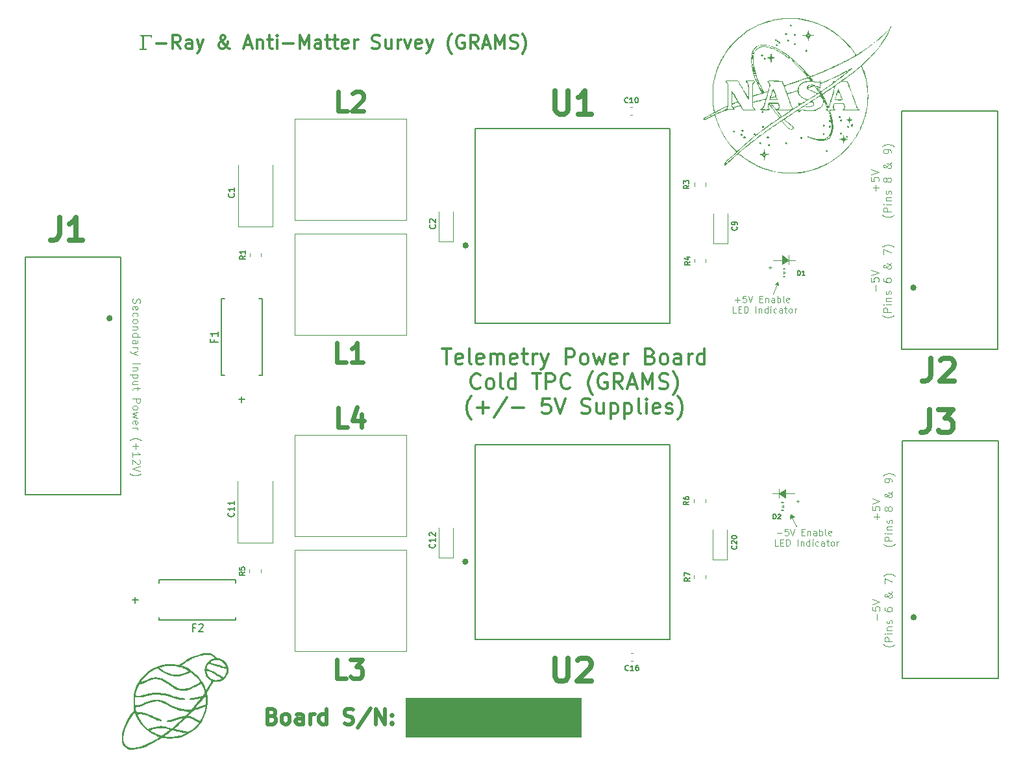
<source format=gbr>
%TF.GenerationSoftware,KiCad,Pcbnew,8.0.6*%
%TF.CreationDate,2025-05-16T11:43:59-04:00*%
%TF.ProjectId,PM5V_Telemetry_Cold_TPC,504d3556-5f54-4656-9c65-6d657472795f,rev?*%
%TF.SameCoordinates,Original*%
%TF.FileFunction,Legend,Top*%
%TF.FilePolarity,Positive*%
%FSLAX46Y46*%
G04 Gerber Fmt 4.6, Leading zero omitted, Abs format (unit mm)*
G04 Created by KiCad (PCBNEW 8.0.6) date 2025-05-16 11:43:59*
%MOMM*%
%LPD*%
G01*
G04 APERTURE LIST*
%ADD10C,0.100000*%
%ADD11C,0.350000*%
%ADD12C,0.300000*%
%ADD13C,0.400000*%
%ADD14C,0.500000*%
%ADD15C,0.150000*%
%ADD16C,0.120000*%
%ADD17C,0.600000*%
%ADD18C,0.650000*%
%ADD19C,0.000000*%
%ADD20C,0.152400*%
%ADD21C,0.200000*%
%ADD22C,0.127000*%
G04 APERTURE END LIST*
D10*
X189320000Y-93190000D02*
X188720000Y-93420000D01*
X188870000Y-92890000D01*
X189320000Y-93190000D01*
G36*
X189320000Y-93190000D02*
G01*
X188720000Y-93420000D01*
X188870000Y-92890000D01*
X189320000Y-93190000D01*
G37*
X187304800Y-89581200D02*
X187304800Y-90749600D01*
X188168400Y-90749600D02*
X187355600Y-90140000D01*
X188168400Y-89632000D01*
X188168400Y-90749600D01*
G36*
X188168400Y-90749600D02*
G01*
X187355600Y-90140000D01*
X188168400Y-89632000D01*
X188168400Y-90749600D01*
G37*
X186695200Y-90140000D02*
X186441200Y-90140000D01*
X188612100Y-60278800D02*
X188612100Y-59110400D01*
X187240000Y-63000000D02*
X186830000Y-62870000D01*
X187170000Y-62590000D01*
X187240000Y-63000000D01*
G36*
X187240000Y-63000000D02*
G01*
X186830000Y-62870000D01*
X187170000Y-62590000D01*
X187240000Y-63000000D01*
G37*
X188940000Y-93160000D02*
X189610000Y-94500000D01*
X189221700Y-59720000D02*
X188612100Y-59720000D01*
X186580100Y-59720000D02*
X187748500Y-59720000D01*
X186695200Y-90140000D02*
X187304800Y-90140000D01*
X189336800Y-90140000D02*
X188168400Y-90140000D01*
X187050000Y-62890000D02*
X186530000Y-64160000D01*
X188561300Y-59720000D02*
X187748500Y-60228000D01*
X187748500Y-59110400D01*
X188561300Y-59720000D01*
G36*
X188561300Y-59720000D02*
G01*
X187748500Y-60228000D01*
X187748500Y-59110400D01*
X188561300Y-59720000D01*
G37*
X189221700Y-59720000D02*
X189475700Y-59720000D01*
X161460000Y-121890000D02*
X138600000Y-121890000D01*
X138600000Y-116810000D01*
X161460000Y-116810000D01*
X161460000Y-121890000D01*
G36*
X161460000Y-121890000D02*
G01*
X138600000Y-121890000D01*
X138600000Y-116810000D01*
X161460000Y-116810000D01*
X161460000Y-121890000D01*
G37*
X199951522Y-50655713D02*
X199951522Y-49893809D01*
X200332475Y-50274761D02*
X199570570Y-50274761D01*
X199332475Y-48941428D02*
X199332475Y-49417618D01*
X199332475Y-49417618D02*
X199808665Y-49465237D01*
X199808665Y-49465237D02*
X199761046Y-49417618D01*
X199761046Y-49417618D02*
X199713427Y-49322380D01*
X199713427Y-49322380D02*
X199713427Y-49084285D01*
X199713427Y-49084285D02*
X199761046Y-48989047D01*
X199761046Y-48989047D02*
X199808665Y-48941428D01*
X199808665Y-48941428D02*
X199903903Y-48893809D01*
X199903903Y-48893809D02*
X200141998Y-48893809D01*
X200141998Y-48893809D02*
X200237236Y-48941428D01*
X200237236Y-48941428D02*
X200284856Y-48989047D01*
X200284856Y-48989047D02*
X200332475Y-49084285D01*
X200332475Y-49084285D02*
X200332475Y-49322380D01*
X200332475Y-49322380D02*
X200284856Y-49417618D01*
X200284856Y-49417618D02*
X200237236Y-49465237D01*
X199332475Y-48608094D02*
X200332475Y-48274761D01*
X200332475Y-48274761D02*
X199332475Y-47941428D01*
X202323371Y-53822381D02*
X202275752Y-53870000D01*
X202275752Y-53870000D02*
X202132895Y-53965238D01*
X202132895Y-53965238D02*
X202037657Y-54012857D01*
X202037657Y-54012857D02*
X201894800Y-54060476D01*
X201894800Y-54060476D02*
X201656704Y-54108095D01*
X201656704Y-54108095D02*
X201466228Y-54108095D01*
X201466228Y-54108095D02*
X201228133Y-54060476D01*
X201228133Y-54060476D02*
X201085276Y-54012857D01*
X201085276Y-54012857D02*
X200990038Y-53965238D01*
X200990038Y-53965238D02*
X200847180Y-53870000D01*
X200847180Y-53870000D02*
X200799561Y-53822381D01*
X201942419Y-53441428D02*
X200942419Y-53441428D01*
X200942419Y-53441428D02*
X200942419Y-53060476D01*
X200942419Y-53060476D02*
X200990038Y-52965238D01*
X200990038Y-52965238D02*
X201037657Y-52917619D01*
X201037657Y-52917619D02*
X201132895Y-52870000D01*
X201132895Y-52870000D02*
X201275752Y-52870000D01*
X201275752Y-52870000D02*
X201370990Y-52917619D01*
X201370990Y-52917619D02*
X201418609Y-52965238D01*
X201418609Y-52965238D02*
X201466228Y-53060476D01*
X201466228Y-53060476D02*
X201466228Y-53441428D01*
X201942419Y-52441428D02*
X201275752Y-52441428D01*
X200942419Y-52441428D02*
X200990038Y-52489047D01*
X200990038Y-52489047D02*
X201037657Y-52441428D01*
X201037657Y-52441428D02*
X200990038Y-52393809D01*
X200990038Y-52393809D02*
X200942419Y-52441428D01*
X200942419Y-52441428D02*
X201037657Y-52441428D01*
X201275752Y-51965238D02*
X201942419Y-51965238D01*
X201370990Y-51965238D02*
X201323371Y-51917619D01*
X201323371Y-51917619D02*
X201275752Y-51822381D01*
X201275752Y-51822381D02*
X201275752Y-51679524D01*
X201275752Y-51679524D02*
X201323371Y-51584286D01*
X201323371Y-51584286D02*
X201418609Y-51536667D01*
X201418609Y-51536667D02*
X201942419Y-51536667D01*
X201894800Y-51108095D02*
X201942419Y-51012857D01*
X201942419Y-51012857D02*
X201942419Y-50822381D01*
X201942419Y-50822381D02*
X201894800Y-50727143D01*
X201894800Y-50727143D02*
X201799561Y-50679524D01*
X201799561Y-50679524D02*
X201751942Y-50679524D01*
X201751942Y-50679524D02*
X201656704Y-50727143D01*
X201656704Y-50727143D02*
X201609085Y-50822381D01*
X201609085Y-50822381D02*
X201609085Y-50965238D01*
X201609085Y-50965238D02*
X201561466Y-51060476D01*
X201561466Y-51060476D02*
X201466228Y-51108095D01*
X201466228Y-51108095D02*
X201418609Y-51108095D01*
X201418609Y-51108095D02*
X201323371Y-51060476D01*
X201323371Y-51060476D02*
X201275752Y-50965238D01*
X201275752Y-50965238D02*
X201275752Y-50822381D01*
X201275752Y-50822381D02*
X201323371Y-50727143D01*
X201370990Y-49346190D02*
X201323371Y-49441428D01*
X201323371Y-49441428D02*
X201275752Y-49489047D01*
X201275752Y-49489047D02*
X201180514Y-49536666D01*
X201180514Y-49536666D02*
X201132895Y-49536666D01*
X201132895Y-49536666D02*
X201037657Y-49489047D01*
X201037657Y-49489047D02*
X200990038Y-49441428D01*
X200990038Y-49441428D02*
X200942419Y-49346190D01*
X200942419Y-49346190D02*
X200942419Y-49155714D01*
X200942419Y-49155714D02*
X200990038Y-49060476D01*
X200990038Y-49060476D02*
X201037657Y-49012857D01*
X201037657Y-49012857D02*
X201132895Y-48965238D01*
X201132895Y-48965238D02*
X201180514Y-48965238D01*
X201180514Y-48965238D02*
X201275752Y-49012857D01*
X201275752Y-49012857D02*
X201323371Y-49060476D01*
X201323371Y-49060476D02*
X201370990Y-49155714D01*
X201370990Y-49155714D02*
X201370990Y-49346190D01*
X201370990Y-49346190D02*
X201418609Y-49441428D01*
X201418609Y-49441428D02*
X201466228Y-49489047D01*
X201466228Y-49489047D02*
X201561466Y-49536666D01*
X201561466Y-49536666D02*
X201751942Y-49536666D01*
X201751942Y-49536666D02*
X201847180Y-49489047D01*
X201847180Y-49489047D02*
X201894800Y-49441428D01*
X201894800Y-49441428D02*
X201942419Y-49346190D01*
X201942419Y-49346190D02*
X201942419Y-49155714D01*
X201942419Y-49155714D02*
X201894800Y-49060476D01*
X201894800Y-49060476D02*
X201847180Y-49012857D01*
X201847180Y-49012857D02*
X201751942Y-48965238D01*
X201751942Y-48965238D02*
X201561466Y-48965238D01*
X201561466Y-48965238D02*
X201466228Y-49012857D01*
X201466228Y-49012857D02*
X201418609Y-49060476D01*
X201418609Y-49060476D02*
X201370990Y-49155714D01*
X201942419Y-46965237D02*
X201942419Y-47012857D01*
X201942419Y-47012857D02*
X201894800Y-47108095D01*
X201894800Y-47108095D02*
X201751942Y-47250952D01*
X201751942Y-47250952D02*
X201466228Y-47489047D01*
X201466228Y-47489047D02*
X201323371Y-47584285D01*
X201323371Y-47584285D02*
X201180514Y-47631904D01*
X201180514Y-47631904D02*
X201085276Y-47631904D01*
X201085276Y-47631904D02*
X200990038Y-47584285D01*
X200990038Y-47584285D02*
X200942419Y-47489047D01*
X200942419Y-47489047D02*
X200942419Y-47441428D01*
X200942419Y-47441428D02*
X200990038Y-47346190D01*
X200990038Y-47346190D02*
X201085276Y-47298571D01*
X201085276Y-47298571D02*
X201132895Y-47298571D01*
X201132895Y-47298571D02*
X201228133Y-47346190D01*
X201228133Y-47346190D02*
X201275752Y-47393809D01*
X201275752Y-47393809D02*
X201466228Y-47679523D01*
X201466228Y-47679523D02*
X201513847Y-47727142D01*
X201513847Y-47727142D02*
X201609085Y-47774761D01*
X201609085Y-47774761D02*
X201751942Y-47774761D01*
X201751942Y-47774761D02*
X201847180Y-47727142D01*
X201847180Y-47727142D02*
X201894800Y-47679523D01*
X201894800Y-47679523D02*
X201942419Y-47584285D01*
X201942419Y-47584285D02*
X201942419Y-47441428D01*
X201942419Y-47441428D02*
X201894800Y-47346190D01*
X201894800Y-47346190D02*
X201847180Y-47298571D01*
X201847180Y-47298571D02*
X201656704Y-47155714D01*
X201656704Y-47155714D02*
X201513847Y-47108095D01*
X201513847Y-47108095D02*
X201418609Y-47108095D01*
X201942419Y-45727142D02*
X201942419Y-45536666D01*
X201942419Y-45536666D02*
X201894800Y-45441428D01*
X201894800Y-45441428D02*
X201847180Y-45393809D01*
X201847180Y-45393809D02*
X201704323Y-45298571D01*
X201704323Y-45298571D02*
X201513847Y-45250952D01*
X201513847Y-45250952D02*
X201132895Y-45250952D01*
X201132895Y-45250952D02*
X201037657Y-45298571D01*
X201037657Y-45298571D02*
X200990038Y-45346190D01*
X200990038Y-45346190D02*
X200942419Y-45441428D01*
X200942419Y-45441428D02*
X200942419Y-45631904D01*
X200942419Y-45631904D02*
X200990038Y-45727142D01*
X200990038Y-45727142D02*
X201037657Y-45774761D01*
X201037657Y-45774761D02*
X201132895Y-45822380D01*
X201132895Y-45822380D02*
X201370990Y-45822380D01*
X201370990Y-45822380D02*
X201466228Y-45774761D01*
X201466228Y-45774761D02*
X201513847Y-45727142D01*
X201513847Y-45727142D02*
X201561466Y-45631904D01*
X201561466Y-45631904D02*
X201561466Y-45441428D01*
X201561466Y-45441428D02*
X201513847Y-45346190D01*
X201513847Y-45346190D02*
X201466228Y-45298571D01*
X201466228Y-45298571D02*
X201370990Y-45250952D01*
X202323371Y-44917618D02*
X202275752Y-44869999D01*
X202275752Y-44869999D02*
X202132895Y-44774761D01*
X202132895Y-44774761D02*
X202037657Y-44727142D01*
X202037657Y-44727142D02*
X201894800Y-44679523D01*
X201894800Y-44679523D02*
X201656704Y-44631904D01*
X201656704Y-44631904D02*
X201466228Y-44631904D01*
X201466228Y-44631904D02*
X201228133Y-44679523D01*
X201228133Y-44679523D02*
X201085276Y-44727142D01*
X201085276Y-44727142D02*
X200990038Y-44774761D01*
X200990038Y-44774761D02*
X200847180Y-44869999D01*
X200847180Y-44869999D02*
X200799561Y-44917618D01*
X181574523Y-64898515D02*
X182222143Y-64898515D01*
X181898333Y-65222325D02*
X181898333Y-64574706D01*
X183031666Y-64372325D02*
X182626904Y-64372325D01*
X182626904Y-64372325D02*
X182586428Y-64777087D01*
X182586428Y-64777087D02*
X182626904Y-64736610D01*
X182626904Y-64736610D02*
X182707857Y-64696134D01*
X182707857Y-64696134D02*
X182910238Y-64696134D01*
X182910238Y-64696134D02*
X182991190Y-64736610D01*
X182991190Y-64736610D02*
X183031666Y-64777087D01*
X183031666Y-64777087D02*
X183072143Y-64858039D01*
X183072143Y-64858039D02*
X183072143Y-65060420D01*
X183072143Y-65060420D02*
X183031666Y-65141372D01*
X183031666Y-65141372D02*
X182991190Y-65181849D01*
X182991190Y-65181849D02*
X182910238Y-65222325D01*
X182910238Y-65222325D02*
X182707857Y-65222325D01*
X182707857Y-65222325D02*
X182626904Y-65181849D01*
X182626904Y-65181849D02*
X182586428Y-65141372D01*
X183315000Y-64372325D02*
X183598333Y-65222325D01*
X183598333Y-65222325D02*
X183881667Y-64372325D01*
X184812618Y-64777087D02*
X185095952Y-64777087D01*
X185217380Y-65222325D02*
X184812618Y-65222325D01*
X184812618Y-65222325D02*
X184812618Y-64372325D01*
X184812618Y-64372325D02*
X185217380Y-64372325D01*
X185581666Y-64655658D02*
X185581666Y-65222325D01*
X185581666Y-64736610D02*
X185622143Y-64696134D01*
X185622143Y-64696134D02*
X185703095Y-64655658D01*
X185703095Y-64655658D02*
X185824524Y-64655658D01*
X185824524Y-64655658D02*
X185905476Y-64696134D01*
X185905476Y-64696134D02*
X185945952Y-64777087D01*
X185945952Y-64777087D02*
X185945952Y-65222325D01*
X186715000Y-65222325D02*
X186715000Y-64777087D01*
X186715000Y-64777087D02*
X186674524Y-64696134D01*
X186674524Y-64696134D02*
X186593572Y-64655658D01*
X186593572Y-64655658D02*
X186431667Y-64655658D01*
X186431667Y-64655658D02*
X186350714Y-64696134D01*
X186715000Y-65181849D02*
X186634048Y-65222325D01*
X186634048Y-65222325D02*
X186431667Y-65222325D01*
X186431667Y-65222325D02*
X186350714Y-65181849D01*
X186350714Y-65181849D02*
X186310238Y-65100896D01*
X186310238Y-65100896D02*
X186310238Y-65019944D01*
X186310238Y-65019944D02*
X186350714Y-64938991D01*
X186350714Y-64938991D02*
X186431667Y-64898515D01*
X186431667Y-64898515D02*
X186634048Y-64898515D01*
X186634048Y-64898515D02*
X186715000Y-64858039D01*
X187119762Y-65222325D02*
X187119762Y-64372325D01*
X187119762Y-64696134D02*
X187200715Y-64655658D01*
X187200715Y-64655658D02*
X187362620Y-64655658D01*
X187362620Y-64655658D02*
X187443572Y-64696134D01*
X187443572Y-64696134D02*
X187484048Y-64736610D01*
X187484048Y-64736610D02*
X187524524Y-64817563D01*
X187524524Y-64817563D02*
X187524524Y-65060420D01*
X187524524Y-65060420D02*
X187484048Y-65141372D01*
X187484048Y-65141372D02*
X187443572Y-65181849D01*
X187443572Y-65181849D02*
X187362620Y-65222325D01*
X187362620Y-65222325D02*
X187200715Y-65222325D01*
X187200715Y-65222325D02*
X187119762Y-65181849D01*
X188010239Y-65222325D02*
X187929287Y-65181849D01*
X187929287Y-65181849D02*
X187888810Y-65100896D01*
X187888810Y-65100896D02*
X187888810Y-64372325D01*
X188657858Y-65181849D02*
X188576906Y-65222325D01*
X188576906Y-65222325D02*
X188415001Y-65222325D01*
X188415001Y-65222325D02*
X188334048Y-65181849D01*
X188334048Y-65181849D02*
X188293572Y-65100896D01*
X188293572Y-65100896D02*
X188293572Y-64777087D01*
X188293572Y-64777087D02*
X188334048Y-64696134D01*
X188334048Y-64696134D02*
X188415001Y-64655658D01*
X188415001Y-64655658D02*
X188576906Y-64655658D01*
X188576906Y-64655658D02*
X188657858Y-64696134D01*
X188657858Y-64696134D02*
X188698334Y-64777087D01*
X188698334Y-64777087D02*
X188698334Y-64858039D01*
X188698334Y-64858039D02*
X188293572Y-64938991D01*
X181756666Y-66590777D02*
X181351904Y-66590777D01*
X181351904Y-66590777D02*
X181351904Y-65740777D01*
X182039999Y-66145539D02*
X182323333Y-66145539D01*
X182444761Y-66590777D02*
X182039999Y-66590777D01*
X182039999Y-66590777D02*
X182039999Y-65740777D01*
X182039999Y-65740777D02*
X182444761Y-65740777D01*
X182809047Y-66590777D02*
X182809047Y-65740777D01*
X182809047Y-65740777D02*
X183011428Y-65740777D01*
X183011428Y-65740777D02*
X183132857Y-65781253D01*
X183132857Y-65781253D02*
X183213809Y-65862205D01*
X183213809Y-65862205D02*
X183254286Y-65943158D01*
X183254286Y-65943158D02*
X183294762Y-66105062D01*
X183294762Y-66105062D02*
X183294762Y-66226491D01*
X183294762Y-66226491D02*
X183254286Y-66388396D01*
X183254286Y-66388396D02*
X183213809Y-66469348D01*
X183213809Y-66469348D02*
X183132857Y-66550301D01*
X183132857Y-66550301D02*
X183011428Y-66590777D01*
X183011428Y-66590777D02*
X182809047Y-66590777D01*
X184306666Y-66590777D02*
X184306666Y-65740777D01*
X184711428Y-66024110D02*
X184711428Y-66590777D01*
X184711428Y-66105062D02*
X184751905Y-66064586D01*
X184751905Y-66064586D02*
X184832857Y-66024110D01*
X184832857Y-66024110D02*
X184954286Y-66024110D01*
X184954286Y-66024110D02*
X185035238Y-66064586D01*
X185035238Y-66064586D02*
X185075714Y-66145539D01*
X185075714Y-66145539D02*
X185075714Y-66590777D01*
X185844762Y-66590777D02*
X185844762Y-65740777D01*
X185844762Y-66550301D02*
X185763810Y-66590777D01*
X185763810Y-66590777D02*
X185601905Y-66590777D01*
X185601905Y-66590777D02*
X185520953Y-66550301D01*
X185520953Y-66550301D02*
X185480476Y-66509824D01*
X185480476Y-66509824D02*
X185440000Y-66428872D01*
X185440000Y-66428872D02*
X185440000Y-66186015D01*
X185440000Y-66186015D02*
X185480476Y-66105062D01*
X185480476Y-66105062D02*
X185520953Y-66064586D01*
X185520953Y-66064586D02*
X185601905Y-66024110D01*
X185601905Y-66024110D02*
X185763810Y-66024110D01*
X185763810Y-66024110D02*
X185844762Y-66064586D01*
X186249524Y-66590777D02*
X186249524Y-66024110D01*
X186249524Y-65740777D02*
X186209048Y-65781253D01*
X186209048Y-65781253D02*
X186249524Y-65821729D01*
X186249524Y-65821729D02*
X186290001Y-65781253D01*
X186290001Y-65781253D02*
X186249524Y-65740777D01*
X186249524Y-65740777D02*
X186249524Y-65821729D01*
X187018572Y-66550301D02*
X186937620Y-66590777D01*
X186937620Y-66590777D02*
X186775715Y-66590777D01*
X186775715Y-66590777D02*
X186694763Y-66550301D01*
X186694763Y-66550301D02*
X186654286Y-66509824D01*
X186654286Y-66509824D02*
X186613810Y-66428872D01*
X186613810Y-66428872D02*
X186613810Y-66186015D01*
X186613810Y-66186015D02*
X186654286Y-66105062D01*
X186654286Y-66105062D02*
X186694763Y-66064586D01*
X186694763Y-66064586D02*
X186775715Y-66024110D01*
X186775715Y-66024110D02*
X186937620Y-66024110D01*
X186937620Y-66024110D02*
X187018572Y-66064586D01*
X187747143Y-66590777D02*
X187747143Y-66145539D01*
X187747143Y-66145539D02*
X187706667Y-66064586D01*
X187706667Y-66064586D02*
X187625715Y-66024110D01*
X187625715Y-66024110D02*
X187463810Y-66024110D01*
X187463810Y-66024110D02*
X187382857Y-66064586D01*
X187747143Y-66550301D02*
X187666191Y-66590777D01*
X187666191Y-66590777D02*
X187463810Y-66590777D01*
X187463810Y-66590777D02*
X187382857Y-66550301D01*
X187382857Y-66550301D02*
X187342381Y-66469348D01*
X187342381Y-66469348D02*
X187342381Y-66388396D01*
X187342381Y-66388396D02*
X187382857Y-66307443D01*
X187382857Y-66307443D02*
X187463810Y-66266967D01*
X187463810Y-66266967D02*
X187666191Y-66266967D01*
X187666191Y-66266967D02*
X187747143Y-66226491D01*
X188030477Y-66024110D02*
X188354286Y-66024110D01*
X188151905Y-65740777D02*
X188151905Y-66469348D01*
X188151905Y-66469348D02*
X188192382Y-66550301D01*
X188192382Y-66550301D02*
X188273334Y-66590777D01*
X188273334Y-66590777D02*
X188354286Y-66590777D01*
X188759048Y-66590777D02*
X188678096Y-66550301D01*
X188678096Y-66550301D02*
X188637619Y-66509824D01*
X188637619Y-66509824D02*
X188597143Y-66428872D01*
X188597143Y-66428872D02*
X188597143Y-66186015D01*
X188597143Y-66186015D02*
X188637619Y-66105062D01*
X188637619Y-66105062D02*
X188678096Y-66064586D01*
X188678096Y-66064586D02*
X188759048Y-66024110D01*
X188759048Y-66024110D02*
X188880477Y-66024110D01*
X188880477Y-66024110D02*
X188961429Y-66064586D01*
X188961429Y-66064586D02*
X189001905Y-66105062D01*
X189001905Y-66105062D02*
X189042381Y-66186015D01*
X189042381Y-66186015D02*
X189042381Y-66428872D01*
X189042381Y-66428872D02*
X189001905Y-66509824D01*
X189001905Y-66509824D02*
X188961429Y-66550301D01*
X188961429Y-66550301D02*
X188880477Y-66590777D01*
X188880477Y-66590777D02*
X188759048Y-66590777D01*
X189406667Y-66590777D02*
X189406667Y-66024110D01*
X189406667Y-66186015D02*
X189447144Y-66105062D01*
X189447144Y-66105062D02*
X189487620Y-66064586D01*
X189487620Y-66064586D02*
X189568572Y-66024110D01*
X189568572Y-66024110D02*
X189649525Y-66024110D01*
X199951522Y-63745713D02*
X199951522Y-62983809D01*
X199332475Y-62031428D02*
X199332475Y-62507618D01*
X199332475Y-62507618D02*
X199808665Y-62555237D01*
X199808665Y-62555237D02*
X199761046Y-62507618D01*
X199761046Y-62507618D02*
X199713427Y-62412380D01*
X199713427Y-62412380D02*
X199713427Y-62174285D01*
X199713427Y-62174285D02*
X199761046Y-62079047D01*
X199761046Y-62079047D02*
X199808665Y-62031428D01*
X199808665Y-62031428D02*
X199903903Y-61983809D01*
X199903903Y-61983809D02*
X200141998Y-61983809D01*
X200141998Y-61983809D02*
X200237236Y-62031428D01*
X200237236Y-62031428D02*
X200284856Y-62079047D01*
X200284856Y-62079047D02*
X200332475Y-62174285D01*
X200332475Y-62174285D02*
X200332475Y-62412380D01*
X200332475Y-62412380D02*
X200284856Y-62507618D01*
X200284856Y-62507618D02*
X200237236Y-62555237D01*
X199332475Y-61698094D02*
X200332475Y-61364761D01*
X200332475Y-61364761D02*
X199332475Y-61031428D01*
X202323371Y-66912381D02*
X202275752Y-66960000D01*
X202275752Y-66960000D02*
X202132895Y-67055238D01*
X202132895Y-67055238D02*
X202037657Y-67102857D01*
X202037657Y-67102857D02*
X201894800Y-67150476D01*
X201894800Y-67150476D02*
X201656704Y-67198095D01*
X201656704Y-67198095D02*
X201466228Y-67198095D01*
X201466228Y-67198095D02*
X201228133Y-67150476D01*
X201228133Y-67150476D02*
X201085276Y-67102857D01*
X201085276Y-67102857D02*
X200990038Y-67055238D01*
X200990038Y-67055238D02*
X200847180Y-66960000D01*
X200847180Y-66960000D02*
X200799561Y-66912381D01*
X201942419Y-66531428D02*
X200942419Y-66531428D01*
X200942419Y-66531428D02*
X200942419Y-66150476D01*
X200942419Y-66150476D02*
X200990038Y-66055238D01*
X200990038Y-66055238D02*
X201037657Y-66007619D01*
X201037657Y-66007619D02*
X201132895Y-65960000D01*
X201132895Y-65960000D02*
X201275752Y-65960000D01*
X201275752Y-65960000D02*
X201370990Y-66007619D01*
X201370990Y-66007619D02*
X201418609Y-66055238D01*
X201418609Y-66055238D02*
X201466228Y-66150476D01*
X201466228Y-66150476D02*
X201466228Y-66531428D01*
X201942419Y-65531428D02*
X201275752Y-65531428D01*
X200942419Y-65531428D02*
X200990038Y-65579047D01*
X200990038Y-65579047D02*
X201037657Y-65531428D01*
X201037657Y-65531428D02*
X200990038Y-65483809D01*
X200990038Y-65483809D02*
X200942419Y-65531428D01*
X200942419Y-65531428D02*
X201037657Y-65531428D01*
X201275752Y-65055238D02*
X201942419Y-65055238D01*
X201370990Y-65055238D02*
X201323371Y-65007619D01*
X201323371Y-65007619D02*
X201275752Y-64912381D01*
X201275752Y-64912381D02*
X201275752Y-64769524D01*
X201275752Y-64769524D02*
X201323371Y-64674286D01*
X201323371Y-64674286D02*
X201418609Y-64626667D01*
X201418609Y-64626667D02*
X201942419Y-64626667D01*
X201894800Y-64198095D02*
X201942419Y-64102857D01*
X201942419Y-64102857D02*
X201942419Y-63912381D01*
X201942419Y-63912381D02*
X201894800Y-63817143D01*
X201894800Y-63817143D02*
X201799561Y-63769524D01*
X201799561Y-63769524D02*
X201751942Y-63769524D01*
X201751942Y-63769524D02*
X201656704Y-63817143D01*
X201656704Y-63817143D02*
X201609085Y-63912381D01*
X201609085Y-63912381D02*
X201609085Y-64055238D01*
X201609085Y-64055238D02*
X201561466Y-64150476D01*
X201561466Y-64150476D02*
X201466228Y-64198095D01*
X201466228Y-64198095D02*
X201418609Y-64198095D01*
X201418609Y-64198095D02*
X201323371Y-64150476D01*
X201323371Y-64150476D02*
X201275752Y-64055238D01*
X201275752Y-64055238D02*
X201275752Y-63912381D01*
X201275752Y-63912381D02*
X201323371Y-63817143D01*
X200942419Y-62150476D02*
X200942419Y-62340952D01*
X200942419Y-62340952D02*
X200990038Y-62436190D01*
X200990038Y-62436190D02*
X201037657Y-62483809D01*
X201037657Y-62483809D02*
X201180514Y-62579047D01*
X201180514Y-62579047D02*
X201370990Y-62626666D01*
X201370990Y-62626666D02*
X201751942Y-62626666D01*
X201751942Y-62626666D02*
X201847180Y-62579047D01*
X201847180Y-62579047D02*
X201894800Y-62531428D01*
X201894800Y-62531428D02*
X201942419Y-62436190D01*
X201942419Y-62436190D02*
X201942419Y-62245714D01*
X201942419Y-62245714D02*
X201894800Y-62150476D01*
X201894800Y-62150476D02*
X201847180Y-62102857D01*
X201847180Y-62102857D02*
X201751942Y-62055238D01*
X201751942Y-62055238D02*
X201513847Y-62055238D01*
X201513847Y-62055238D02*
X201418609Y-62102857D01*
X201418609Y-62102857D02*
X201370990Y-62150476D01*
X201370990Y-62150476D02*
X201323371Y-62245714D01*
X201323371Y-62245714D02*
X201323371Y-62436190D01*
X201323371Y-62436190D02*
X201370990Y-62531428D01*
X201370990Y-62531428D02*
X201418609Y-62579047D01*
X201418609Y-62579047D02*
X201513847Y-62626666D01*
X201942419Y-60055237D02*
X201942419Y-60102857D01*
X201942419Y-60102857D02*
X201894800Y-60198095D01*
X201894800Y-60198095D02*
X201751942Y-60340952D01*
X201751942Y-60340952D02*
X201466228Y-60579047D01*
X201466228Y-60579047D02*
X201323371Y-60674285D01*
X201323371Y-60674285D02*
X201180514Y-60721904D01*
X201180514Y-60721904D02*
X201085276Y-60721904D01*
X201085276Y-60721904D02*
X200990038Y-60674285D01*
X200990038Y-60674285D02*
X200942419Y-60579047D01*
X200942419Y-60579047D02*
X200942419Y-60531428D01*
X200942419Y-60531428D02*
X200990038Y-60436190D01*
X200990038Y-60436190D02*
X201085276Y-60388571D01*
X201085276Y-60388571D02*
X201132895Y-60388571D01*
X201132895Y-60388571D02*
X201228133Y-60436190D01*
X201228133Y-60436190D02*
X201275752Y-60483809D01*
X201275752Y-60483809D02*
X201466228Y-60769523D01*
X201466228Y-60769523D02*
X201513847Y-60817142D01*
X201513847Y-60817142D02*
X201609085Y-60864761D01*
X201609085Y-60864761D02*
X201751942Y-60864761D01*
X201751942Y-60864761D02*
X201847180Y-60817142D01*
X201847180Y-60817142D02*
X201894800Y-60769523D01*
X201894800Y-60769523D02*
X201942419Y-60674285D01*
X201942419Y-60674285D02*
X201942419Y-60531428D01*
X201942419Y-60531428D02*
X201894800Y-60436190D01*
X201894800Y-60436190D02*
X201847180Y-60388571D01*
X201847180Y-60388571D02*
X201656704Y-60245714D01*
X201656704Y-60245714D02*
X201513847Y-60198095D01*
X201513847Y-60198095D02*
X201418609Y-60198095D01*
X200942419Y-58959999D02*
X200942419Y-58293333D01*
X200942419Y-58293333D02*
X201942419Y-58721904D01*
X202323371Y-58007618D02*
X202275752Y-57959999D01*
X202275752Y-57959999D02*
X202132895Y-57864761D01*
X202132895Y-57864761D02*
X202037657Y-57817142D01*
X202037657Y-57817142D02*
X201894800Y-57769523D01*
X201894800Y-57769523D02*
X201656704Y-57721904D01*
X201656704Y-57721904D02*
X201466228Y-57721904D01*
X201466228Y-57721904D02*
X201228133Y-57769523D01*
X201228133Y-57769523D02*
X201085276Y-57817142D01*
X201085276Y-57817142D02*
X200990038Y-57864761D01*
X200990038Y-57864761D02*
X200847180Y-57959999D01*
X200847180Y-57959999D02*
X200799561Y-58007618D01*
X200091522Y-106665713D02*
X200091522Y-105903809D01*
X199472475Y-104951428D02*
X199472475Y-105427618D01*
X199472475Y-105427618D02*
X199948665Y-105475237D01*
X199948665Y-105475237D02*
X199901046Y-105427618D01*
X199901046Y-105427618D02*
X199853427Y-105332380D01*
X199853427Y-105332380D02*
X199853427Y-105094285D01*
X199853427Y-105094285D02*
X199901046Y-104999047D01*
X199901046Y-104999047D02*
X199948665Y-104951428D01*
X199948665Y-104951428D02*
X200043903Y-104903809D01*
X200043903Y-104903809D02*
X200281998Y-104903809D01*
X200281998Y-104903809D02*
X200377236Y-104951428D01*
X200377236Y-104951428D02*
X200424856Y-104999047D01*
X200424856Y-104999047D02*
X200472475Y-105094285D01*
X200472475Y-105094285D02*
X200472475Y-105332380D01*
X200472475Y-105332380D02*
X200424856Y-105427618D01*
X200424856Y-105427618D02*
X200377236Y-105475237D01*
X199472475Y-104618094D02*
X200472475Y-104284761D01*
X200472475Y-104284761D02*
X199472475Y-103951428D01*
X202463371Y-109832381D02*
X202415752Y-109880000D01*
X202415752Y-109880000D02*
X202272895Y-109975238D01*
X202272895Y-109975238D02*
X202177657Y-110022857D01*
X202177657Y-110022857D02*
X202034800Y-110070476D01*
X202034800Y-110070476D02*
X201796704Y-110118095D01*
X201796704Y-110118095D02*
X201606228Y-110118095D01*
X201606228Y-110118095D02*
X201368133Y-110070476D01*
X201368133Y-110070476D02*
X201225276Y-110022857D01*
X201225276Y-110022857D02*
X201130038Y-109975238D01*
X201130038Y-109975238D02*
X200987180Y-109880000D01*
X200987180Y-109880000D02*
X200939561Y-109832381D01*
X202082419Y-109451428D02*
X201082419Y-109451428D01*
X201082419Y-109451428D02*
X201082419Y-109070476D01*
X201082419Y-109070476D02*
X201130038Y-108975238D01*
X201130038Y-108975238D02*
X201177657Y-108927619D01*
X201177657Y-108927619D02*
X201272895Y-108880000D01*
X201272895Y-108880000D02*
X201415752Y-108880000D01*
X201415752Y-108880000D02*
X201510990Y-108927619D01*
X201510990Y-108927619D02*
X201558609Y-108975238D01*
X201558609Y-108975238D02*
X201606228Y-109070476D01*
X201606228Y-109070476D02*
X201606228Y-109451428D01*
X202082419Y-108451428D02*
X201415752Y-108451428D01*
X201082419Y-108451428D02*
X201130038Y-108499047D01*
X201130038Y-108499047D02*
X201177657Y-108451428D01*
X201177657Y-108451428D02*
X201130038Y-108403809D01*
X201130038Y-108403809D02*
X201082419Y-108451428D01*
X201082419Y-108451428D02*
X201177657Y-108451428D01*
X201415752Y-107975238D02*
X202082419Y-107975238D01*
X201510990Y-107975238D02*
X201463371Y-107927619D01*
X201463371Y-107927619D02*
X201415752Y-107832381D01*
X201415752Y-107832381D02*
X201415752Y-107689524D01*
X201415752Y-107689524D02*
X201463371Y-107594286D01*
X201463371Y-107594286D02*
X201558609Y-107546667D01*
X201558609Y-107546667D02*
X202082419Y-107546667D01*
X202034800Y-107118095D02*
X202082419Y-107022857D01*
X202082419Y-107022857D02*
X202082419Y-106832381D01*
X202082419Y-106832381D02*
X202034800Y-106737143D01*
X202034800Y-106737143D02*
X201939561Y-106689524D01*
X201939561Y-106689524D02*
X201891942Y-106689524D01*
X201891942Y-106689524D02*
X201796704Y-106737143D01*
X201796704Y-106737143D02*
X201749085Y-106832381D01*
X201749085Y-106832381D02*
X201749085Y-106975238D01*
X201749085Y-106975238D02*
X201701466Y-107070476D01*
X201701466Y-107070476D02*
X201606228Y-107118095D01*
X201606228Y-107118095D02*
X201558609Y-107118095D01*
X201558609Y-107118095D02*
X201463371Y-107070476D01*
X201463371Y-107070476D02*
X201415752Y-106975238D01*
X201415752Y-106975238D02*
X201415752Y-106832381D01*
X201415752Y-106832381D02*
X201463371Y-106737143D01*
X201082419Y-105070476D02*
X201082419Y-105260952D01*
X201082419Y-105260952D02*
X201130038Y-105356190D01*
X201130038Y-105356190D02*
X201177657Y-105403809D01*
X201177657Y-105403809D02*
X201320514Y-105499047D01*
X201320514Y-105499047D02*
X201510990Y-105546666D01*
X201510990Y-105546666D02*
X201891942Y-105546666D01*
X201891942Y-105546666D02*
X201987180Y-105499047D01*
X201987180Y-105499047D02*
X202034800Y-105451428D01*
X202034800Y-105451428D02*
X202082419Y-105356190D01*
X202082419Y-105356190D02*
X202082419Y-105165714D01*
X202082419Y-105165714D02*
X202034800Y-105070476D01*
X202034800Y-105070476D02*
X201987180Y-105022857D01*
X201987180Y-105022857D02*
X201891942Y-104975238D01*
X201891942Y-104975238D02*
X201653847Y-104975238D01*
X201653847Y-104975238D02*
X201558609Y-105022857D01*
X201558609Y-105022857D02*
X201510990Y-105070476D01*
X201510990Y-105070476D02*
X201463371Y-105165714D01*
X201463371Y-105165714D02*
X201463371Y-105356190D01*
X201463371Y-105356190D02*
X201510990Y-105451428D01*
X201510990Y-105451428D02*
X201558609Y-105499047D01*
X201558609Y-105499047D02*
X201653847Y-105546666D01*
X202082419Y-102975237D02*
X202082419Y-103022857D01*
X202082419Y-103022857D02*
X202034800Y-103118095D01*
X202034800Y-103118095D02*
X201891942Y-103260952D01*
X201891942Y-103260952D02*
X201606228Y-103499047D01*
X201606228Y-103499047D02*
X201463371Y-103594285D01*
X201463371Y-103594285D02*
X201320514Y-103641904D01*
X201320514Y-103641904D02*
X201225276Y-103641904D01*
X201225276Y-103641904D02*
X201130038Y-103594285D01*
X201130038Y-103594285D02*
X201082419Y-103499047D01*
X201082419Y-103499047D02*
X201082419Y-103451428D01*
X201082419Y-103451428D02*
X201130038Y-103356190D01*
X201130038Y-103356190D02*
X201225276Y-103308571D01*
X201225276Y-103308571D02*
X201272895Y-103308571D01*
X201272895Y-103308571D02*
X201368133Y-103356190D01*
X201368133Y-103356190D02*
X201415752Y-103403809D01*
X201415752Y-103403809D02*
X201606228Y-103689523D01*
X201606228Y-103689523D02*
X201653847Y-103737142D01*
X201653847Y-103737142D02*
X201749085Y-103784761D01*
X201749085Y-103784761D02*
X201891942Y-103784761D01*
X201891942Y-103784761D02*
X201987180Y-103737142D01*
X201987180Y-103737142D02*
X202034800Y-103689523D01*
X202034800Y-103689523D02*
X202082419Y-103594285D01*
X202082419Y-103594285D02*
X202082419Y-103451428D01*
X202082419Y-103451428D02*
X202034800Y-103356190D01*
X202034800Y-103356190D02*
X201987180Y-103308571D01*
X201987180Y-103308571D02*
X201796704Y-103165714D01*
X201796704Y-103165714D02*
X201653847Y-103118095D01*
X201653847Y-103118095D02*
X201558609Y-103118095D01*
X201082419Y-101879999D02*
X201082419Y-101213333D01*
X201082419Y-101213333D02*
X202082419Y-101641904D01*
X202463371Y-100927618D02*
X202415752Y-100879999D01*
X202415752Y-100879999D02*
X202272895Y-100784761D01*
X202272895Y-100784761D02*
X202177657Y-100737142D01*
X202177657Y-100737142D02*
X202034800Y-100689523D01*
X202034800Y-100689523D02*
X201796704Y-100641904D01*
X201796704Y-100641904D02*
X201606228Y-100641904D01*
X201606228Y-100641904D02*
X201368133Y-100689523D01*
X201368133Y-100689523D02*
X201225276Y-100737142D01*
X201225276Y-100737142D02*
X201130038Y-100784761D01*
X201130038Y-100784761D02*
X200987180Y-100879999D01*
X200987180Y-100879999D02*
X200939561Y-100927618D01*
D11*
X106086929Y-31500967D02*
X107420263Y-31500967D01*
X109253596Y-32167634D02*
X108670263Y-31334301D01*
X108253596Y-32167634D02*
X108253596Y-30417634D01*
X108253596Y-30417634D02*
X108920263Y-30417634D01*
X108920263Y-30417634D02*
X109086930Y-30500967D01*
X109086930Y-30500967D02*
X109170263Y-30584301D01*
X109170263Y-30584301D02*
X109253596Y-30750967D01*
X109253596Y-30750967D02*
X109253596Y-31000967D01*
X109253596Y-31000967D02*
X109170263Y-31167634D01*
X109170263Y-31167634D02*
X109086930Y-31250967D01*
X109086930Y-31250967D02*
X108920263Y-31334301D01*
X108920263Y-31334301D02*
X108253596Y-31334301D01*
X110753596Y-32167634D02*
X110753596Y-31250967D01*
X110753596Y-31250967D02*
X110670263Y-31084301D01*
X110670263Y-31084301D02*
X110503596Y-31000967D01*
X110503596Y-31000967D02*
X110170263Y-31000967D01*
X110170263Y-31000967D02*
X110003596Y-31084301D01*
X110753596Y-32084301D02*
X110586930Y-32167634D01*
X110586930Y-32167634D02*
X110170263Y-32167634D01*
X110170263Y-32167634D02*
X110003596Y-32084301D01*
X110003596Y-32084301D02*
X109920263Y-31917634D01*
X109920263Y-31917634D02*
X109920263Y-31750967D01*
X109920263Y-31750967D02*
X110003596Y-31584301D01*
X110003596Y-31584301D02*
X110170263Y-31500967D01*
X110170263Y-31500967D02*
X110586930Y-31500967D01*
X110586930Y-31500967D02*
X110753596Y-31417634D01*
X111420263Y-31000967D02*
X111836929Y-32167634D01*
X112253596Y-31000967D02*
X111836929Y-32167634D01*
X111836929Y-32167634D02*
X111670263Y-32584301D01*
X111670263Y-32584301D02*
X111586929Y-32667634D01*
X111586929Y-32667634D02*
X111420263Y-32750967D01*
X115670262Y-32167634D02*
X115586929Y-32167634D01*
X115586929Y-32167634D02*
X115420262Y-32084301D01*
X115420262Y-32084301D02*
X115170262Y-31834301D01*
X115170262Y-31834301D02*
X114753595Y-31334301D01*
X114753595Y-31334301D02*
X114586929Y-31084301D01*
X114586929Y-31084301D02*
X114503595Y-30834301D01*
X114503595Y-30834301D02*
X114503595Y-30667634D01*
X114503595Y-30667634D02*
X114586929Y-30500967D01*
X114586929Y-30500967D02*
X114753595Y-30417634D01*
X114753595Y-30417634D02*
X114836929Y-30417634D01*
X114836929Y-30417634D02*
X115003595Y-30500967D01*
X115003595Y-30500967D02*
X115086929Y-30667634D01*
X115086929Y-30667634D02*
X115086929Y-30750967D01*
X115086929Y-30750967D02*
X115003595Y-30917634D01*
X115003595Y-30917634D02*
X114920262Y-31000967D01*
X114920262Y-31000967D02*
X114420262Y-31334301D01*
X114420262Y-31334301D02*
X114336929Y-31417634D01*
X114336929Y-31417634D02*
X114253595Y-31584301D01*
X114253595Y-31584301D02*
X114253595Y-31834301D01*
X114253595Y-31834301D02*
X114336929Y-32000967D01*
X114336929Y-32000967D02*
X114420262Y-32084301D01*
X114420262Y-32084301D02*
X114586929Y-32167634D01*
X114586929Y-32167634D02*
X114836929Y-32167634D01*
X114836929Y-32167634D02*
X115003595Y-32084301D01*
X115003595Y-32084301D02*
X115086929Y-32000967D01*
X115086929Y-32000967D02*
X115336929Y-31667634D01*
X115336929Y-31667634D02*
X115420262Y-31417634D01*
X115420262Y-31417634D02*
X115420262Y-31250967D01*
X117670262Y-31667634D02*
X118503595Y-31667634D01*
X117503595Y-32167634D02*
X118086929Y-30417634D01*
X118086929Y-30417634D02*
X118670262Y-32167634D01*
X119253595Y-31000967D02*
X119253595Y-32167634D01*
X119253595Y-31167634D02*
X119336929Y-31084301D01*
X119336929Y-31084301D02*
X119503595Y-31000967D01*
X119503595Y-31000967D02*
X119753595Y-31000967D01*
X119753595Y-31000967D02*
X119920262Y-31084301D01*
X119920262Y-31084301D02*
X120003595Y-31250967D01*
X120003595Y-31250967D02*
X120003595Y-32167634D01*
X120586928Y-31000967D02*
X121253595Y-31000967D01*
X120836928Y-30417634D02*
X120836928Y-31917634D01*
X120836928Y-31917634D02*
X120920262Y-32084301D01*
X120920262Y-32084301D02*
X121086928Y-32167634D01*
X121086928Y-32167634D02*
X121253595Y-32167634D01*
X121836928Y-32167634D02*
X121836928Y-31000967D01*
X121836928Y-30417634D02*
X121753595Y-30500967D01*
X121753595Y-30500967D02*
X121836928Y-30584301D01*
X121836928Y-30584301D02*
X121920262Y-30500967D01*
X121920262Y-30500967D02*
X121836928Y-30417634D01*
X121836928Y-30417634D02*
X121836928Y-30584301D01*
X122670261Y-31500967D02*
X124003595Y-31500967D01*
X124836928Y-32167634D02*
X124836928Y-30417634D01*
X124836928Y-30417634D02*
X125420262Y-31667634D01*
X125420262Y-31667634D02*
X126003595Y-30417634D01*
X126003595Y-30417634D02*
X126003595Y-32167634D01*
X127586928Y-32167634D02*
X127586928Y-31250967D01*
X127586928Y-31250967D02*
X127503595Y-31084301D01*
X127503595Y-31084301D02*
X127336928Y-31000967D01*
X127336928Y-31000967D02*
X127003595Y-31000967D01*
X127003595Y-31000967D02*
X126836928Y-31084301D01*
X127586928Y-32084301D02*
X127420262Y-32167634D01*
X127420262Y-32167634D02*
X127003595Y-32167634D01*
X127003595Y-32167634D02*
X126836928Y-32084301D01*
X126836928Y-32084301D02*
X126753595Y-31917634D01*
X126753595Y-31917634D02*
X126753595Y-31750967D01*
X126753595Y-31750967D02*
X126836928Y-31584301D01*
X126836928Y-31584301D02*
X127003595Y-31500967D01*
X127003595Y-31500967D02*
X127420262Y-31500967D01*
X127420262Y-31500967D02*
X127586928Y-31417634D01*
X128170261Y-31000967D02*
X128836928Y-31000967D01*
X128420261Y-30417634D02*
X128420261Y-31917634D01*
X128420261Y-31917634D02*
X128503595Y-32084301D01*
X128503595Y-32084301D02*
X128670261Y-32167634D01*
X128670261Y-32167634D02*
X128836928Y-32167634D01*
X129170261Y-31000967D02*
X129836928Y-31000967D01*
X129420261Y-30417634D02*
X129420261Y-31917634D01*
X129420261Y-31917634D02*
X129503595Y-32084301D01*
X129503595Y-32084301D02*
X129670261Y-32167634D01*
X129670261Y-32167634D02*
X129836928Y-32167634D01*
X131086928Y-32084301D02*
X130920261Y-32167634D01*
X130920261Y-32167634D02*
X130586928Y-32167634D01*
X130586928Y-32167634D02*
X130420261Y-32084301D01*
X130420261Y-32084301D02*
X130336928Y-31917634D01*
X130336928Y-31917634D02*
X130336928Y-31250967D01*
X130336928Y-31250967D02*
X130420261Y-31084301D01*
X130420261Y-31084301D02*
X130586928Y-31000967D01*
X130586928Y-31000967D02*
X130920261Y-31000967D01*
X130920261Y-31000967D02*
X131086928Y-31084301D01*
X131086928Y-31084301D02*
X131170261Y-31250967D01*
X131170261Y-31250967D02*
X131170261Y-31417634D01*
X131170261Y-31417634D02*
X130336928Y-31584301D01*
X131920261Y-32167634D02*
X131920261Y-31000967D01*
X131920261Y-31334301D02*
X132003595Y-31167634D01*
X132003595Y-31167634D02*
X132086928Y-31084301D01*
X132086928Y-31084301D02*
X132253595Y-31000967D01*
X132253595Y-31000967D02*
X132420261Y-31000967D01*
X134253594Y-32084301D02*
X134503594Y-32167634D01*
X134503594Y-32167634D02*
X134920261Y-32167634D01*
X134920261Y-32167634D02*
X135086927Y-32084301D01*
X135086927Y-32084301D02*
X135170261Y-32000967D01*
X135170261Y-32000967D02*
X135253594Y-31834301D01*
X135253594Y-31834301D02*
X135253594Y-31667634D01*
X135253594Y-31667634D02*
X135170261Y-31500967D01*
X135170261Y-31500967D02*
X135086927Y-31417634D01*
X135086927Y-31417634D02*
X134920261Y-31334301D01*
X134920261Y-31334301D02*
X134586927Y-31250967D01*
X134586927Y-31250967D02*
X134420261Y-31167634D01*
X134420261Y-31167634D02*
X134336927Y-31084301D01*
X134336927Y-31084301D02*
X134253594Y-30917634D01*
X134253594Y-30917634D02*
X134253594Y-30750967D01*
X134253594Y-30750967D02*
X134336927Y-30584301D01*
X134336927Y-30584301D02*
X134420261Y-30500967D01*
X134420261Y-30500967D02*
X134586927Y-30417634D01*
X134586927Y-30417634D02*
X135003594Y-30417634D01*
X135003594Y-30417634D02*
X135253594Y-30500967D01*
X136753594Y-31000967D02*
X136753594Y-32167634D01*
X136003594Y-31000967D02*
X136003594Y-31917634D01*
X136003594Y-31917634D02*
X136086928Y-32084301D01*
X136086928Y-32084301D02*
X136253594Y-32167634D01*
X136253594Y-32167634D02*
X136503594Y-32167634D01*
X136503594Y-32167634D02*
X136670261Y-32084301D01*
X136670261Y-32084301D02*
X136753594Y-32000967D01*
X137586927Y-32167634D02*
X137586927Y-31000967D01*
X137586927Y-31334301D02*
X137670261Y-31167634D01*
X137670261Y-31167634D02*
X137753594Y-31084301D01*
X137753594Y-31084301D02*
X137920261Y-31000967D01*
X137920261Y-31000967D02*
X138086927Y-31000967D01*
X138503594Y-31000967D02*
X138920260Y-32167634D01*
X138920260Y-32167634D02*
X139336927Y-31000967D01*
X140670260Y-32084301D02*
X140503593Y-32167634D01*
X140503593Y-32167634D02*
X140170260Y-32167634D01*
X140170260Y-32167634D02*
X140003593Y-32084301D01*
X140003593Y-32084301D02*
X139920260Y-31917634D01*
X139920260Y-31917634D02*
X139920260Y-31250967D01*
X139920260Y-31250967D02*
X140003593Y-31084301D01*
X140003593Y-31084301D02*
X140170260Y-31000967D01*
X140170260Y-31000967D02*
X140503593Y-31000967D01*
X140503593Y-31000967D02*
X140670260Y-31084301D01*
X140670260Y-31084301D02*
X140753593Y-31250967D01*
X140753593Y-31250967D02*
X140753593Y-31417634D01*
X140753593Y-31417634D02*
X139920260Y-31584301D01*
X141336927Y-31000967D02*
X141753593Y-32167634D01*
X142170260Y-31000967D02*
X141753593Y-32167634D01*
X141753593Y-32167634D02*
X141586927Y-32584301D01*
X141586927Y-32584301D02*
X141503593Y-32667634D01*
X141503593Y-32667634D02*
X141336927Y-32750967D01*
X144670259Y-32834301D02*
X144586926Y-32750967D01*
X144586926Y-32750967D02*
X144420259Y-32500967D01*
X144420259Y-32500967D02*
X144336926Y-32334301D01*
X144336926Y-32334301D02*
X144253593Y-32084301D01*
X144253593Y-32084301D02*
X144170259Y-31667634D01*
X144170259Y-31667634D02*
X144170259Y-31334301D01*
X144170259Y-31334301D02*
X144253593Y-30917634D01*
X144253593Y-30917634D02*
X144336926Y-30667634D01*
X144336926Y-30667634D02*
X144420259Y-30500967D01*
X144420259Y-30500967D02*
X144586926Y-30250967D01*
X144586926Y-30250967D02*
X144670259Y-30167634D01*
X146253593Y-30500967D02*
X146086926Y-30417634D01*
X146086926Y-30417634D02*
X145836926Y-30417634D01*
X145836926Y-30417634D02*
X145586926Y-30500967D01*
X145586926Y-30500967D02*
X145420260Y-30667634D01*
X145420260Y-30667634D02*
X145336926Y-30834301D01*
X145336926Y-30834301D02*
X145253593Y-31167634D01*
X145253593Y-31167634D02*
X145253593Y-31417634D01*
X145253593Y-31417634D02*
X145336926Y-31750967D01*
X145336926Y-31750967D02*
X145420260Y-31917634D01*
X145420260Y-31917634D02*
X145586926Y-32084301D01*
X145586926Y-32084301D02*
X145836926Y-32167634D01*
X145836926Y-32167634D02*
X146003593Y-32167634D01*
X146003593Y-32167634D02*
X146253593Y-32084301D01*
X146253593Y-32084301D02*
X146336926Y-32000967D01*
X146336926Y-32000967D02*
X146336926Y-31417634D01*
X146336926Y-31417634D02*
X146003593Y-31417634D01*
X148086926Y-32167634D02*
X147503593Y-31334301D01*
X147086926Y-32167634D02*
X147086926Y-30417634D01*
X147086926Y-30417634D02*
X147753593Y-30417634D01*
X147753593Y-30417634D02*
X147920260Y-30500967D01*
X147920260Y-30500967D02*
X148003593Y-30584301D01*
X148003593Y-30584301D02*
X148086926Y-30750967D01*
X148086926Y-30750967D02*
X148086926Y-31000967D01*
X148086926Y-31000967D02*
X148003593Y-31167634D01*
X148003593Y-31167634D02*
X147920260Y-31250967D01*
X147920260Y-31250967D02*
X147753593Y-31334301D01*
X147753593Y-31334301D02*
X147086926Y-31334301D01*
X148753593Y-31667634D02*
X149586926Y-31667634D01*
X148586926Y-32167634D02*
X149170260Y-30417634D01*
X149170260Y-30417634D02*
X149753593Y-32167634D01*
X150336926Y-32167634D02*
X150336926Y-30417634D01*
X150336926Y-30417634D02*
X150920260Y-31667634D01*
X150920260Y-31667634D02*
X151503593Y-30417634D01*
X151503593Y-30417634D02*
X151503593Y-32167634D01*
X152253593Y-32084301D02*
X152503593Y-32167634D01*
X152503593Y-32167634D02*
X152920260Y-32167634D01*
X152920260Y-32167634D02*
X153086926Y-32084301D01*
X153086926Y-32084301D02*
X153170260Y-32000967D01*
X153170260Y-32000967D02*
X153253593Y-31834301D01*
X153253593Y-31834301D02*
X153253593Y-31667634D01*
X153253593Y-31667634D02*
X153170260Y-31500967D01*
X153170260Y-31500967D02*
X153086926Y-31417634D01*
X153086926Y-31417634D02*
X152920260Y-31334301D01*
X152920260Y-31334301D02*
X152586926Y-31250967D01*
X152586926Y-31250967D02*
X152420260Y-31167634D01*
X152420260Y-31167634D02*
X152336926Y-31084301D01*
X152336926Y-31084301D02*
X152253593Y-30917634D01*
X152253593Y-30917634D02*
X152253593Y-30750967D01*
X152253593Y-30750967D02*
X152336926Y-30584301D01*
X152336926Y-30584301D02*
X152420260Y-30500967D01*
X152420260Y-30500967D02*
X152586926Y-30417634D01*
X152586926Y-30417634D02*
X153003593Y-30417634D01*
X153003593Y-30417634D02*
X153253593Y-30500967D01*
X153836927Y-32834301D02*
X153920260Y-32750967D01*
X153920260Y-32750967D02*
X154086927Y-32500967D01*
X154086927Y-32500967D02*
X154170260Y-32334301D01*
X154170260Y-32334301D02*
X154253593Y-32084301D01*
X154253593Y-32084301D02*
X154336927Y-31667634D01*
X154336927Y-31667634D02*
X154336927Y-31334301D01*
X154336927Y-31334301D02*
X154253593Y-30917634D01*
X154253593Y-30917634D02*
X154170260Y-30667634D01*
X154170260Y-30667634D02*
X154086927Y-30500967D01*
X154086927Y-30500967D02*
X153920260Y-30250967D01*
X153920260Y-30250967D02*
X153836927Y-30167634D01*
D10*
X103045200Y-64772265D02*
X102997580Y-64915122D01*
X102997580Y-64915122D02*
X102997580Y-65153217D01*
X102997580Y-65153217D02*
X103045200Y-65248455D01*
X103045200Y-65248455D02*
X103092819Y-65296074D01*
X103092819Y-65296074D02*
X103188057Y-65343693D01*
X103188057Y-65343693D02*
X103283295Y-65343693D01*
X103283295Y-65343693D02*
X103378533Y-65296074D01*
X103378533Y-65296074D02*
X103426152Y-65248455D01*
X103426152Y-65248455D02*
X103473771Y-65153217D01*
X103473771Y-65153217D02*
X103521390Y-64962741D01*
X103521390Y-64962741D02*
X103569009Y-64867503D01*
X103569009Y-64867503D02*
X103616628Y-64819884D01*
X103616628Y-64819884D02*
X103711866Y-64772265D01*
X103711866Y-64772265D02*
X103807104Y-64772265D01*
X103807104Y-64772265D02*
X103902342Y-64819884D01*
X103902342Y-64819884D02*
X103949961Y-64867503D01*
X103949961Y-64867503D02*
X103997580Y-64962741D01*
X103997580Y-64962741D02*
X103997580Y-65200836D01*
X103997580Y-65200836D02*
X103949961Y-65343693D01*
X103045200Y-66153217D02*
X102997580Y-66057979D01*
X102997580Y-66057979D02*
X102997580Y-65867503D01*
X102997580Y-65867503D02*
X103045200Y-65772265D01*
X103045200Y-65772265D02*
X103140438Y-65724646D01*
X103140438Y-65724646D02*
X103521390Y-65724646D01*
X103521390Y-65724646D02*
X103616628Y-65772265D01*
X103616628Y-65772265D02*
X103664247Y-65867503D01*
X103664247Y-65867503D02*
X103664247Y-66057979D01*
X103664247Y-66057979D02*
X103616628Y-66153217D01*
X103616628Y-66153217D02*
X103521390Y-66200836D01*
X103521390Y-66200836D02*
X103426152Y-66200836D01*
X103426152Y-66200836D02*
X103330914Y-65724646D01*
X103045200Y-67057979D02*
X102997580Y-66962741D01*
X102997580Y-66962741D02*
X102997580Y-66772265D01*
X102997580Y-66772265D02*
X103045200Y-66677027D01*
X103045200Y-66677027D02*
X103092819Y-66629408D01*
X103092819Y-66629408D02*
X103188057Y-66581789D01*
X103188057Y-66581789D02*
X103473771Y-66581789D01*
X103473771Y-66581789D02*
X103569009Y-66629408D01*
X103569009Y-66629408D02*
X103616628Y-66677027D01*
X103616628Y-66677027D02*
X103664247Y-66772265D01*
X103664247Y-66772265D02*
X103664247Y-66962741D01*
X103664247Y-66962741D02*
X103616628Y-67057979D01*
X102997580Y-67629408D02*
X103045200Y-67534170D01*
X103045200Y-67534170D02*
X103092819Y-67486551D01*
X103092819Y-67486551D02*
X103188057Y-67438932D01*
X103188057Y-67438932D02*
X103473771Y-67438932D01*
X103473771Y-67438932D02*
X103569009Y-67486551D01*
X103569009Y-67486551D02*
X103616628Y-67534170D01*
X103616628Y-67534170D02*
X103664247Y-67629408D01*
X103664247Y-67629408D02*
X103664247Y-67772265D01*
X103664247Y-67772265D02*
X103616628Y-67867503D01*
X103616628Y-67867503D02*
X103569009Y-67915122D01*
X103569009Y-67915122D02*
X103473771Y-67962741D01*
X103473771Y-67962741D02*
X103188057Y-67962741D01*
X103188057Y-67962741D02*
X103092819Y-67915122D01*
X103092819Y-67915122D02*
X103045200Y-67867503D01*
X103045200Y-67867503D02*
X102997580Y-67772265D01*
X102997580Y-67772265D02*
X102997580Y-67629408D01*
X103664247Y-68391313D02*
X102997580Y-68391313D01*
X103569009Y-68391313D02*
X103616628Y-68438932D01*
X103616628Y-68438932D02*
X103664247Y-68534170D01*
X103664247Y-68534170D02*
X103664247Y-68677027D01*
X103664247Y-68677027D02*
X103616628Y-68772265D01*
X103616628Y-68772265D02*
X103521390Y-68819884D01*
X103521390Y-68819884D02*
X102997580Y-68819884D01*
X102997580Y-69724646D02*
X103997580Y-69724646D01*
X103045200Y-69724646D02*
X102997580Y-69629408D01*
X102997580Y-69629408D02*
X102997580Y-69438932D01*
X102997580Y-69438932D02*
X103045200Y-69343694D01*
X103045200Y-69343694D02*
X103092819Y-69296075D01*
X103092819Y-69296075D02*
X103188057Y-69248456D01*
X103188057Y-69248456D02*
X103473771Y-69248456D01*
X103473771Y-69248456D02*
X103569009Y-69296075D01*
X103569009Y-69296075D02*
X103616628Y-69343694D01*
X103616628Y-69343694D02*
X103664247Y-69438932D01*
X103664247Y-69438932D02*
X103664247Y-69629408D01*
X103664247Y-69629408D02*
X103616628Y-69724646D01*
X102997580Y-70629408D02*
X103521390Y-70629408D01*
X103521390Y-70629408D02*
X103616628Y-70581789D01*
X103616628Y-70581789D02*
X103664247Y-70486551D01*
X103664247Y-70486551D02*
X103664247Y-70296075D01*
X103664247Y-70296075D02*
X103616628Y-70200837D01*
X103045200Y-70629408D02*
X102997580Y-70534170D01*
X102997580Y-70534170D02*
X102997580Y-70296075D01*
X102997580Y-70296075D02*
X103045200Y-70200837D01*
X103045200Y-70200837D02*
X103140438Y-70153218D01*
X103140438Y-70153218D02*
X103235676Y-70153218D01*
X103235676Y-70153218D02*
X103330914Y-70200837D01*
X103330914Y-70200837D02*
X103378533Y-70296075D01*
X103378533Y-70296075D02*
X103378533Y-70534170D01*
X103378533Y-70534170D02*
X103426152Y-70629408D01*
X102997580Y-71105599D02*
X103664247Y-71105599D01*
X103473771Y-71105599D02*
X103569009Y-71153218D01*
X103569009Y-71153218D02*
X103616628Y-71200837D01*
X103616628Y-71200837D02*
X103664247Y-71296075D01*
X103664247Y-71296075D02*
X103664247Y-71391313D01*
X103664247Y-71629409D02*
X102997580Y-71867504D01*
X103664247Y-72105599D02*
X102997580Y-71867504D01*
X102997580Y-71867504D02*
X102759485Y-71772266D01*
X102759485Y-71772266D02*
X102711866Y-71724647D01*
X102711866Y-71724647D02*
X102664247Y-71629409D01*
X102997580Y-73248457D02*
X103997580Y-73248457D01*
X103664247Y-73724647D02*
X102997580Y-73724647D01*
X103569009Y-73724647D02*
X103616628Y-73772266D01*
X103616628Y-73772266D02*
X103664247Y-73867504D01*
X103664247Y-73867504D02*
X103664247Y-74010361D01*
X103664247Y-74010361D02*
X103616628Y-74105599D01*
X103616628Y-74105599D02*
X103521390Y-74153218D01*
X103521390Y-74153218D02*
X102997580Y-74153218D01*
X103664247Y-74629409D02*
X102664247Y-74629409D01*
X103616628Y-74629409D02*
X103664247Y-74724647D01*
X103664247Y-74724647D02*
X103664247Y-74915123D01*
X103664247Y-74915123D02*
X103616628Y-75010361D01*
X103616628Y-75010361D02*
X103569009Y-75057980D01*
X103569009Y-75057980D02*
X103473771Y-75105599D01*
X103473771Y-75105599D02*
X103188057Y-75105599D01*
X103188057Y-75105599D02*
X103092819Y-75057980D01*
X103092819Y-75057980D02*
X103045200Y-75010361D01*
X103045200Y-75010361D02*
X102997580Y-74915123D01*
X102997580Y-74915123D02*
X102997580Y-74724647D01*
X102997580Y-74724647D02*
X103045200Y-74629409D01*
X103664247Y-75962742D02*
X102997580Y-75962742D01*
X103664247Y-75534171D02*
X103140438Y-75534171D01*
X103140438Y-75534171D02*
X103045200Y-75581790D01*
X103045200Y-75581790D02*
X102997580Y-75677028D01*
X102997580Y-75677028D02*
X102997580Y-75819885D01*
X102997580Y-75819885D02*
X103045200Y-75915123D01*
X103045200Y-75915123D02*
X103092819Y-75962742D01*
X103664247Y-76296076D02*
X103664247Y-76677028D01*
X103997580Y-76438933D02*
X103140438Y-76438933D01*
X103140438Y-76438933D02*
X103045200Y-76486552D01*
X103045200Y-76486552D02*
X102997580Y-76581790D01*
X102997580Y-76581790D02*
X102997580Y-76677028D01*
X102997580Y-77772267D02*
X103997580Y-77772267D01*
X103997580Y-77772267D02*
X103997580Y-78153219D01*
X103997580Y-78153219D02*
X103949961Y-78248457D01*
X103949961Y-78248457D02*
X103902342Y-78296076D01*
X103902342Y-78296076D02*
X103807104Y-78343695D01*
X103807104Y-78343695D02*
X103664247Y-78343695D01*
X103664247Y-78343695D02*
X103569009Y-78296076D01*
X103569009Y-78296076D02*
X103521390Y-78248457D01*
X103521390Y-78248457D02*
X103473771Y-78153219D01*
X103473771Y-78153219D02*
X103473771Y-77772267D01*
X102997580Y-78915124D02*
X103045200Y-78819886D01*
X103045200Y-78819886D02*
X103092819Y-78772267D01*
X103092819Y-78772267D02*
X103188057Y-78724648D01*
X103188057Y-78724648D02*
X103473771Y-78724648D01*
X103473771Y-78724648D02*
X103569009Y-78772267D01*
X103569009Y-78772267D02*
X103616628Y-78819886D01*
X103616628Y-78819886D02*
X103664247Y-78915124D01*
X103664247Y-78915124D02*
X103664247Y-79057981D01*
X103664247Y-79057981D02*
X103616628Y-79153219D01*
X103616628Y-79153219D02*
X103569009Y-79200838D01*
X103569009Y-79200838D02*
X103473771Y-79248457D01*
X103473771Y-79248457D02*
X103188057Y-79248457D01*
X103188057Y-79248457D02*
X103092819Y-79200838D01*
X103092819Y-79200838D02*
X103045200Y-79153219D01*
X103045200Y-79153219D02*
X102997580Y-79057981D01*
X102997580Y-79057981D02*
X102997580Y-78915124D01*
X103664247Y-79581791D02*
X102997580Y-79772267D01*
X102997580Y-79772267D02*
X103473771Y-79962743D01*
X103473771Y-79962743D02*
X102997580Y-80153219D01*
X102997580Y-80153219D02*
X103664247Y-80343695D01*
X103045200Y-81105600D02*
X102997580Y-81010362D01*
X102997580Y-81010362D02*
X102997580Y-80819886D01*
X102997580Y-80819886D02*
X103045200Y-80724648D01*
X103045200Y-80724648D02*
X103140438Y-80677029D01*
X103140438Y-80677029D02*
X103521390Y-80677029D01*
X103521390Y-80677029D02*
X103616628Y-80724648D01*
X103616628Y-80724648D02*
X103664247Y-80819886D01*
X103664247Y-80819886D02*
X103664247Y-81010362D01*
X103664247Y-81010362D02*
X103616628Y-81105600D01*
X103616628Y-81105600D02*
X103521390Y-81153219D01*
X103521390Y-81153219D02*
X103426152Y-81153219D01*
X103426152Y-81153219D02*
X103330914Y-80677029D01*
X102997580Y-81581791D02*
X103664247Y-81581791D01*
X103473771Y-81581791D02*
X103569009Y-81629410D01*
X103569009Y-81629410D02*
X103616628Y-81677029D01*
X103616628Y-81677029D02*
X103664247Y-81772267D01*
X103664247Y-81772267D02*
X103664247Y-81867505D01*
X102616628Y-83248458D02*
X102664247Y-83200839D01*
X102664247Y-83200839D02*
X102807104Y-83105601D01*
X102807104Y-83105601D02*
X102902342Y-83057982D01*
X102902342Y-83057982D02*
X103045200Y-83010363D01*
X103045200Y-83010363D02*
X103283295Y-82962744D01*
X103283295Y-82962744D02*
X103473771Y-82962744D01*
X103473771Y-82962744D02*
X103711866Y-83010363D01*
X103711866Y-83010363D02*
X103854723Y-83057982D01*
X103854723Y-83057982D02*
X103949961Y-83105601D01*
X103949961Y-83105601D02*
X104092819Y-83200839D01*
X104092819Y-83200839D02*
X104140438Y-83248458D01*
X103378533Y-83629411D02*
X103378533Y-84391316D01*
X102997580Y-84010363D02*
X103759485Y-84010363D01*
X102997580Y-85391315D02*
X102997580Y-84819887D01*
X102997580Y-85105601D02*
X103997580Y-85105601D01*
X103997580Y-85105601D02*
X103854723Y-85010363D01*
X103854723Y-85010363D02*
X103759485Y-84915125D01*
X103759485Y-84915125D02*
X103711866Y-84819887D01*
X103902342Y-85772268D02*
X103949961Y-85819887D01*
X103949961Y-85819887D02*
X103997580Y-85915125D01*
X103997580Y-85915125D02*
X103997580Y-86153220D01*
X103997580Y-86153220D02*
X103949961Y-86248458D01*
X103949961Y-86248458D02*
X103902342Y-86296077D01*
X103902342Y-86296077D02*
X103807104Y-86343696D01*
X103807104Y-86343696D02*
X103711866Y-86343696D01*
X103711866Y-86343696D02*
X103569009Y-86296077D01*
X103569009Y-86296077D02*
X102997580Y-85724649D01*
X102997580Y-85724649D02*
X102997580Y-86343696D01*
X103997580Y-86629411D02*
X102997580Y-86962744D01*
X102997580Y-86962744D02*
X103997580Y-87296077D01*
X102616628Y-87534173D02*
X102664247Y-87581792D01*
X102664247Y-87581792D02*
X102807104Y-87677030D01*
X102807104Y-87677030D02*
X102902342Y-87724649D01*
X102902342Y-87724649D02*
X103045200Y-87772268D01*
X103045200Y-87772268D02*
X103283295Y-87819887D01*
X103283295Y-87819887D02*
X103473771Y-87819887D01*
X103473771Y-87819887D02*
X103711866Y-87772268D01*
X103711866Y-87772268D02*
X103854723Y-87724649D01*
X103854723Y-87724649D02*
X103949961Y-87677030D01*
X103949961Y-87677030D02*
X104092819Y-87581792D01*
X104092819Y-87581792D02*
X104140438Y-87534173D01*
X187054523Y-95298515D02*
X187702143Y-95298515D01*
X188511666Y-94772325D02*
X188106904Y-94772325D01*
X188106904Y-94772325D02*
X188066428Y-95177087D01*
X188066428Y-95177087D02*
X188106904Y-95136610D01*
X188106904Y-95136610D02*
X188187857Y-95096134D01*
X188187857Y-95096134D02*
X188390238Y-95096134D01*
X188390238Y-95096134D02*
X188471190Y-95136610D01*
X188471190Y-95136610D02*
X188511666Y-95177087D01*
X188511666Y-95177087D02*
X188552143Y-95258039D01*
X188552143Y-95258039D02*
X188552143Y-95460420D01*
X188552143Y-95460420D02*
X188511666Y-95541372D01*
X188511666Y-95541372D02*
X188471190Y-95581849D01*
X188471190Y-95581849D02*
X188390238Y-95622325D01*
X188390238Y-95622325D02*
X188187857Y-95622325D01*
X188187857Y-95622325D02*
X188106904Y-95581849D01*
X188106904Y-95581849D02*
X188066428Y-95541372D01*
X188795000Y-94772325D02*
X189078333Y-95622325D01*
X189078333Y-95622325D02*
X189361667Y-94772325D01*
X190292618Y-95177087D02*
X190575952Y-95177087D01*
X190697380Y-95622325D02*
X190292618Y-95622325D01*
X190292618Y-95622325D02*
X190292618Y-94772325D01*
X190292618Y-94772325D02*
X190697380Y-94772325D01*
X191061666Y-95055658D02*
X191061666Y-95622325D01*
X191061666Y-95136610D02*
X191102143Y-95096134D01*
X191102143Y-95096134D02*
X191183095Y-95055658D01*
X191183095Y-95055658D02*
X191304524Y-95055658D01*
X191304524Y-95055658D02*
X191385476Y-95096134D01*
X191385476Y-95096134D02*
X191425952Y-95177087D01*
X191425952Y-95177087D02*
X191425952Y-95622325D01*
X192195000Y-95622325D02*
X192195000Y-95177087D01*
X192195000Y-95177087D02*
X192154524Y-95096134D01*
X192154524Y-95096134D02*
X192073572Y-95055658D01*
X192073572Y-95055658D02*
X191911667Y-95055658D01*
X191911667Y-95055658D02*
X191830714Y-95096134D01*
X192195000Y-95581849D02*
X192114048Y-95622325D01*
X192114048Y-95622325D02*
X191911667Y-95622325D01*
X191911667Y-95622325D02*
X191830714Y-95581849D01*
X191830714Y-95581849D02*
X191790238Y-95500896D01*
X191790238Y-95500896D02*
X191790238Y-95419944D01*
X191790238Y-95419944D02*
X191830714Y-95338991D01*
X191830714Y-95338991D02*
X191911667Y-95298515D01*
X191911667Y-95298515D02*
X192114048Y-95298515D01*
X192114048Y-95298515D02*
X192195000Y-95258039D01*
X192599762Y-95622325D02*
X192599762Y-94772325D01*
X192599762Y-95096134D02*
X192680715Y-95055658D01*
X192680715Y-95055658D02*
X192842620Y-95055658D01*
X192842620Y-95055658D02*
X192923572Y-95096134D01*
X192923572Y-95096134D02*
X192964048Y-95136610D01*
X192964048Y-95136610D02*
X193004524Y-95217563D01*
X193004524Y-95217563D02*
X193004524Y-95460420D01*
X193004524Y-95460420D02*
X192964048Y-95541372D01*
X192964048Y-95541372D02*
X192923572Y-95581849D01*
X192923572Y-95581849D02*
X192842620Y-95622325D01*
X192842620Y-95622325D02*
X192680715Y-95622325D01*
X192680715Y-95622325D02*
X192599762Y-95581849D01*
X193490239Y-95622325D02*
X193409287Y-95581849D01*
X193409287Y-95581849D02*
X193368810Y-95500896D01*
X193368810Y-95500896D02*
X193368810Y-94772325D01*
X194137858Y-95581849D02*
X194056906Y-95622325D01*
X194056906Y-95622325D02*
X193895001Y-95622325D01*
X193895001Y-95622325D02*
X193814048Y-95581849D01*
X193814048Y-95581849D02*
X193773572Y-95500896D01*
X193773572Y-95500896D02*
X193773572Y-95177087D01*
X193773572Y-95177087D02*
X193814048Y-95096134D01*
X193814048Y-95096134D02*
X193895001Y-95055658D01*
X193895001Y-95055658D02*
X194056906Y-95055658D01*
X194056906Y-95055658D02*
X194137858Y-95096134D01*
X194137858Y-95096134D02*
X194178334Y-95177087D01*
X194178334Y-95177087D02*
X194178334Y-95258039D01*
X194178334Y-95258039D02*
X193773572Y-95338991D01*
X187236666Y-96990777D02*
X186831904Y-96990777D01*
X186831904Y-96990777D02*
X186831904Y-96140777D01*
X187519999Y-96545539D02*
X187803333Y-96545539D01*
X187924761Y-96990777D02*
X187519999Y-96990777D01*
X187519999Y-96990777D02*
X187519999Y-96140777D01*
X187519999Y-96140777D02*
X187924761Y-96140777D01*
X188289047Y-96990777D02*
X188289047Y-96140777D01*
X188289047Y-96140777D02*
X188491428Y-96140777D01*
X188491428Y-96140777D02*
X188612857Y-96181253D01*
X188612857Y-96181253D02*
X188693809Y-96262205D01*
X188693809Y-96262205D02*
X188734286Y-96343158D01*
X188734286Y-96343158D02*
X188774762Y-96505062D01*
X188774762Y-96505062D02*
X188774762Y-96626491D01*
X188774762Y-96626491D02*
X188734286Y-96788396D01*
X188734286Y-96788396D02*
X188693809Y-96869348D01*
X188693809Y-96869348D02*
X188612857Y-96950301D01*
X188612857Y-96950301D02*
X188491428Y-96990777D01*
X188491428Y-96990777D02*
X188289047Y-96990777D01*
X189786666Y-96990777D02*
X189786666Y-96140777D01*
X190191428Y-96424110D02*
X190191428Y-96990777D01*
X190191428Y-96505062D02*
X190231905Y-96464586D01*
X190231905Y-96464586D02*
X190312857Y-96424110D01*
X190312857Y-96424110D02*
X190434286Y-96424110D01*
X190434286Y-96424110D02*
X190515238Y-96464586D01*
X190515238Y-96464586D02*
X190555714Y-96545539D01*
X190555714Y-96545539D02*
X190555714Y-96990777D01*
X191324762Y-96990777D02*
X191324762Y-96140777D01*
X191324762Y-96950301D02*
X191243810Y-96990777D01*
X191243810Y-96990777D02*
X191081905Y-96990777D01*
X191081905Y-96990777D02*
X191000953Y-96950301D01*
X191000953Y-96950301D02*
X190960476Y-96909824D01*
X190960476Y-96909824D02*
X190920000Y-96828872D01*
X190920000Y-96828872D02*
X190920000Y-96586015D01*
X190920000Y-96586015D02*
X190960476Y-96505062D01*
X190960476Y-96505062D02*
X191000953Y-96464586D01*
X191000953Y-96464586D02*
X191081905Y-96424110D01*
X191081905Y-96424110D02*
X191243810Y-96424110D01*
X191243810Y-96424110D02*
X191324762Y-96464586D01*
X191729524Y-96990777D02*
X191729524Y-96424110D01*
X191729524Y-96140777D02*
X191689048Y-96181253D01*
X191689048Y-96181253D02*
X191729524Y-96221729D01*
X191729524Y-96221729D02*
X191770001Y-96181253D01*
X191770001Y-96181253D02*
X191729524Y-96140777D01*
X191729524Y-96140777D02*
X191729524Y-96221729D01*
X192498572Y-96950301D02*
X192417620Y-96990777D01*
X192417620Y-96990777D02*
X192255715Y-96990777D01*
X192255715Y-96990777D02*
X192174763Y-96950301D01*
X192174763Y-96950301D02*
X192134286Y-96909824D01*
X192134286Y-96909824D02*
X192093810Y-96828872D01*
X192093810Y-96828872D02*
X192093810Y-96586015D01*
X192093810Y-96586015D02*
X192134286Y-96505062D01*
X192134286Y-96505062D02*
X192174763Y-96464586D01*
X192174763Y-96464586D02*
X192255715Y-96424110D01*
X192255715Y-96424110D02*
X192417620Y-96424110D01*
X192417620Y-96424110D02*
X192498572Y-96464586D01*
X193227143Y-96990777D02*
X193227143Y-96545539D01*
X193227143Y-96545539D02*
X193186667Y-96464586D01*
X193186667Y-96464586D02*
X193105715Y-96424110D01*
X193105715Y-96424110D02*
X192943810Y-96424110D01*
X192943810Y-96424110D02*
X192862857Y-96464586D01*
X193227143Y-96950301D02*
X193146191Y-96990777D01*
X193146191Y-96990777D02*
X192943810Y-96990777D01*
X192943810Y-96990777D02*
X192862857Y-96950301D01*
X192862857Y-96950301D02*
X192822381Y-96869348D01*
X192822381Y-96869348D02*
X192822381Y-96788396D01*
X192822381Y-96788396D02*
X192862857Y-96707443D01*
X192862857Y-96707443D02*
X192943810Y-96666967D01*
X192943810Y-96666967D02*
X193146191Y-96666967D01*
X193146191Y-96666967D02*
X193227143Y-96626491D01*
X193510477Y-96424110D02*
X193834286Y-96424110D01*
X193631905Y-96140777D02*
X193631905Y-96869348D01*
X193631905Y-96869348D02*
X193672382Y-96950301D01*
X193672382Y-96950301D02*
X193753334Y-96990777D01*
X193753334Y-96990777D02*
X193834286Y-96990777D01*
X194239048Y-96990777D02*
X194158096Y-96950301D01*
X194158096Y-96950301D02*
X194117619Y-96909824D01*
X194117619Y-96909824D02*
X194077143Y-96828872D01*
X194077143Y-96828872D02*
X194077143Y-96586015D01*
X194077143Y-96586015D02*
X194117619Y-96505062D01*
X194117619Y-96505062D02*
X194158096Y-96464586D01*
X194158096Y-96464586D02*
X194239048Y-96424110D01*
X194239048Y-96424110D02*
X194360477Y-96424110D01*
X194360477Y-96424110D02*
X194441429Y-96464586D01*
X194441429Y-96464586D02*
X194481905Y-96505062D01*
X194481905Y-96505062D02*
X194522381Y-96586015D01*
X194522381Y-96586015D02*
X194522381Y-96828872D01*
X194522381Y-96828872D02*
X194481905Y-96909824D01*
X194481905Y-96909824D02*
X194441429Y-96950301D01*
X194441429Y-96950301D02*
X194360477Y-96990777D01*
X194360477Y-96990777D02*
X194239048Y-96990777D01*
X194886667Y-96990777D02*
X194886667Y-96424110D01*
X194886667Y-96586015D02*
X194927144Y-96505062D01*
X194927144Y-96505062D02*
X194967620Y-96464586D01*
X194967620Y-96464586D02*
X195048572Y-96424110D01*
X195048572Y-96424110D02*
X195129525Y-96424110D01*
D12*
X143421903Y-71309862D02*
X144564760Y-71309862D01*
X143993331Y-73309862D02*
X143993331Y-71309862D01*
X145993332Y-73214624D02*
X145802856Y-73309862D01*
X145802856Y-73309862D02*
X145421903Y-73309862D01*
X145421903Y-73309862D02*
X145231427Y-73214624D01*
X145231427Y-73214624D02*
X145136189Y-73024147D01*
X145136189Y-73024147D02*
X145136189Y-72262243D01*
X145136189Y-72262243D02*
X145231427Y-72071766D01*
X145231427Y-72071766D02*
X145421903Y-71976528D01*
X145421903Y-71976528D02*
X145802856Y-71976528D01*
X145802856Y-71976528D02*
X145993332Y-72071766D01*
X145993332Y-72071766D02*
X146088570Y-72262243D01*
X146088570Y-72262243D02*
X146088570Y-72452719D01*
X146088570Y-72452719D02*
X145136189Y-72643195D01*
X147231427Y-73309862D02*
X147040951Y-73214624D01*
X147040951Y-73214624D02*
X146945713Y-73024147D01*
X146945713Y-73024147D02*
X146945713Y-71309862D01*
X148755237Y-73214624D02*
X148564761Y-73309862D01*
X148564761Y-73309862D02*
X148183808Y-73309862D01*
X148183808Y-73309862D02*
X147993332Y-73214624D01*
X147993332Y-73214624D02*
X147898094Y-73024147D01*
X147898094Y-73024147D02*
X147898094Y-72262243D01*
X147898094Y-72262243D02*
X147993332Y-72071766D01*
X147993332Y-72071766D02*
X148183808Y-71976528D01*
X148183808Y-71976528D02*
X148564761Y-71976528D01*
X148564761Y-71976528D02*
X148755237Y-72071766D01*
X148755237Y-72071766D02*
X148850475Y-72262243D01*
X148850475Y-72262243D02*
X148850475Y-72452719D01*
X148850475Y-72452719D02*
X147898094Y-72643195D01*
X149707618Y-73309862D02*
X149707618Y-71976528D01*
X149707618Y-72167004D02*
X149802856Y-72071766D01*
X149802856Y-72071766D02*
X149993332Y-71976528D01*
X149993332Y-71976528D02*
X150279047Y-71976528D01*
X150279047Y-71976528D02*
X150469523Y-72071766D01*
X150469523Y-72071766D02*
X150564761Y-72262243D01*
X150564761Y-72262243D02*
X150564761Y-73309862D01*
X150564761Y-72262243D02*
X150659999Y-72071766D01*
X150659999Y-72071766D02*
X150850475Y-71976528D01*
X150850475Y-71976528D02*
X151136189Y-71976528D01*
X151136189Y-71976528D02*
X151326666Y-72071766D01*
X151326666Y-72071766D02*
X151421904Y-72262243D01*
X151421904Y-72262243D02*
X151421904Y-73309862D01*
X153136190Y-73214624D02*
X152945714Y-73309862D01*
X152945714Y-73309862D02*
X152564761Y-73309862D01*
X152564761Y-73309862D02*
X152374285Y-73214624D01*
X152374285Y-73214624D02*
X152279047Y-73024147D01*
X152279047Y-73024147D02*
X152279047Y-72262243D01*
X152279047Y-72262243D02*
X152374285Y-72071766D01*
X152374285Y-72071766D02*
X152564761Y-71976528D01*
X152564761Y-71976528D02*
X152945714Y-71976528D01*
X152945714Y-71976528D02*
X153136190Y-72071766D01*
X153136190Y-72071766D02*
X153231428Y-72262243D01*
X153231428Y-72262243D02*
X153231428Y-72452719D01*
X153231428Y-72452719D02*
X152279047Y-72643195D01*
X153802857Y-71976528D02*
X154564761Y-71976528D01*
X154088571Y-71309862D02*
X154088571Y-73024147D01*
X154088571Y-73024147D02*
X154183809Y-73214624D01*
X154183809Y-73214624D02*
X154374285Y-73309862D01*
X154374285Y-73309862D02*
X154564761Y-73309862D01*
X155231428Y-73309862D02*
X155231428Y-71976528D01*
X155231428Y-72357481D02*
X155326666Y-72167004D01*
X155326666Y-72167004D02*
X155421904Y-72071766D01*
X155421904Y-72071766D02*
X155612380Y-71976528D01*
X155612380Y-71976528D02*
X155802857Y-71976528D01*
X156279047Y-71976528D02*
X156755237Y-73309862D01*
X157231428Y-71976528D02*
X156755237Y-73309862D01*
X156755237Y-73309862D02*
X156564761Y-73786052D01*
X156564761Y-73786052D02*
X156469523Y-73881290D01*
X156469523Y-73881290D02*
X156279047Y-73976528D01*
X159517143Y-73309862D02*
X159517143Y-71309862D01*
X159517143Y-71309862D02*
X160279048Y-71309862D01*
X160279048Y-71309862D02*
X160469524Y-71405100D01*
X160469524Y-71405100D02*
X160564762Y-71500338D01*
X160564762Y-71500338D02*
X160660000Y-71690814D01*
X160660000Y-71690814D02*
X160660000Y-71976528D01*
X160660000Y-71976528D02*
X160564762Y-72167004D01*
X160564762Y-72167004D02*
X160469524Y-72262243D01*
X160469524Y-72262243D02*
X160279048Y-72357481D01*
X160279048Y-72357481D02*
X159517143Y-72357481D01*
X161802857Y-73309862D02*
X161612381Y-73214624D01*
X161612381Y-73214624D02*
X161517143Y-73119385D01*
X161517143Y-73119385D02*
X161421905Y-72928909D01*
X161421905Y-72928909D02*
X161421905Y-72357481D01*
X161421905Y-72357481D02*
X161517143Y-72167004D01*
X161517143Y-72167004D02*
X161612381Y-72071766D01*
X161612381Y-72071766D02*
X161802857Y-71976528D01*
X161802857Y-71976528D02*
X162088572Y-71976528D01*
X162088572Y-71976528D02*
X162279048Y-72071766D01*
X162279048Y-72071766D02*
X162374286Y-72167004D01*
X162374286Y-72167004D02*
X162469524Y-72357481D01*
X162469524Y-72357481D02*
X162469524Y-72928909D01*
X162469524Y-72928909D02*
X162374286Y-73119385D01*
X162374286Y-73119385D02*
X162279048Y-73214624D01*
X162279048Y-73214624D02*
X162088572Y-73309862D01*
X162088572Y-73309862D02*
X161802857Y-73309862D01*
X163136191Y-71976528D02*
X163517143Y-73309862D01*
X163517143Y-73309862D02*
X163898096Y-72357481D01*
X163898096Y-72357481D02*
X164279048Y-73309862D01*
X164279048Y-73309862D02*
X164660000Y-71976528D01*
X166183810Y-73214624D02*
X165993334Y-73309862D01*
X165993334Y-73309862D02*
X165612381Y-73309862D01*
X165612381Y-73309862D02*
X165421905Y-73214624D01*
X165421905Y-73214624D02*
X165326667Y-73024147D01*
X165326667Y-73024147D02*
X165326667Y-72262243D01*
X165326667Y-72262243D02*
X165421905Y-72071766D01*
X165421905Y-72071766D02*
X165612381Y-71976528D01*
X165612381Y-71976528D02*
X165993334Y-71976528D01*
X165993334Y-71976528D02*
X166183810Y-72071766D01*
X166183810Y-72071766D02*
X166279048Y-72262243D01*
X166279048Y-72262243D02*
X166279048Y-72452719D01*
X166279048Y-72452719D02*
X165326667Y-72643195D01*
X167136191Y-73309862D02*
X167136191Y-71976528D01*
X167136191Y-72357481D02*
X167231429Y-72167004D01*
X167231429Y-72167004D02*
X167326667Y-72071766D01*
X167326667Y-72071766D02*
X167517143Y-71976528D01*
X167517143Y-71976528D02*
X167707620Y-71976528D01*
X170564763Y-72262243D02*
X170850477Y-72357481D01*
X170850477Y-72357481D02*
X170945715Y-72452719D01*
X170945715Y-72452719D02*
X171040953Y-72643195D01*
X171040953Y-72643195D02*
X171040953Y-72928909D01*
X171040953Y-72928909D02*
X170945715Y-73119385D01*
X170945715Y-73119385D02*
X170850477Y-73214624D01*
X170850477Y-73214624D02*
X170660001Y-73309862D01*
X170660001Y-73309862D02*
X169898096Y-73309862D01*
X169898096Y-73309862D02*
X169898096Y-71309862D01*
X169898096Y-71309862D02*
X170564763Y-71309862D01*
X170564763Y-71309862D02*
X170755239Y-71405100D01*
X170755239Y-71405100D02*
X170850477Y-71500338D01*
X170850477Y-71500338D02*
X170945715Y-71690814D01*
X170945715Y-71690814D02*
X170945715Y-71881290D01*
X170945715Y-71881290D02*
X170850477Y-72071766D01*
X170850477Y-72071766D02*
X170755239Y-72167004D01*
X170755239Y-72167004D02*
X170564763Y-72262243D01*
X170564763Y-72262243D02*
X169898096Y-72262243D01*
X172183810Y-73309862D02*
X171993334Y-73214624D01*
X171993334Y-73214624D02*
X171898096Y-73119385D01*
X171898096Y-73119385D02*
X171802858Y-72928909D01*
X171802858Y-72928909D02*
X171802858Y-72357481D01*
X171802858Y-72357481D02*
X171898096Y-72167004D01*
X171898096Y-72167004D02*
X171993334Y-72071766D01*
X171993334Y-72071766D02*
X172183810Y-71976528D01*
X172183810Y-71976528D02*
X172469525Y-71976528D01*
X172469525Y-71976528D02*
X172660001Y-72071766D01*
X172660001Y-72071766D02*
X172755239Y-72167004D01*
X172755239Y-72167004D02*
X172850477Y-72357481D01*
X172850477Y-72357481D02*
X172850477Y-72928909D01*
X172850477Y-72928909D02*
X172755239Y-73119385D01*
X172755239Y-73119385D02*
X172660001Y-73214624D01*
X172660001Y-73214624D02*
X172469525Y-73309862D01*
X172469525Y-73309862D02*
X172183810Y-73309862D01*
X174564763Y-73309862D02*
X174564763Y-72262243D01*
X174564763Y-72262243D02*
X174469525Y-72071766D01*
X174469525Y-72071766D02*
X174279049Y-71976528D01*
X174279049Y-71976528D02*
X173898096Y-71976528D01*
X173898096Y-71976528D02*
X173707620Y-72071766D01*
X174564763Y-73214624D02*
X174374287Y-73309862D01*
X174374287Y-73309862D02*
X173898096Y-73309862D01*
X173898096Y-73309862D02*
X173707620Y-73214624D01*
X173707620Y-73214624D02*
X173612382Y-73024147D01*
X173612382Y-73024147D02*
X173612382Y-72833671D01*
X173612382Y-72833671D02*
X173707620Y-72643195D01*
X173707620Y-72643195D02*
X173898096Y-72547957D01*
X173898096Y-72547957D02*
X174374287Y-72547957D01*
X174374287Y-72547957D02*
X174564763Y-72452719D01*
X175517144Y-73309862D02*
X175517144Y-71976528D01*
X175517144Y-72357481D02*
X175612382Y-72167004D01*
X175612382Y-72167004D02*
X175707620Y-72071766D01*
X175707620Y-72071766D02*
X175898096Y-71976528D01*
X175898096Y-71976528D02*
X176088573Y-71976528D01*
X177612382Y-73309862D02*
X177612382Y-71309862D01*
X177612382Y-73214624D02*
X177421906Y-73309862D01*
X177421906Y-73309862D02*
X177040953Y-73309862D01*
X177040953Y-73309862D02*
X176850477Y-73214624D01*
X176850477Y-73214624D02*
X176755239Y-73119385D01*
X176755239Y-73119385D02*
X176660001Y-72928909D01*
X176660001Y-72928909D02*
X176660001Y-72357481D01*
X176660001Y-72357481D02*
X176755239Y-72167004D01*
X176755239Y-72167004D02*
X176850477Y-72071766D01*
X176850477Y-72071766D02*
X177040953Y-71976528D01*
X177040953Y-71976528D02*
X177421906Y-71976528D01*
X177421906Y-71976528D02*
X177612382Y-72071766D01*
X148374285Y-76339273D02*
X148279047Y-76434512D01*
X148279047Y-76434512D02*
X147993333Y-76529750D01*
X147993333Y-76529750D02*
X147802857Y-76529750D01*
X147802857Y-76529750D02*
X147517142Y-76434512D01*
X147517142Y-76434512D02*
X147326666Y-76244035D01*
X147326666Y-76244035D02*
X147231428Y-76053559D01*
X147231428Y-76053559D02*
X147136190Y-75672607D01*
X147136190Y-75672607D02*
X147136190Y-75386892D01*
X147136190Y-75386892D02*
X147231428Y-75005940D01*
X147231428Y-75005940D02*
X147326666Y-74815464D01*
X147326666Y-74815464D02*
X147517142Y-74624988D01*
X147517142Y-74624988D02*
X147802857Y-74529750D01*
X147802857Y-74529750D02*
X147993333Y-74529750D01*
X147993333Y-74529750D02*
X148279047Y-74624988D01*
X148279047Y-74624988D02*
X148374285Y-74720226D01*
X149517142Y-76529750D02*
X149326666Y-76434512D01*
X149326666Y-76434512D02*
X149231428Y-76339273D01*
X149231428Y-76339273D02*
X149136190Y-76148797D01*
X149136190Y-76148797D02*
X149136190Y-75577369D01*
X149136190Y-75577369D02*
X149231428Y-75386892D01*
X149231428Y-75386892D02*
X149326666Y-75291654D01*
X149326666Y-75291654D02*
X149517142Y-75196416D01*
X149517142Y-75196416D02*
X149802857Y-75196416D01*
X149802857Y-75196416D02*
X149993333Y-75291654D01*
X149993333Y-75291654D02*
X150088571Y-75386892D01*
X150088571Y-75386892D02*
X150183809Y-75577369D01*
X150183809Y-75577369D02*
X150183809Y-76148797D01*
X150183809Y-76148797D02*
X150088571Y-76339273D01*
X150088571Y-76339273D02*
X149993333Y-76434512D01*
X149993333Y-76434512D02*
X149802857Y-76529750D01*
X149802857Y-76529750D02*
X149517142Y-76529750D01*
X151326666Y-76529750D02*
X151136190Y-76434512D01*
X151136190Y-76434512D02*
X151040952Y-76244035D01*
X151040952Y-76244035D02*
X151040952Y-74529750D01*
X152945714Y-76529750D02*
X152945714Y-74529750D01*
X152945714Y-76434512D02*
X152755238Y-76529750D01*
X152755238Y-76529750D02*
X152374285Y-76529750D01*
X152374285Y-76529750D02*
X152183809Y-76434512D01*
X152183809Y-76434512D02*
X152088571Y-76339273D01*
X152088571Y-76339273D02*
X151993333Y-76148797D01*
X151993333Y-76148797D02*
X151993333Y-75577369D01*
X151993333Y-75577369D02*
X152088571Y-75386892D01*
X152088571Y-75386892D02*
X152183809Y-75291654D01*
X152183809Y-75291654D02*
X152374285Y-75196416D01*
X152374285Y-75196416D02*
X152755238Y-75196416D01*
X152755238Y-75196416D02*
X152945714Y-75291654D01*
X155136191Y-74529750D02*
X156279048Y-74529750D01*
X155707619Y-76529750D02*
X155707619Y-74529750D01*
X156945715Y-76529750D02*
X156945715Y-74529750D01*
X156945715Y-74529750D02*
X157707620Y-74529750D01*
X157707620Y-74529750D02*
X157898096Y-74624988D01*
X157898096Y-74624988D02*
X157993334Y-74720226D01*
X157993334Y-74720226D02*
X158088572Y-74910702D01*
X158088572Y-74910702D02*
X158088572Y-75196416D01*
X158088572Y-75196416D02*
X157993334Y-75386892D01*
X157993334Y-75386892D02*
X157898096Y-75482131D01*
X157898096Y-75482131D02*
X157707620Y-75577369D01*
X157707620Y-75577369D02*
X156945715Y-75577369D01*
X160088572Y-76339273D02*
X159993334Y-76434512D01*
X159993334Y-76434512D02*
X159707620Y-76529750D01*
X159707620Y-76529750D02*
X159517144Y-76529750D01*
X159517144Y-76529750D02*
X159231429Y-76434512D01*
X159231429Y-76434512D02*
X159040953Y-76244035D01*
X159040953Y-76244035D02*
X158945715Y-76053559D01*
X158945715Y-76053559D02*
X158850477Y-75672607D01*
X158850477Y-75672607D02*
X158850477Y-75386892D01*
X158850477Y-75386892D02*
X158945715Y-75005940D01*
X158945715Y-75005940D02*
X159040953Y-74815464D01*
X159040953Y-74815464D02*
X159231429Y-74624988D01*
X159231429Y-74624988D02*
X159517144Y-74529750D01*
X159517144Y-74529750D02*
X159707620Y-74529750D01*
X159707620Y-74529750D02*
X159993334Y-74624988D01*
X159993334Y-74624988D02*
X160088572Y-74720226D01*
X163040954Y-77291654D02*
X162945715Y-77196416D01*
X162945715Y-77196416D02*
X162755239Y-76910702D01*
X162755239Y-76910702D02*
X162660001Y-76720226D01*
X162660001Y-76720226D02*
X162564763Y-76434512D01*
X162564763Y-76434512D02*
X162469525Y-75958321D01*
X162469525Y-75958321D02*
X162469525Y-75577369D01*
X162469525Y-75577369D02*
X162564763Y-75101178D01*
X162564763Y-75101178D02*
X162660001Y-74815464D01*
X162660001Y-74815464D02*
X162755239Y-74624988D01*
X162755239Y-74624988D02*
X162945715Y-74339273D01*
X162945715Y-74339273D02*
X163040954Y-74244035D01*
X164850477Y-74624988D02*
X164660001Y-74529750D01*
X164660001Y-74529750D02*
X164374287Y-74529750D01*
X164374287Y-74529750D02*
X164088572Y-74624988D01*
X164088572Y-74624988D02*
X163898096Y-74815464D01*
X163898096Y-74815464D02*
X163802858Y-75005940D01*
X163802858Y-75005940D02*
X163707620Y-75386892D01*
X163707620Y-75386892D02*
X163707620Y-75672607D01*
X163707620Y-75672607D02*
X163802858Y-76053559D01*
X163802858Y-76053559D02*
X163898096Y-76244035D01*
X163898096Y-76244035D02*
X164088572Y-76434512D01*
X164088572Y-76434512D02*
X164374287Y-76529750D01*
X164374287Y-76529750D02*
X164564763Y-76529750D01*
X164564763Y-76529750D02*
X164850477Y-76434512D01*
X164850477Y-76434512D02*
X164945715Y-76339273D01*
X164945715Y-76339273D02*
X164945715Y-75672607D01*
X164945715Y-75672607D02*
X164564763Y-75672607D01*
X166945715Y-76529750D02*
X166279048Y-75577369D01*
X165802858Y-76529750D02*
X165802858Y-74529750D01*
X165802858Y-74529750D02*
X166564763Y-74529750D01*
X166564763Y-74529750D02*
X166755239Y-74624988D01*
X166755239Y-74624988D02*
X166850477Y-74720226D01*
X166850477Y-74720226D02*
X166945715Y-74910702D01*
X166945715Y-74910702D02*
X166945715Y-75196416D01*
X166945715Y-75196416D02*
X166850477Y-75386892D01*
X166850477Y-75386892D02*
X166755239Y-75482131D01*
X166755239Y-75482131D02*
X166564763Y-75577369D01*
X166564763Y-75577369D02*
X165802858Y-75577369D01*
X167707620Y-75958321D02*
X168660001Y-75958321D01*
X167517144Y-76529750D02*
X168183810Y-74529750D01*
X168183810Y-74529750D02*
X168850477Y-76529750D01*
X169517144Y-76529750D02*
X169517144Y-74529750D01*
X169517144Y-74529750D02*
X170183811Y-75958321D01*
X170183811Y-75958321D02*
X170850477Y-74529750D01*
X170850477Y-74529750D02*
X170850477Y-76529750D01*
X171707620Y-76434512D02*
X171993334Y-76529750D01*
X171993334Y-76529750D02*
X172469525Y-76529750D01*
X172469525Y-76529750D02*
X172660001Y-76434512D01*
X172660001Y-76434512D02*
X172755239Y-76339273D01*
X172755239Y-76339273D02*
X172850477Y-76148797D01*
X172850477Y-76148797D02*
X172850477Y-75958321D01*
X172850477Y-75958321D02*
X172755239Y-75767845D01*
X172755239Y-75767845D02*
X172660001Y-75672607D01*
X172660001Y-75672607D02*
X172469525Y-75577369D01*
X172469525Y-75577369D02*
X172088572Y-75482131D01*
X172088572Y-75482131D02*
X171898096Y-75386892D01*
X171898096Y-75386892D02*
X171802858Y-75291654D01*
X171802858Y-75291654D02*
X171707620Y-75101178D01*
X171707620Y-75101178D02*
X171707620Y-74910702D01*
X171707620Y-74910702D02*
X171802858Y-74720226D01*
X171802858Y-74720226D02*
X171898096Y-74624988D01*
X171898096Y-74624988D02*
X172088572Y-74529750D01*
X172088572Y-74529750D02*
X172564763Y-74529750D01*
X172564763Y-74529750D02*
X172850477Y-74624988D01*
X173517144Y-77291654D02*
X173612382Y-77196416D01*
X173612382Y-77196416D02*
X173802858Y-76910702D01*
X173802858Y-76910702D02*
X173898096Y-76720226D01*
X173898096Y-76720226D02*
X173993334Y-76434512D01*
X173993334Y-76434512D02*
X174088572Y-75958321D01*
X174088572Y-75958321D02*
X174088572Y-75577369D01*
X174088572Y-75577369D02*
X173993334Y-75101178D01*
X173993334Y-75101178D02*
X173898096Y-74815464D01*
X173898096Y-74815464D02*
X173802858Y-74624988D01*
X173802858Y-74624988D02*
X173612382Y-74339273D01*
X173612382Y-74339273D02*
X173517144Y-74244035D01*
X147183809Y-80511542D02*
X147088570Y-80416304D01*
X147088570Y-80416304D02*
X146898094Y-80130590D01*
X146898094Y-80130590D02*
X146802856Y-79940114D01*
X146802856Y-79940114D02*
X146707618Y-79654400D01*
X146707618Y-79654400D02*
X146612380Y-79178209D01*
X146612380Y-79178209D02*
X146612380Y-78797257D01*
X146612380Y-78797257D02*
X146707618Y-78321066D01*
X146707618Y-78321066D02*
X146802856Y-78035352D01*
X146802856Y-78035352D02*
X146898094Y-77844876D01*
X146898094Y-77844876D02*
X147088570Y-77559161D01*
X147088570Y-77559161D02*
X147183809Y-77463923D01*
X147945713Y-78987733D02*
X149469523Y-78987733D01*
X148707618Y-79749638D02*
X148707618Y-78225828D01*
X151850474Y-77654400D02*
X150136189Y-80225828D01*
X152517141Y-78987733D02*
X154040951Y-78987733D01*
X157469522Y-77749638D02*
X156517141Y-77749638D01*
X156517141Y-77749638D02*
X156421903Y-78702019D01*
X156421903Y-78702019D02*
X156517141Y-78606780D01*
X156517141Y-78606780D02*
X156707617Y-78511542D01*
X156707617Y-78511542D02*
X157183808Y-78511542D01*
X157183808Y-78511542D02*
X157374284Y-78606780D01*
X157374284Y-78606780D02*
X157469522Y-78702019D01*
X157469522Y-78702019D02*
X157564760Y-78892495D01*
X157564760Y-78892495D02*
X157564760Y-79368685D01*
X157564760Y-79368685D02*
X157469522Y-79559161D01*
X157469522Y-79559161D02*
X157374284Y-79654400D01*
X157374284Y-79654400D02*
X157183808Y-79749638D01*
X157183808Y-79749638D02*
X156707617Y-79749638D01*
X156707617Y-79749638D02*
X156517141Y-79654400D01*
X156517141Y-79654400D02*
X156421903Y-79559161D01*
X158136189Y-77749638D02*
X158802855Y-79749638D01*
X158802855Y-79749638D02*
X159469522Y-77749638D01*
X161564761Y-79654400D02*
X161850475Y-79749638D01*
X161850475Y-79749638D02*
X162326666Y-79749638D01*
X162326666Y-79749638D02*
X162517142Y-79654400D01*
X162517142Y-79654400D02*
X162612380Y-79559161D01*
X162612380Y-79559161D02*
X162707618Y-79368685D01*
X162707618Y-79368685D02*
X162707618Y-79178209D01*
X162707618Y-79178209D02*
X162612380Y-78987733D01*
X162612380Y-78987733D02*
X162517142Y-78892495D01*
X162517142Y-78892495D02*
X162326666Y-78797257D01*
X162326666Y-78797257D02*
X161945713Y-78702019D01*
X161945713Y-78702019D02*
X161755237Y-78606780D01*
X161755237Y-78606780D02*
X161659999Y-78511542D01*
X161659999Y-78511542D02*
X161564761Y-78321066D01*
X161564761Y-78321066D02*
X161564761Y-78130590D01*
X161564761Y-78130590D02*
X161659999Y-77940114D01*
X161659999Y-77940114D02*
X161755237Y-77844876D01*
X161755237Y-77844876D02*
X161945713Y-77749638D01*
X161945713Y-77749638D02*
X162421904Y-77749638D01*
X162421904Y-77749638D02*
X162707618Y-77844876D01*
X164421904Y-78416304D02*
X164421904Y-79749638D01*
X163564761Y-78416304D02*
X163564761Y-79463923D01*
X163564761Y-79463923D02*
X163659999Y-79654400D01*
X163659999Y-79654400D02*
X163850475Y-79749638D01*
X163850475Y-79749638D02*
X164136190Y-79749638D01*
X164136190Y-79749638D02*
X164326666Y-79654400D01*
X164326666Y-79654400D02*
X164421904Y-79559161D01*
X165374285Y-78416304D02*
X165374285Y-80416304D01*
X165374285Y-78511542D02*
X165564761Y-78416304D01*
X165564761Y-78416304D02*
X165945714Y-78416304D01*
X165945714Y-78416304D02*
X166136190Y-78511542D01*
X166136190Y-78511542D02*
X166231428Y-78606780D01*
X166231428Y-78606780D02*
X166326666Y-78797257D01*
X166326666Y-78797257D02*
X166326666Y-79368685D01*
X166326666Y-79368685D02*
X166231428Y-79559161D01*
X166231428Y-79559161D02*
X166136190Y-79654400D01*
X166136190Y-79654400D02*
X165945714Y-79749638D01*
X165945714Y-79749638D02*
X165564761Y-79749638D01*
X165564761Y-79749638D02*
X165374285Y-79654400D01*
X167183809Y-78416304D02*
X167183809Y-80416304D01*
X167183809Y-78511542D02*
X167374285Y-78416304D01*
X167374285Y-78416304D02*
X167755238Y-78416304D01*
X167755238Y-78416304D02*
X167945714Y-78511542D01*
X167945714Y-78511542D02*
X168040952Y-78606780D01*
X168040952Y-78606780D02*
X168136190Y-78797257D01*
X168136190Y-78797257D02*
X168136190Y-79368685D01*
X168136190Y-79368685D02*
X168040952Y-79559161D01*
X168040952Y-79559161D02*
X167945714Y-79654400D01*
X167945714Y-79654400D02*
X167755238Y-79749638D01*
X167755238Y-79749638D02*
X167374285Y-79749638D01*
X167374285Y-79749638D02*
X167183809Y-79654400D01*
X169279047Y-79749638D02*
X169088571Y-79654400D01*
X169088571Y-79654400D02*
X168993333Y-79463923D01*
X168993333Y-79463923D02*
X168993333Y-77749638D01*
X170040952Y-79749638D02*
X170040952Y-78416304D01*
X170040952Y-77749638D02*
X169945714Y-77844876D01*
X169945714Y-77844876D02*
X170040952Y-77940114D01*
X170040952Y-77940114D02*
X170136190Y-77844876D01*
X170136190Y-77844876D02*
X170040952Y-77749638D01*
X170040952Y-77749638D02*
X170040952Y-77940114D01*
X171755238Y-79654400D02*
X171564762Y-79749638D01*
X171564762Y-79749638D02*
X171183809Y-79749638D01*
X171183809Y-79749638D02*
X170993333Y-79654400D01*
X170993333Y-79654400D02*
X170898095Y-79463923D01*
X170898095Y-79463923D02*
X170898095Y-78702019D01*
X170898095Y-78702019D02*
X170993333Y-78511542D01*
X170993333Y-78511542D02*
X171183809Y-78416304D01*
X171183809Y-78416304D02*
X171564762Y-78416304D01*
X171564762Y-78416304D02*
X171755238Y-78511542D01*
X171755238Y-78511542D02*
X171850476Y-78702019D01*
X171850476Y-78702019D02*
X171850476Y-78892495D01*
X171850476Y-78892495D02*
X170898095Y-79082971D01*
X172612381Y-79654400D02*
X172802857Y-79749638D01*
X172802857Y-79749638D02*
X173183809Y-79749638D01*
X173183809Y-79749638D02*
X173374286Y-79654400D01*
X173374286Y-79654400D02*
X173469524Y-79463923D01*
X173469524Y-79463923D02*
X173469524Y-79368685D01*
X173469524Y-79368685D02*
X173374286Y-79178209D01*
X173374286Y-79178209D02*
X173183809Y-79082971D01*
X173183809Y-79082971D02*
X172898095Y-79082971D01*
X172898095Y-79082971D02*
X172707619Y-78987733D01*
X172707619Y-78987733D02*
X172612381Y-78797257D01*
X172612381Y-78797257D02*
X172612381Y-78702019D01*
X172612381Y-78702019D02*
X172707619Y-78511542D01*
X172707619Y-78511542D02*
X172898095Y-78416304D01*
X172898095Y-78416304D02*
X173183809Y-78416304D01*
X173183809Y-78416304D02*
X173374286Y-78511542D01*
X174136191Y-80511542D02*
X174231429Y-80416304D01*
X174231429Y-80416304D02*
X174421905Y-80130590D01*
X174421905Y-80130590D02*
X174517143Y-79940114D01*
X174517143Y-79940114D02*
X174612381Y-79654400D01*
X174612381Y-79654400D02*
X174707619Y-79178209D01*
X174707619Y-79178209D02*
X174707619Y-78797257D01*
X174707619Y-78797257D02*
X174612381Y-78321066D01*
X174612381Y-78321066D02*
X174517143Y-78035352D01*
X174517143Y-78035352D02*
X174421905Y-77844876D01*
X174421905Y-77844876D02*
X174231429Y-77559161D01*
X174231429Y-77559161D02*
X174136191Y-77463923D01*
D10*
X200091522Y-93575713D02*
X200091522Y-92813809D01*
X200472475Y-93194761D02*
X199710570Y-93194761D01*
X199472475Y-91861428D02*
X199472475Y-92337618D01*
X199472475Y-92337618D02*
X199948665Y-92385237D01*
X199948665Y-92385237D02*
X199901046Y-92337618D01*
X199901046Y-92337618D02*
X199853427Y-92242380D01*
X199853427Y-92242380D02*
X199853427Y-92004285D01*
X199853427Y-92004285D02*
X199901046Y-91909047D01*
X199901046Y-91909047D02*
X199948665Y-91861428D01*
X199948665Y-91861428D02*
X200043903Y-91813809D01*
X200043903Y-91813809D02*
X200281998Y-91813809D01*
X200281998Y-91813809D02*
X200377236Y-91861428D01*
X200377236Y-91861428D02*
X200424856Y-91909047D01*
X200424856Y-91909047D02*
X200472475Y-92004285D01*
X200472475Y-92004285D02*
X200472475Y-92242380D01*
X200472475Y-92242380D02*
X200424856Y-92337618D01*
X200424856Y-92337618D02*
X200377236Y-92385237D01*
X199472475Y-91528094D02*
X200472475Y-91194761D01*
X200472475Y-91194761D02*
X199472475Y-90861428D01*
X202463371Y-96742381D02*
X202415752Y-96790000D01*
X202415752Y-96790000D02*
X202272895Y-96885238D01*
X202272895Y-96885238D02*
X202177657Y-96932857D01*
X202177657Y-96932857D02*
X202034800Y-96980476D01*
X202034800Y-96980476D02*
X201796704Y-97028095D01*
X201796704Y-97028095D02*
X201606228Y-97028095D01*
X201606228Y-97028095D02*
X201368133Y-96980476D01*
X201368133Y-96980476D02*
X201225276Y-96932857D01*
X201225276Y-96932857D02*
X201130038Y-96885238D01*
X201130038Y-96885238D02*
X200987180Y-96790000D01*
X200987180Y-96790000D02*
X200939561Y-96742381D01*
X202082419Y-96361428D02*
X201082419Y-96361428D01*
X201082419Y-96361428D02*
X201082419Y-95980476D01*
X201082419Y-95980476D02*
X201130038Y-95885238D01*
X201130038Y-95885238D02*
X201177657Y-95837619D01*
X201177657Y-95837619D02*
X201272895Y-95790000D01*
X201272895Y-95790000D02*
X201415752Y-95790000D01*
X201415752Y-95790000D02*
X201510990Y-95837619D01*
X201510990Y-95837619D02*
X201558609Y-95885238D01*
X201558609Y-95885238D02*
X201606228Y-95980476D01*
X201606228Y-95980476D02*
X201606228Y-96361428D01*
X202082419Y-95361428D02*
X201415752Y-95361428D01*
X201082419Y-95361428D02*
X201130038Y-95409047D01*
X201130038Y-95409047D02*
X201177657Y-95361428D01*
X201177657Y-95361428D02*
X201130038Y-95313809D01*
X201130038Y-95313809D02*
X201082419Y-95361428D01*
X201082419Y-95361428D02*
X201177657Y-95361428D01*
X201415752Y-94885238D02*
X202082419Y-94885238D01*
X201510990Y-94885238D02*
X201463371Y-94837619D01*
X201463371Y-94837619D02*
X201415752Y-94742381D01*
X201415752Y-94742381D02*
X201415752Y-94599524D01*
X201415752Y-94599524D02*
X201463371Y-94504286D01*
X201463371Y-94504286D02*
X201558609Y-94456667D01*
X201558609Y-94456667D02*
X202082419Y-94456667D01*
X202034800Y-94028095D02*
X202082419Y-93932857D01*
X202082419Y-93932857D02*
X202082419Y-93742381D01*
X202082419Y-93742381D02*
X202034800Y-93647143D01*
X202034800Y-93647143D02*
X201939561Y-93599524D01*
X201939561Y-93599524D02*
X201891942Y-93599524D01*
X201891942Y-93599524D02*
X201796704Y-93647143D01*
X201796704Y-93647143D02*
X201749085Y-93742381D01*
X201749085Y-93742381D02*
X201749085Y-93885238D01*
X201749085Y-93885238D02*
X201701466Y-93980476D01*
X201701466Y-93980476D02*
X201606228Y-94028095D01*
X201606228Y-94028095D02*
X201558609Y-94028095D01*
X201558609Y-94028095D02*
X201463371Y-93980476D01*
X201463371Y-93980476D02*
X201415752Y-93885238D01*
X201415752Y-93885238D02*
X201415752Y-93742381D01*
X201415752Y-93742381D02*
X201463371Y-93647143D01*
X201510990Y-92266190D02*
X201463371Y-92361428D01*
X201463371Y-92361428D02*
X201415752Y-92409047D01*
X201415752Y-92409047D02*
X201320514Y-92456666D01*
X201320514Y-92456666D02*
X201272895Y-92456666D01*
X201272895Y-92456666D02*
X201177657Y-92409047D01*
X201177657Y-92409047D02*
X201130038Y-92361428D01*
X201130038Y-92361428D02*
X201082419Y-92266190D01*
X201082419Y-92266190D02*
X201082419Y-92075714D01*
X201082419Y-92075714D02*
X201130038Y-91980476D01*
X201130038Y-91980476D02*
X201177657Y-91932857D01*
X201177657Y-91932857D02*
X201272895Y-91885238D01*
X201272895Y-91885238D02*
X201320514Y-91885238D01*
X201320514Y-91885238D02*
X201415752Y-91932857D01*
X201415752Y-91932857D02*
X201463371Y-91980476D01*
X201463371Y-91980476D02*
X201510990Y-92075714D01*
X201510990Y-92075714D02*
X201510990Y-92266190D01*
X201510990Y-92266190D02*
X201558609Y-92361428D01*
X201558609Y-92361428D02*
X201606228Y-92409047D01*
X201606228Y-92409047D02*
X201701466Y-92456666D01*
X201701466Y-92456666D02*
X201891942Y-92456666D01*
X201891942Y-92456666D02*
X201987180Y-92409047D01*
X201987180Y-92409047D02*
X202034800Y-92361428D01*
X202034800Y-92361428D02*
X202082419Y-92266190D01*
X202082419Y-92266190D02*
X202082419Y-92075714D01*
X202082419Y-92075714D02*
X202034800Y-91980476D01*
X202034800Y-91980476D02*
X201987180Y-91932857D01*
X201987180Y-91932857D02*
X201891942Y-91885238D01*
X201891942Y-91885238D02*
X201701466Y-91885238D01*
X201701466Y-91885238D02*
X201606228Y-91932857D01*
X201606228Y-91932857D02*
X201558609Y-91980476D01*
X201558609Y-91980476D02*
X201510990Y-92075714D01*
X202082419Y-89885237D02*
X202082419Y-89932857D01*
X202082419Y-89932857D02*
X202034800Y-90028095D01*
X202034800Y-90028095D02*
X201891942Y-90170952D01*
X201891942Y-90170952D02*
X201606228Y-90409047D01*
X201606228Y-90409047D02*
X201463371Y-90504285D01*
X201463371Y-90504285D02*
X201320514Y-90551904D01*
X201320514Y-90551904D02*
X201225276Y-90551904D01*
X201225276Y-90551904D02*
X201130038Y-90504285D01*
X201130038Y-90504285D02*
X201082419Y-90409047D01*
X201082419Y-90409047D02*
X201082419Y-90361428D01*
X201082419Y-90361428D02*
X201130038Y-90266190D01*
X201130038Y-90266190D02*
X201225276Y-90218571D01*
X201225276Y-90218571D02*
X201272895Y-90218571D01*
X201272895Y-90218571D02*
X201368133Y-90266190D01*
X201368133Y-90266190D02*
X201415752Y-90313809D01*
X201415752Y-90313809D02*
X201606228Y-90599523D01*
X201606228Y-90599523D02*
X201653847Y-90647142D01*
X201653847Y-90647142D02*
X201749085Y-90694761D01*
X201749085Y-90694761D02*
X201891942Y-90694761D01*
X201891942Y-90694761D02*
X201987180Y-90647142D01*
X201987180Y-90647142D02*
X202034800Y-90599523D01*
X202034800Y-90599523D02*
X202082419Y-90504285D01*
X202082419Y-90504285D02*
X202082419Y-90361428D01*
X202082419Y-90361428D02*
X202034800Y-90266190D01*
X202034800Y-90266190D02*
X201987180Y-90218571D01*
X201987180Y-90218571D02*
X201796704Y-90075714D01*
X201796704Y-90075714D02*
X201653847Y-90028095D01*
X201653847Y-90028095D02*
X201558609Y-90028095D01*
X202082419Y-88647142D02*
X202082419Y-88456666D01*
X202082419Y-88456666D02*
X202034800Y-88361428D01*
X202034800Y-88361428D02*
X201987180Y-88313809D01*
X201987180Y-88313809D02*
X201844323Y-88218571D01*
X201844323Y-88218571D02*
X201653847Y-88170952D01*
X201653847Y-88170952D02*
X201272895Y-88170952D01*
X201272895Y-88170952D02*
X201177657Y-88218571D01*
X201177657Y-88218571D02*
X201130038Y-88266190D01*
X201130038Y-88266190D02*
X201082419Y-88361428D01*
X201082419Y-88361428D02*
X201082419Y-88551904D01*
X201082419Y-88551904D02*
X201130038Y-88647142D01*
X201130038Y-88647142D02*
X201177657Y-88694761D01*
X201177657Y-88694761D02*
X201272895Y-88742380D01*
X201272895Y-88742380D02*
X201510990Y-88742380D01*
X201510990Y-88742380D02*
X201606228Y-88694761D01*
X201606228Y-88694761D02*
X201653847Y-88647142D01*
X201653847Y-88647142D02*
X201701466Y-88551904D01*
X201701466Y-88551904D02*
X201701466Y-88361428D01*
X201701466Y-88361428D02*
X201653847Y-88266190D01*
X201653847Y-88266190D02*
X201606228Y-88218571D01*
X201606228Y-88218571D02*
X201510990Y-88170952D01*
X202463371Y-87837618D02*
X202415752Y-87789999D01*
X202415752Y-87789999D02*
X202272895Y-87694761D01*
X202272895Y-87694761D02*
X202177657Y-87647142D01*
X202177657Y-87647142D02*
X202034800Y-87599523D01*
X202034800Y-87599523D02*
X201796704Y-87551904D01*
X201796704Y-87551904D02*
X201606228Y-87551904D01*
X201606228Y-87551904D02*
X201368133Y-87599523D01*
X201368133Y-87599523D02*
X201225276Y-87647142D01*
X201225276Y-87647142D02*
X201130038Y-87694761D01*
X201130038Y-87694761D02*
X200987180Y-87789999D01*
X200987180Y-87789999D02*
X200939561Y-87837618D01*
D13*
G36*
X105547892Y-30382951D02*
G01*
X105564012Y-30820635D01*
X105482923Y-30820635D01*
X105466838Y-30719608D01*
X105431667Y-30627467D01*
X105389134Y-30574926D01*
X105297986Y-30529178D01*
X105193835Y-30511206D01*
X105112651Y-30508004D01*
X104528911Y-30508004D01*
X104528911Y-32024263D01*
X104546657Y-32120777D01*
X104574340Y-32157620D01*
X104667744Y-32192442D01*
X104730655Y-32196210D01*
X104820537Y-32196210D01*
X104820537Y-32290000D01*
X103957871Y-32290000D01*
X103957871Y-32196210D01*
X104021374Y-32196210D01*
X104119438Y-32186441D01*
X104183063Y-32157131D01*
X104227027Y-32067555D01*
X104229958Y-32024263D01*
X104229958Y-30648688D01*
X104210183Y-30549582D01*
X104184040Y-30516308D01*
X104087425Y-30480605D01*
X104021374Y-30476741D01*
X103957871Y-30476741D01*
X103957871Y-30382951D01*
X105547892Y-30382951D01*
G37*
D14*
X121231804Y-119211619D02*
X121517518Y-119306857D01*
X121517518Y-119306857D02*
X121612756Y-119402095D01*
X121612756Y-119402095D02*
X121707994Y-119592571D01*
X121707994Y-119592571D02*
X121707994Y-119878285D01*
X121707994Y-119878285D02*
X121612756Y-120068761D01*
X121612756Y-120068761D02*
X121517518Y-120164000D01*
X121517518Y-120164000D02*
X121327042Y-120259238D01*
X121327042Y-120259238D02*
X120565137Y-120259238D01*
X120565137Y-120259238D02*
X120565137Y-118259238D01*
X120565137Y-118259238D02*
X121231804Y-118259238D01*
X121231804Y-118259238D02*
X121422280Y-118354476D01*
X121422280Y-118354476D02*
X121517518Y-118449714D01*
X121517518Y-118449714D02*
X121612756Y-118640190D01*
X121612756Y-118640190D02*
X121612756Y-118830666D01*
X121612756Y-118830666D02*
X121517518Y-119021142D01*
X121517518Y-119021142D02*
X121422280Y-119116380D01*
X121422280Y-119116380D02*
X121231804Y-119211619D01*
X121231804Y-119211619D02*
X120565137Y-119211619D01*
X122850851Y-120259238D02*
X122660375Y-120164000D01*
X122660375Y-120164000D02*
X122565137Y-120068761D01*
X122565137Y-120068761D02*
X122469899Y-119878285D01*
X122469899Y-119878285D02*
X122469899Y-119306857D01*
X122469899Y-119306857D02*
X122565137Y-119116380D01*
X122565137Y-119116380D02*
X122660375Y-119021142D01*
X122660375Y-119021142D02*
X122850851Y-118925904D01*
X122850851Y-118925904D02*
X123136566Y-118925904D01*
X123136566Y-118925904D02*
X123327042Y-119021142D01*
X123327042Y-119021142D02*
X123422280Y-119116380D01*
X123422280Y-119116380D02*
X123517518Y-119306857D01*
X123517518Y-119306857D02*
X123517518Y-119878285D01*
X123517518Y-119878285D02*
X123422280Y-120068761D01*
X123422280Y-120068761D02*
X123327042Y-120164000D01*
X123327042Y-120164000D02*
X123136566Y-120259238D01*
X123136566Y-120259238D02*
X122850851Y-120259238D01*
X125231804Y-120259238D02*
X125231804Y-119211619D01*
X125231804Y-119211619D02*
X125136566Y-119021142D01*
X125136566Y-119021142D02*
X124946090Y-118925904D01*
X124946090Y-118925904D02*
X124565137Y-118925904D01*
X124565137Y-118925904D02*
X124374661Y-119021142D01*
X125231804Y-120164000D02*
X125041328Y-120259238D01*
X125041328Y-120259238D02*
X124565137Y-120259238D01*
X124565137Y-120259238D02*
X124374661Y-120164000D01*
X124374661Y-120164000D02*
X124279423Y-119973523D01*
X124279423Y-119973523D02*
X124279423Y-119783047D01*
X124279423Y-119783047D02*
X124374661Y-119592571D01*
X124374661Y-119592571D02*
X124565137Y-119497333D01*
X124565137Y-119497333D02*
X125041328Y-119497333D01*
X125041328Y-119497333D02*
X125231804Y-119402095D01*
X126184185Y-120259238D02*
X126184185Y-118925904D01*
X126184185Y-119306857D02*
X126279423Y-119116380D01*
X126279423Y-119116380D02*
X126374661Y-119021142D01*
X126374661Y-119021142D02*
X126565137Y-118925904D01*
X126565137Y-118925904D02*
X126755614Y-118925904D01*
X128279423Y-120259238D02*
X128279423Y-118259238D01*
X128279423Y-120164000D02*
X128088947Y-120259238D01*
X128088947Y-120259238D02*
X127707994Y-120259238D01*
X127707994Y-120259238D02*
X127517518Y-120164000D01*
X127517518Y-120164000D02*
X127422280Y-120068761D01*
X127422280Y-120068761D02*
X127327042Y-119878285D01*
X127327042Y-119878285D02*
X127327042Y-119306857D01*
X127327042Y-119306857D02*
X127422280Y-119116380D01*
X127422280Y-119116380D02*
X127517518Y-119021142D01*
X127517518Y-119021142D02*
X127707994Y-118925904D01*
X127707994Y-118925904D02*
X128088947Y-118925904D01*
X128088947Y-118925904D02*
X128279423Y-119021142D01*
X130660376Y-120164000D02*
X130946090Y-120259238D01*
X130946090Y-120259238D02*
X131422281Y-120259238D01*
X131422281Y-120259238D02*
X131612757Y-120164000D01*
X131612757Y-120164000D02*
X131707995Y-120068761D01*
X131707995Y-120068761D02*
X131803233Y-119878285D01*
X131803233Y-119878285D02*
X131803233Y-119687809D01*
X131803233Y-119687809D02*
X131707995Y-119497333D01*
X131707995Y-119497333D02*
X131612757Y-119402095D01*
X131612757Y-119402095D02*
X131422281Y-119306857D01*
X131422281Y-119306857D02*
X131041328Y-119211619D01*
X131041328Y-119211619D02*
X130850852Y-119116380D01*
X130850852Y-119116380D02*
X130755614Y-119021142D01*
X130755614Y-119021142D02*
X130660376Y-118830666D01*
X130660376Y-118830666D02*
X130660376Y-118640190D01*
X130660376Y-118640190D02*
X130755614Y-118449714D01*
X130755614Y-118449714D02*
X130850852Y-118354476D01*
X130850852Y-118354476D02*
X131041328Y-118259238D01*
X131041328Y-118259238D02*
X131517519Y-118259238D01*
X131517519Y-118259238D02*
X131803233Y-118354476D01*
X134088947Y-118164000D02*
X132374662Y-120735428D01*
X134755614Y-120259238D02*
X134755614Y-118259238D01*
X134755614Y-118259238D02*
X135898471Y-120259238D01*
X135898471Y-120259238D02*
X135898471Y-118259238D01*
X136850852Y-120068761D02*
X136946090Y-120164000D01*
X136946090Y-120164000D02*
X136850852Y-120259238D01*
X136850852Y-120259238D02*
X136755614Y-120164000D01*
X136755614Y-120164000D02*
X136850852Y-120068761D01*
X136850852Y-120068761D02*
X136850852Y-120259238D01*
X136850852Y-119021142D02*
X136946090Y-119116380D01*
X136946090Y-119116380D02*
X136850852Y-119211619D01*
X136850852Y-119211619D02*
X136755614Y-119116380D01*
X136755614Y-119116380D02*
X136850852Y-119021142D01*
X136850852Y-119021142D02*
X136850852Y-119211619D01*
D15*
X111166666Y-107651009D02*
X110833333Y-107651009D01*
X110833333Y-108174819D02*
X110833333Y-107174819D01*
X110833333Y-107174819D02*
X111309523Y-107174819D01*
X111642857Y-107270057D02*
X111690476Y-107222438D01*
X111690476Y-107222438D02*
X111785714Y-107174819D01*
X111785714Y-107174819D02*
X112023809Y-107174819D01*
X112023809Y-107174819D02*
X112119047Y-107222438D01*
X112119047Y-107222438D02*
X112166666Y-107270057D01*
X112166666Y-107270057D02*
X112214285Y-107365295D01*
X112214285Y-107365295D02*
X112214285Y-107460533D01*
X112214285Y-107460533D02*
X112166666Y-107603390D01*
X112166666Y-107603390D02*
X111595238Y-108174819D01*
X111595238Y-108174819D02*
X112214285Y-108174819D01*
X167618099Y-39149366D02*
X167584766Y-39182700D01*
X167584766Y-39182700D02*
X167484766Y-39216033D01*
X167484766Y-39216033D02*
X167418099Y-39216033D01*
X167418099Y-39216033D02*
X167318099Y-39182700D01*
X167318099Y-39182700D02*
X167251433Y-39116033D01*
X167251433Y-39116033D02*
X167218099Y-39049366D01*
X167218099Y-39049366D02*
X167184766Y-38916033D01*
X167184766Y-38916033D02*
X167184766Y-38816033D01*
X167184766Y-38816033D02*
X167218099Y-38682700D01*
X167218099Y-38682700D02*
X167251433Y-38616033D01*
X167251433Y-38616033D02*
X167318099Y-38549366D01*
X167318099Y-38549366D02*
X167418099Y-38516033D01*
X167418099Y-38516033D02*
X167484766Y-38516033D01*
X167484766Y-38516033D02*
X167584766Y-38549366D01*
X167584766Y-38549366D02*
X167618099Y-38582700D01*
X168284766Y-39216033D02*
X167884766Y-39216033D01*
X168084766Y-39216033D02*
X168084766Y-38516033D01*
X168084766Y-38516033D02*
X168018099Y-38616033D01*
X168018099Y-38616033D02*
X167951433Y-38682700D01*
X167951433Y-38682700D02*
X167884766Y-38716033D01*
X168718100Y-38516033D02*
X168784766Y-38516033D01*
X168784766Y-38516033D02*
X168851433Y-38549366D01*
X168851433Y-38549366D02*
X168884766Y-38582700D01*
X168884766Y-38582700D02*
X168918100Y-38649366D01*
X168918100Y-38649366D02*
X168951433Y-38782700D01*
X168951433Y-38782700D02*
X168951433Y-38949366D01*
X168951433Y-38949366D02*
X168918100Y-39082700D01*
X168918100Y-39082700D02*
X168884766Y-39149366D01*
X168884766Y-39149366D02*
X168851433Y-39182700D01*
X168851433Y-39182700D02*
X168784766Y-39216033D01*
X168784766Y-39216033D02*
X168718100Y-39216033D01*
X168718100Y-39216033D02*
X168651433Y-39182700D01*
X168651433Y-39182700D02*
X168618100Y-39149366D01*
X168618100Y-39149366D02*
X168584766Y-39082700D01*
X168584766Y-39082700D02*
X168551433Y-38949366D01*
X168551433Y-38949366D02*
X168551433Y-38782700D01*
X168551433Y-38782700D02*
X168584766Y-38649366D01*
X168584766Y-38649366D02*
X168618100Y-38582700D01*
X168618100Y-38582700D02*
X168651433Y-38549366D01*
X168651433Y-38549366D02*
X168718100Y-38516033D01*
X189757618Y-61718276D02*
X189757618Y-61078276D01*
X189757618Y-61078276D02*
X189909999Y-61078276D01*
X189909999Y-61078276D02*
X190001428Y-61108752D01*
X190001428Y-61108752D02*
X190062380Y-61169704D01*
X190062380Y-61169704D02*
X190092857Y-61230657D01*
X190092857Y-61230657D02*
X190123333Y-61352561D01*
X190123333Y-61352561D02*
X190123333Y-61443990D01*
X190123333Y-61443990D02*
X190092857Y-61565895D01*
X190092857Y-61565895D02*
X190062380Y-61626847D01*
X190062380Y-61626847D02*
X190001428Y-61687800D01*
X190001428Y-61687800D02*
X189909999Y-61718276D01*
X189909999Y-61718276D02*
X189757618Y-61718276D01*
X190732857Y-61718276D02*
X190367142Y-61718276D01*
X190549999Y-61718276D02*
X190549999Y-61078276D01*
X190549999Y-61078276D02*
X190489047Y-61169704D01*
X190489047Y-61169704D02*
X190428095Y-61230657D01*
X190428095Y-61230657D02*
X190367142Y-61261133D01*
D16*
X185985242Y-60682960D02*
X186350957Y-60682960D01*
X186168099Y-60865817D02*
X186168099Y-60500102D01*
D15*
X113621009Y-70103333D02*
X113621009Y-70436666D01*
X114144819Y-70436666D02*
X113144819Y-70436666D01*
X113144819Y-70436666D02*
X113144819Y-69960476D01*
X114144819Y-69055714D02*
X114144819Y-69627142D01*
X114144819Y-69341428D02*
X113144819Y-69341428D01*
X113144819Y-69341428D02*
X113287676Y-69436666D01*
X113287676Y-69436666D02*
X113382914Y-69531904D01*
X113382914Y-69531904D02*
X113430533Y-69627142D01*
X181764966Y-96972499D02*
X181798300Y-97005832D01*
X181798300Y-97005832D02*
X181831633Y-97105832D01*
X181831633Y-97105832D02*
X181831633Y-97172499D01*
X181831633Y-97172499D02*
X181798300Y-97272499D01*
X181798300Y-97272499D02*
X181731633Y-97339166D01*
X181731633Y-97339166D02*
X181664966Y-97372499D01*
X181664966Y-97372499D02*
X181531633Y-97405832D01*
X181531633Y-97405832D02*
X181431633Y-97405832D01*
X181431633Y-97405832D02*
X181298300Y-97372499D01*
X181298300Y-97372499D02*
X181231633Y-97339166D01*
X181231633Y-97339166D02*
X181164966Y-97272499D01*
X181164966Y-97272499D02*
X181131633Y-97172499D01*
X181131633Y-97172499D02*
X181131633Y-97105832D01*
X181131633Y-97105832D02*
X181164966Y-97005832D01*
X181164966Y-97005832D02*
X181198300Y-96972499D01*
X181198300Y-96705832D02*
X181164966Y-96672499D01*
X181164966Y-96672499D02*
X181131633Y-96605832D01*
X181131633Y-96605832D02*
X181131633Y-96439166D01*
X181131633Y-96439166D02*
X181164966Y-96372499D01*
X181164966Y-96372499D02*
X181198300Y-96339166D01*
X181198300Y-96339166D02*
X181264966Y-96305832D01*
X181264966Y-96305832D02*
X181331633Y-96305832D01*
X181331633Y-96305832D02*
X181431633Y-96339166D01*
X181431633Y-96339166D02*
X181831633Y-96739166D01*
X181831633Y-96739166D02*
X181831633Y-96305832D01*
X181131633Y-95872499D02*
X181131633Y-95805832D01*
X181131633Y-95805832D02*
X181164966Y-95739165D01*
X181164966Y-95739165D02*
X181198300Y-95705832D01*
X181198300Y-95705832D02*
X181264966Y-95672499D01*
X181264966Y-95672499D02*
X181398300Y-95639165D01*
X181398300Y-95639165D02*
X181564966Y-95639165D01*
X181564966Y-95639165D02*
X181698300Y-95672499D01*
X181698300Y-95672499D02*
X181764966Y-95705832D01*
X181764966Y-95705832D02*
X181798300Y-95739165D01*
X181798300Y-95739165D02*
X181831633Y-95805832D01*
X181831633Y-95805832D02*
X181831633Y-95872499D01*
X181831633Y-95872499D02*
X181798300Y-95939165D01*
X181798300Y-95939165D02*
X181764966Y-95972499D01*
X181764966Y-95972499D02*
X181698300Y-96005832D01*
X181698300Y-96005832D02*
X181564966Y-96039165D01*
X181564966Y-96039165D02*
X181398300Y-96039165D01*
X181398300Y-96039165D02*
X181264966Y-96005832D01*
X181264966Y-96005832D02*
X181198300Y-95972499D01*
X181198300Y-95972499D02*
X181164966Y-95939165D01*
X181164966Y-95939165D02*
X181131633Y-95872499D01*
X117651633Y-100401666D02*
X117318300Y-100634999D01*
X117651633Y-100801666D02*
X116951633Y-100801666D01*
X116951633Y-100801666D02*
X116951633Y-100534999D01*
X116951633Y-100534999D02*
X116984966Y-100468333D01*
X116984966Y-100468333D02*
X117018300Y-100434999D01*
X117018300Y-100434999D02*
X117084966Y-100401666D01*
X117084966Y-100401666D02*
X117184966Y-100401666D01*
X117184966Y-100401666D02*
X117251633Y-100434999D01*
X117251633Y-100434999D02*
X117284966Y-100468333D01*
X117284966Y-100468333D02*
X117318300Y-100534999D01*
X117318300Y-100534999D02*
X117318300Y-100801666D01*
X116951633Y-99768333D02*
X116951633Y-100101666D01*
X116951633Y-100101666D02*
X117284966Y-100134999D01*
X117284966Y-100134999D02*
X117251633Y-100101666D01*
X117251633Y-100101666D02*
X117218300Y-100034999D01*
X117218300Y-100034999D02*
X117218300Y-99868333D01*
X117218300Y-99868333D02*
X117251633Y-99801666D01*
X117251633Y-99801666D02*
X117284966Y-99768333D01*
X117284966Y-99768333D02*
X117351633Y-99734999D01*
X117351633Y-99734999D02*
X117518300Y-99734999D01*
X117518300Y-99734999D02*
X117584966Y-99768333D01*
X117584966Y-99768333D02*
X117618300Y-99801666D01*
X117618300Y-99801666D02*
X117651633Y-99868333D01*
X117651633Y-99868333D02*
X117651633Y-100034999D01*
X117651633Y-100034999D02*
X117618300Y-100101666D01*
X117618300Y-100101666D02*
X117584966Y-100134999D01*
D17*
X130858933Y-114290347D02*
X129668457Y-114290347D01*
X129668457Y-114290347D02*
X129668457Y-111790347D01*
X131454171Y-111790347D02*
X133001790Y-111790347D01*
X133001790Y-111790347D02*
X132168457Y-112742728D01*
X132168457Y-112742728D02*
X132525600Y-112742728D01*
X132525600Y-112742728D02*
X132763695Y-112861776D01*
X132763695Y-112861776D02*
X132882743Y-112980823D01*
X132882743Y-112980823D02*
X133001790Y-113218919D01*
X133001790Y-113218919D02*
X133001790Y-113814157D01*
X133001790Y-113814157D02*
X132882743Y-114052252D01*
X132882743Y-114052252D02*
X132763695Y-114171300D01*
X132763695Y-114171300D02*
X132525600Y-114290347D01*
X132525600Y-114290347D02*
X131811314Y-114290347D01*
X131811314Y-114290347D02*
X131573219Y-114171300D01*
X131573219Y-114171300D02*
X131454171Y-114052252D01*
D15*
X175594133Y-49976666D02*
X175260800Y-50209999D01*
X175594133Y-50376666D02*
X174894133Y-50376666D01*
X174894133Y-50376666D02*
X174894133Y-50109999D01*
X174894133Y-50109999D02*
X174927466Y-50043333D01*
X174927466Y-50043333D02*
X174960800Y-50009999D01*
X174960800Y-50009999D02*
X175027466Y-49976666D01*
X175027466Y-49976666D02*
X175127466Y-49976666D01*
X175127466Y-49976666D02*
X175194133Y-50009999D01*
X175194133Y-50009999D02*
X175227466Y-50043333D01*
X175227466Y-50043333D02*
X175260800Y-50109999D01*
X175260800Y-50109999D02*
X175260800Y-50376666D01*
X174894133Y-49743333D02*
X174894133Y-49309999D01*
X174894133Y-49309999D02*
X175160800Y-49543333D01*
X175160800Y-49543333D02*
X175160800Y-49443333D01*
X175160800Y-49443333D02*
X175194133Y-49376666D01*
X175194133Y-49376666D02*
X175227466Y-49343333D01*
X175227466Y-49343333D02*
X175294133Y-49309999D01*
X175294133Y-49309999D02*
X175460800Y-49309999D01*
X175460800Y-49309999D02*
X175527466Y-49343333D01*
X175527466Y-49343333D02*
X175560800Y-49376666D01*
X175560800Y-49376666D02*
X175594133Y-49443333D01*
X175594133Y-49443333D02*
X175594133Y-49643333D01*
X175594133Y-49643333D02*
X175560800Y-49709999D01*
X175560800Y-49709999D02*
X175527466Y-49743333D01*
X142454204Y-55133332D02*
X142492300Y-55171428D01*
X142492300Y-55171428D02*
X142530395Y-55285713D01*
X142530395Y-55285713D02*
X142530395Y-55361904D01*
X142530395Y-55361904D02*
X142492300Y-55476190D01*
X142492300Y-55476190D02*
X142416109Y-55552380D01*
X142416109Y-55552380D02*
X142339919Y-55590475D01*
X142339919Y-55590475D02*
X142187538Y-55628571D01*
X142187538Y-55628571D02*
X142073252Y-55628571D01*
X142073252Y-55628571D02*
X141920871Y-55590475D01*
X141920871Y-55590475D02*
X141844680Y-55552380D01*
X141844680Y-55552380D02*
X141768490Y-55476190D01*
X141768490Y-55476190D02*
X141730395Y-55361904D01*
X141730395Y-55361904D02*
X141730395Y-55285713D01*
X141730395Y-55285713D02*
X141768490Y-55171428D01*
X141768490Y-55171428D02*
X141806585Y-55133332D01*
X141806585Y-54828571D02*
X141768490Y-54790475D01*
X141768490Y-54790475D02*
X141730395Y-54714285D01*
X141730395Y-54714285D02*
X141730395Y-54523809D01*
X141730395Y-54523809D02*
X141768490Y-54447618D01*
X141768490Y-54447618D02*
X141806585Y-54409523D01*
X141806585Y-54409523D02*
X141882776Y-54371428D01*
X141882776Y-54371428D02*
X141958966Y-54371428D01*
X141958966Y-54371428D02*
X142073252Y-54409523D01*
X142073252Y-54409523D02*
X142530395Y-54866666D01*
X142530395Y-54866666D02*
X142530395Y-54371428D01*
X175734133Y-59906666D02*
X175400800Y-60139999D01*
X175734133Y-60306666D02*
X175034133Y-60306666D01*
X175034133Y-60306666D02*
X175034133Y-60039999D01*
X175034133Y-60039999D02*
X175067466Y-59973333D01*
X175067466Y-59973333D02*
X175100800Y-59939999D01*
X175100800Y-59939999D02*
X175167466Y-59906666D01*
X175167466Y-59906666D02*
X175267466Y-59906666D01*
X175267466Y-59906666D02*
X175334133Y-59939999D01*
X175334133Y-59939999D02*
X175367466Y-59973333D01*
X175367466Y-59973333D02*
X175400800Y-60039999D01*
X175400800Y-60039999D02*
X175400800Y-60306666D01*
X175267466Y-59306666D02*
X175734133Y-59306666D01*
X175000800Y-59473333D02*
X175500800Y-59639999D01*
X175500800Y-59639999D02*
X175500800Y-59206666D01*
X167697999Y-113185366D02*
X167664666Y-113218700D01*
X167664666Y-113218700D02*
X167564666Y-113252033D01*
X167564666Y-113252033D02*
X167497999Y-113252033D01*
X167497999Y-113252033D02*
X167397999Y-113218700D01*
X167397999Y-113218700D02*
X167331333Y-113152033D01*
X167331333Y-113152033D02*
X167297999Y-113085366D01*
X167297999Y-113085366D02*
X167264666Y-112952033D01*
X167264666Y-112952033D02*
X167264666Y-112852033D01*
X167264666Y-112852033D02*
X167297999Y-112718700D01*
X167297999Y-112718700D02*
X167331333Y-112652033D01*
X167331333Y-112652033D02*
X167397999Y-112585366D01*
X167397999Y-112585366D02*
X167497999Y-112552033D01*
X167497999Y-112552033D02*
X167564666Y-112552033D01*
X167564666Y-112552033D02*
X167664666Y-112585366D01*
X167664666Y-112585366D02*
X167697999Y-112618700D01*
X168364666Y-113252033D02*
X167964666Y-113252033D01*
X168164666Y-113252033D02*
X168164666Y-112552033D01*
X168164666Y-112552033D02*
X168097999Y-112652033D01*
X168097999Y-112652033D02*
X168031333Y-112718700D01*
X168031333Y-112718700D02*
X167964666Y-112752033D01*
X168964666Y-112552033D02*
X168831333Y-112552033D01*
X168831333Y-112552033D02*
X168764666Y-112585366D01*
X168764666Y-112585366D02*
X168731333Y-112618700D01*
X168731333Y-112618700D02*
X168664666Y-112718700D01*
X168664666Y-112718700D02*
X168631333Y-112852033D01*
X168631333Y-112852033D02*
X168631333Y-113118700D01*
X168631333Y-113118700D02*
X168664666Y-113185366D01*
X168664666Y-113185366D02*
X168698000Y-113218700D01*
X168698000Y-113218700D02*
X168764666Y-113252033D01*
X168764666Y-113252033D02*
X168898000Y-113252033D01*
X168898000Y-113252033D02*
X168964666Y-113218700D01*
X168964666Y-113218700D02*
X168998000Y-113185366D01*
X168998000Y-113185366D02*
X169031333Y-113118700D01*
X169031333Y-113118700D02*
X169031333Y-112952033D01*
X169031333Y-112952033D02*
X168998000Y-112885366D01*
X168998000Y-112885366D02*
X168964666Y-112852033D01*
X168964666Y-112852033D02*
X168898000Y-112818700D01*
X168898000Y-112818700D02*
X168764666Y-112818700D01*
X168764666Y-112818700D02*
X168698000Y-112852033D01*
X168698000Y-112852033D02*
X168664666Y-112885366D01*
X168664666Y-112885366D02*
X168631333Y-112952033D01*
D18*
X93500000Y-54154057D02*
X93500000Y-56296914D01*
X93500000Y-56296914D02*
X93357143Y-56725485D01*
X93357143Y-56725485D02*
X93071429Y-57011200D01*
X93071429Y-57011200D02*
X92642857Y-57154057D01*
X92642857Y-57154057D02*
X92357143Y-57154057D01*
X96500000Y-57154057D02*
X94785714Y-57154057D01*
X95642857Y-57154057D02*
X95642857Y-54154057D01*
X95642857Y-54154057D02*
X95357143Y-54582628D01*
X95357143Y-54582628D02*
X95071428Y-54868342D01*
X95071428Y-54868342D02*
X94785714Y-55011200D01*
D15*
X175701633Y-101151665D02*
X175368300Y-101384998D01*
X175701633Y-101551665D02*
X175001633Y-101551665D01*
X175001633Y-101551665D02*
X175001633Y-101284998D01*
X175001633Y-101284998D02*
X175034966Y-101218332D01*
X175034966Y-101218332D02*
X175068300Y-101184998D01*
X175068300Y-101184998D02*
X175134966Y-101151665D01*
X175134966Y-101151665D02*
X175234966Y-101151665D01*
X175234966Y-101151665D02*
X175301633Y-101184998D01*
X175301633Y-101184998D02*
X175334966Y-101218332D01*
X175334966Y-101218332D02*
X175368300Y-101284998D01*
X175368300Y-101284998D02*
X175368300Y-101551665D01*
X175001633Y-100918332D02*
X175001633Y-100451665D01*
X175001633Y-100451665D02*
X175701633Y-100751665D01*
D18*
X207150000Y-72524057D02*
X207150000Y-74666914D01*
X207150000Y-74666914D02*
X207007143Y-75095485D01*
X207007143Y-75095485D02*
X206721429Y-75381200D01*
X206721429Y-75381200D02*
X206292857Y-75524057D01*
X206292857Y-75524057D02*
X206007143Y-75524057D01*
X208435714Y-72809771D02*
X208578571Y-72666914D01*
X208578571Y-72666914D02*
X208864286Y-72524057D01*
X208864286Y-72524057D02*
X209578571Y-72524057D01*
X209578571Y-72524057D02*
X209864286Y-72666914D01*
X209864286Y-72666914D02*
X210007143Y-72809771D01*
X210007143Y-72809771D02*
X210150000Y-73095485D01*
X210150000Y-73095485D02*
X210150000Y-73381200D01*
X210150000Y-73381200D02*
X210007143Y-73809771D01*
X210007143Y-73809771D02*
X208292857Y-75524057D01*
X208292857Y-75524057D02*
X210150000Y-75524057D01*
D17*
X131021433Y-40255347D02*
X129830957Y-40255347D01*
X129830957Y-40255347D02*
X129830957Y-37755347D01*
X131735719Y-37993442D02*
X131854767Y-37874395D01*
X131854767Y-37874395D02*
X132092862Y-37755347D01*
X132092862Y-37755347D02*
X132688100Y-37755347D01*
X132688100Y-37755347D02*
X132926195Y-37874395D01*
X132926195Y-37874395D02*
X133045243Y-37993442D01*
X133045243Y-37993442D02*
X133164290Y-38231538D01*
X133164290Y-38231538D02*
X133164290Y-38469633D01*
X133164290Y-38469633D02*
X133045243Y-38826776D01*
X133045243Y-38826776D02*
X131616671Y-40255347D01*
X131616671Y-40255347D02*
X133164290Y-40255347D01*
D18*
X158099885Y-111638057D02*
X158099885Y-114066628D01*
X158099885Y-114066628D02*
X158242742Y-114352342D01*
X158242742Y-114352342D02*
X158385600Y-114495200D01*
X158385600Y-114495200D02*
X158671314Y-114638057D01*
X158671314Y-114638057D02*
X159242742Y-114638057D01*
X159242742Y-114638057D02*
X159528457Y-114495200D01*
X159528457Y-114495200D02*
X159671314Y-114352342D01*
X159671314Y-114352342D02*
X159814171Y-114066628D01*
X159814171Y-114066628D02*
X159814171Y-111638057D01*
X161099885Y-111923771D02*
X161242742Y-111780914D01*
X161242742Y-111780914D02*
X161528457Y-111638057D01*
X161528457Y-111638057D02*
X162242742Y-111638057D01*
X162242742Y-111638057D02*
X162528457Y-111780914D01*
X162528457Y-111780914D02*
X162671314Y-111923771D01*
X162671314Y-111923771D02*
X162814171Y-112209485D01*
X162814171Y-112209485D02*
X162814171Y-112495200D01*
X162814171Y-112495200D02*
X162671314Y-112923771D01*
X162671314Y-112923771D02*
X160957028Y-114638057D01*
X160957028Y-114638057D02*
X162814171Y-114638057D01*
D17*
X130988933Y-81500348D02*
X129798457Y-81500348D01*
X129798457Y-81500348D02*
X129798457Y-79000348D01*
X132893695Y-79833681D02*
X132893695Y-81500348D01*
X132298457Y-78881301D02*
X131703219Y-80667015D01*
X131703219Y-80667015D02*
X133250838Y-80667015D01*
D15*
X116191704Y-92679286D02*
X116229800Y-92717382D01*
X116229800Y-92717382D02*
X116267895Y-92831667D01*
X116267895Y-92831667D02*
X116267895Y-92907858D01*
X116267895Y-92907858D02*
X116229800Y-93022144D01*
X116229800Y-93022144D02*
X116153609Y-93098334D01*
X116153609Y-93098334D02*
X116077419Y-93136429D01*
X116077419Y-93136429D02*
X115925038Y-93174525D01*
X115925038Y-93174525D02*
X115810752Y-93174525D01*
X115810752Y-93174525D02*
X115658371Y-93136429D01*
X115658371Y-93136429D02*
X115582180Y-93098334D01*
X115582180Y-93098334D02*
X115505990Y-93022144D01*
X115505990Y-93022144D02*
X115467895Y-92907858D01*
X115467895Y-92907858D02*
X115467895Y-92831667D01*
X115467895Y-92831667D02*
X115505990Y-92717382D01*
X115505990Y-92717382D02*
X115544085Y-92679286D01*
X116267895Y-91917382D02*
X116267895Y-92374525D01*
X116267895Y-92145953D02*
X115467895Y-92145953D01*
X115467895Y-92145953D02*
X115582180Y-92222144D01*
X115582180Y-92222144D02*
X115658371Y-92298334D01*
X115658371Y-92298334D02*
X115696466Y-92374525D01*
X116267895Y-91155477D02*
X116267895Y-91612620D01*
X116267895Y-91384048D02*
X115467895Y-91384048D01*
X115467895Y-91384048D02*
X115582180Y-91460239D01*
X115582180Y-91460239D02*
X115658371Y-91536429D01*
X115658371Y-91536429D02*
X115696466Y-91612620D01*
D17*
X130891433Y-73045347D02*
X129700957Y-73045347D01*
X129700957Y-73045347D02*
X129700957Y-70545347D01*
X133034290Y-73045347D02*
X131605719Y-73045347D01*
X132320005Y-73045347D02*
X132320005Y-70545347D01*
X132320005Y-70545347D02*
X132081909Y-70902490D01*
X132081909Y-70902490D02*
X131843814Y-71140585D01*
X131843814Y-71140585D02*
X131605719Y-71259633D01*
D15*
X175561633Y-91221666D02*
X175228300Y-91454999D01*
X175561633Y-91621666D02*
X174861633Y-91621666D01*
X174861633Y-91621666D02*
X174861633Y-91354999D01*
X174861633Y-91354999D02*
X174894966Y-91288333D01*
X174894966Y-91288333D02*
X174928300Y-91254999D01*
X174928300Y-91254999D02*
X174994966Y-91221666D01*
X174994966Y-91221666D02*
X175094966Y-91221666D01*
X175094966Y-91221666D02*
X175161633Y-91254999D01*
X175161633Y-91254999D02*
X175194966Y-91288333D01*
X175194966Y-91288333D02*
X175228300Y-91354999D01*
X175228300Y-91354999D02*
X175228300Y-91621666D01*
X174861633Y-90621666D02*
X174861633Y-90754999D01*
X174861633Y-90754999D02*
X174894966Y-90821666D01*
X174894966Y-90821666D02*
X174928300Y-90854999D01*
X174928300Y-90854999D02*
X175028300Y-90921666D01*
X175028300Y-90921666D02*
X175161633Y-90954999D01*
X175161633Y-90954999D02*
X175428300Y-90954999D01*
X175428300Y-90954999D02*
X175494966Y-90921666D01*
X175494966Y-90921666D02*
X175528300Y-90888333D01*
X175528300Y-90888333D02*
X175561633Y-90821666D01*
X175561633Y-90821666D02*
X175561633Y-90688333D01*
X175561633Y-90688333D02*
X175528300Y-90621666D01*
X175528300Y-90621666D02*
X175494966Y-90588333D01*
X175494966Y-90588333D02*
X175428300Y-90554999D01*
X175428300Y-90554999D02*
X175261633Y-90554999D01*
X175261633Y-90554999D02*
X175194966Y-90588333D01*
X175194966Y-90588333D02*
X175161633Y-90621666D01*
X175161633Y-90621666D02*
X175128300Y-90688333D01*
X175128300Y-90688333D02*
X175128300Y-90821666D01*
X175128300Y-90821666D02*
X175161633Y-90888333D01*
X175161633Y-90888333D02*
X175194966Y-90921666D01*
X175194966Y-90921666D02*
X175261633Y-90954999D01*
X186587618Y-93488276D02*
X186587618Y-92848276D01*
X186587618Y-92848276D02*
X186739999Y-92848276D01*
X186739999Y-92848276D02*
X186831428Y-92878752D01*
X186831428Y-92878752D02*
X186892380Y-92939704D01*
X186892380Y-92939704D02*
X186922857Y-93000657D01*
X186922857Y-93000657D02*
X186953333Y-93122561D01*
X186953333Y-93122561D02*
X186953333Y-93213990D01*
X186953333Y-93213990D02*
X186922857Y-93335895D01*
X186922857Y-93335895D02*
X186892380Y-93396847D01*
X186892380Y-93396847D02*
X186831428Y-93457800D01*
X186831428Y-93457800D02*
X186739999Y-93488276D01*
X186739999Y-93488276D02*
X186587618Y-93488276D01*
X187197142Y-92909228D02*
X187227618Y-92878752D01*
X187227618Y-92878752D02*
X187288571Y-92848276D01*
X187288571Y-92848276D02*
X187440952Y-92848276D01*
X187440952Y-92848276D02*
X187501904Y-92878752D01*
X187501904Y-92878752D02*
X187532380Y-92909228D01*
X187532380Y-92909228D02*
X187562857Y-92970180D01*
X187562857Y-92970180D02*
X187562857Y-93031133D01*
X187562857Y-93031133D02*
X187532380Y-93122561D01*
X187532380Y-93122561D02*
X187166666Y-93488276D01*
X187166666Y-93488276D02*
X187562857Y-93488276D01*
D16*
X189597642Y-91147360D02*
X189963357Y-91147360D01*
X189780499Y-91330217D02*
X189780499Y-90964502D01*
D18*
X158132385Y-37674057D02*
X158132385Y-40102628D01*
X158132385Y-40102628D02*
X158275242Y-40388342D01*
X158275242Y-40388342D02*
X158418100Y-40531200D01*
X158418100Y-40531200D02*
X158703814Y-40674057D01*
X158703814Y-40674057D02*
X159275242Y-40674057D01*
X159275242Y-40674057D02*
X159560957Y-40531200D01*
X159560957Y-40531200D02*
X159703814Y-40388342D01*
X159703814Y-40388342D02*
X159846671Y-40102628D01*
X159846671Y-40102628D02*
X159846671Y-37674057D01*
X162846671Y-40674057D02*
X161132385Y-40674057D01*
X161989528Y-40674057D02*
X161989528Y-37674057D01*
X161989528Y-37674057D02*
X161703814Y-38102628D01*
X161703814Y-38102628D02*
X161418099Y-38388342D01*
X161418099Y-38388342D02*
X161132385Y-38531200D01*
X206990000Y-79214057D02*
X206990000Y-81356914D01*
X206990000Y-81356914D02*
X206847143Y-81785485D01*
X206847143Y-81785485D02*
X206561429Y-82071200D01*
X206561429Y-82071200D02*
X206132857Y-82214057D01*
X206132857Y-82214057D02*
X205847143Y-82214057D01*
X208132857Y-79214057D02*
X209990000Y-79214057D01*
X209990000Y-79214057D02*
X208990000Y-80356914D01*
X208990000Y-80356914D02*
X209418571Y-80356914D01*
X209418571Y-80356914D02*
X209704286Y-80499771D01*
X209704286Y-80499771D02*
X209847143Y-80642628D01*
X209847143Y-80642628D02*
X209990000Y-80928342D01*
X209990000Y-80928342D02*
X209990000Y-81642628D01*
X209990000Y-81642628D02*
X209847143Y-81928342D01*
X209847143Y-81928342D02*
X209704286Y-82071200D01*
X209704286Y-82071200D02*
X209418571Y-82214057D01*
X209418571Y-82214057D02*
X208561428Y-82214057D01*
X208561428Y-82214057D02*
X208275714Y-82071200D01*
X208275714Y-82071200D02*
X208132857Y-81928342D01*
D15*
X116224204Y-51053332D02*
X116262300Y-51091428D01*
X116262300Y-51091428D02*
X116300395Y-51205713D01*
X116300395Y-51205713D02*
X116300395Y-51281904D01*
X116300395Y-51281904D02*
X116262300Y-51396190D01*
X116262300Y-51396190D02*
X116186109Y-51472380D01*
X116186109Y-51472380D02*
X116109919Y-51510475D01*
X116109919Y-51510475D02*
X115957538Y-51548571D01*
X115957538Y-51548571D02*
X115843252Y-51548571D01*
X115843252Y-51548571D02*
X115690871Y-51510475D01*
X115690871Y-51510475D02*
X115614680Y-51472380D01*
X115614680Y-51472380D02*
X115538490Y-51396190D01*
X115538490Y-51396190D02*
X115500395Y-51281904D01*
X115500395Y-51281904D02*
X115500395Y-51205713D01*
X115500395Y-51205713D02*
X115538490Y-51091428D01*
X115538490Y-51091428D02*
X115576585Y-51053332D01*
X116300395Y-50291428D02*
X116300395Y-50748571D01*
X116300395Y-50519999D02*
X115500395Y-50519999D01*
X115500395Y-50519999D02*
X115614680Y-50596190D01*
X115614680Y-50596190D02*
X115690871Y-50672380D01*
X115690871Y-50672380D02*
X115728966Y-50748571D01*
X181797466Y-55394166D02*
X181830800Y-55427499D01*
X181830800Y-55427499D02*
X181864133Y-55527499D01*
X181864133Y-55527499D02*
X181864133Y-55594166D01*
X181864133Y-55594166D02*
X181830800Y-55694166D01*
X181830800Y-55694166D02*
X181764133Y-55760833D01*
X181764133Y-55760833D02*
X181697466Y-55794166D01*
X181697466Y-55794166D02*
X181564133Y-55827499D01*
X181564133Y-55827499D02*
X181464133Y-55827499D01*
X181464133Y-55827499D02*
X181330800Y-55794166D01*
X181330800Y-55794166D02*
X181264133Y-55760833D01*
X181264133Y-55760833D02*
X181197466Y-55694166D01*
X181197466Y-55694166D02*
X181164133Y-55594166D01*
X181164133Y-55594166D02*
X181164133Y-55527499D01*
X181164133Y-55527499D02*
X181197466Y-55427499D01*
X181197466Y-55427499D02*
X181230800Y-55394166D01*
X181864133Y-55060833D02*
X181864133Y-54927499D01*
X181864133Y-54927499D02*
X181830800Y-54860833D01*
X181830800Y-54860833D02*
X181797466Y-54827499D01*
X181797466Y-54827499D02*
X181697466Y-54760833D01*
X181697466Y-54760833D02*
X181564133Y-54727499D01*
X181564133Y-54727499D02*
X181297466Y-54727499D01*
X181297466Y-54727499D02*
X181230800Y-54760833D01*
X181230800Y-54760833D02*
X181197466Y-54794166D01*
X181197466Y-54794166D02*
X181164133Y-54860833D01*
X181164133Y-54860833D02*
X181164133Y-54994166D01*
X181164133Y-54994166D02*
X181197466Y-55060833D01*
X181197466Y-55060833D02*
X181230800Y-55094166D01*
X181230800Y-55094166D02*
X181297466Y-55127499D01*
X181297466Y-55127499D02*
X181464133Y-55127499D01*
X181464133Y-55127499D02*
X181530800Y-55094166D01*
X181530800Y-55094166D02*
X181564133Y-55060833D01*
X181564133Y-55060833D02*
X181597466Y-54994166D01*
X181597466Y-54994166D02*
X181597466Y-54860833D01*
X181597466Y-54860833D02*
X181564133Y-54794166D01*
X181564133Y-54794166D02*
X181530800Y-54760833D01*
X181530800Y-54760833D02*
X181464133Y-54727499D01*
X117684133Y-59156666D02*
X117350800Y-59389999D01*
X117684133Y-59556666D02*
X116984133Y-59556666D01*
X116984133Y-59556666D02*
X116984133Y-59289999D01*
X116984133Y-59289999D02*
X117017466Y-59223333D01*
X117017466Y-59223333D02*
X117050800Y-59189999D01*
X117050800Y-59189999D02*
X117117466Y-59156666D01*
X117117466Y-59156666D02*
X117217466Y-59156666D01*
X117217466Y-59156666D02*
X117284133Y-59189999D01*
X117284133Y-59189999D02*
X117317466Y-59223333D01*
X117317466Y-59223333D02*
X117350800Y-59289999D01*
X117350800Y-59289999D02*
X117350800Y-59556666D01*
X117684133Y-58489999D02*
X117684133Y-58889999D01*
X117684133Y-58689999D02*
X116984133Y-58689999D01*
X116984133Y-58689999D02*
X117084133Y-58756666D01*
X117084133Y-58756666D02*
X117150800Y-58823333D01*
X117150800Y-58823333D02*
X117184133Y-58889999D01*
X142421704Y-96759286D02*
X142459800Y-96797382D01*
X142459800Y-96797382D02*
X142497895Y-96911667D01*
X142497895Y-96911667D02*
X142497895Y-96987858D01*
X142497895Y-96987858D02*
X142459800Y-97102144D01*
X142459800Y-97102144D02*
X142383609Y-97178334D01*
X142383609Y-97178334D02*
X142307419Y-97216429D01*
X142307419Y-97216429D02*
X142155038Y-97254525D01*
X142155038Y-97254525D02*
X142040752Y-97254525D01*
X142040752Y-97254525D02*
X141888371Y-97216429D01*
X141888371Y-97216429D02*
X141812180Y-97178334D01*
X141812180Y-97178334D02*
X141735990Y-97102144D01*
X141735990Y-97102144D02*
X141697895Y-96987858D01*
X141697895Y-96987858D02*
X141697895Y-96911667D01*
X141697895Y-96911667D02*
X141735990Y-96797382D01*
X141735990Y-96797382D02*
X141774085Y-96759286D01*
X142497895Y-95997382D02*
X142497895Y-96454525D01*
X142497895Y-96225953D02*
X141697895Y-96225953D01*
X141697895Y-96225953D02*
X141812180Y-96302144D01*
X141812180Y-96302144D02*
X141888371Y-96378334D01*
X141888371Y-96378334D02*
X141926466Y-96454525D01*
X141774085Y-95692620D02*
X141735990Y-95654524D01*
X141735990Y-95654524D02*
X141697895Y-95578334D01*
X141697895Y-95578334D02*
X141697895Y-95387858D01*
X141697895Y-95387858D02*
X141735990Y-95311667D01*
X141735990Y-95311667D02*
X141774085Y-95273572D01*
X141774085Y-95273572D02*
X141850276Y-95235477D01*
X141850276Y-95235477D02*
X141926466Y-95235477D01*
X141926466Y-95235477D02*
X142040752Y-95273572D01*
X142040752Y-95273572D02*
X142497895Y-95730715D01*
X142497895Y-95730715D02*
X142497895Y-95235477D01*
D19*
%TO.C,G\u002A\u002A\u002A*%
G36*
X113068609Y-110994179D02*
G01*
X113367505Y-111064969D01*
X113619000Y-111192905D01*
X113841971Y-111382465D01*
X114009721Y-111534716D01*
X114169863Y-111626674D01*
X114336686Y-111677958D01*
X114688529Y-111810569D01*
X115000583Y-112032183D01*
X115262668Y-112335456D01*
X115276307Y-112355676D01*
X115374335Y-112509902D01*
X115435228Y-112635057D01*
X115469569Y-112766650D01*
X115487943Y-112940188D01*
X115496424Y-113094144D01*
X115503467Y-113323122D01*
X115495037Y-113487398D01*
X115465976Y-113622536D01*
X115411128Y-113764096D01*
X115393676Y-113802714D01*
X115186683Y-114135740D01*
X114903795Y-114410704D01*
X114598413Y-114595204D01*
X114420855Y-114667099D01*
X114251911Y-114705719D01*
X114047504Y-114719228D01*
X113928726Y-114719250D01*
X113731227Y-114718410D01*
X113609391Y-114727072D01*
X113538095Y-114753370D01*
X113492218Y-114805438D01*
X113456400Y-114872166D01*
X113399556Y-114976494D01*
X113303877Y-115143909D01*
X113182743Y-115351283D01*
X113050217Y-115574346D01*
X112723854Y-116118970D01*
X112787826Y-116713958D01*
X112815587Y-117418846D01*
X112748312Y-118101063D01*
X112590470Y-118753991D01*
X112346531Y-119371016D01*
X112020965Y-119945522D01*
X111618241Y-120470893D01*
X111142830Y-120940515D01*
X110599200Y-121347772D01*
X109991823Y-121686048D01*
X109325167Y-121948728D01*
X109231151Y-121977953D01*
X108882916Y-122056166D01*
X108466048Y-122106117D01*
X108009204Y-122125884D01*
X107541041Y-122113546D01*
X107384976Y-122101749D01*
X107121381Y-122080177D01*
X106939160Y-122071118D01*
X106819607Y-122075121D01*
X106744016Y-122092732D01*
X106696677Y-122121884D01*
X106552710Y-122226881D01*
X106335710Y-122362268D01*
X106064976Y-122518018D01*
X105759813Y-122684102D01*
X105439519Y-122850495D01*
X105123399Y-123007169D01*
X104830752Y-123144096D01*
X104580881Y-123251250D01*
X104393086Y-123318604D01*
X104393056Y-123318613D01*
X103862955Y-123459076D01*
X103409281Y-123545678D01*
X103023604Y-123578953D01*
X102697495Y-123559434D01*
X102422526Y-123487658D01*
X102334496Y-123449160D01*
X102052010Y-123277567D01*
X101846545Y-123069300D01*
X101695229Y-122801147D01*
X101694640Y-122799780D01*
X101646269Y-122675904D01*
X101616097Y-122558126D01*
X101601420Y-122420152D01*
X101599532Y-122235686D01*
X101607254Y-121993375D01*
X101829892Y-121993375D01*
X101838208Y-122362009D01*
X101906886Y-122671331D01*
X102036574Y-122910855D01*
X102238558Y-123108206D01*
X102483520Y-123237091D01*
X102787906Y-123304179D01*
X103040871Y-123317922D01*
X103289859Y-123308302D01*
X103550542Y-123281066D01*
X103767424Y-123242056D01*
X103771625Y-123241025D01*
X104296170Y-123083056D01*
X104853622Y-122863695D01*
X105199405Y-122703145D01*
X105403935Y-122598870D01*
X105629649Y-122478023D01*
X105859403Y-122350512D01*
X106076054Y-122226244D01*
X106262458Y-122115126D01*
X106401472Y-122027066D01*
X106475951Y-121971971D01*
X106483867Y-121960850D01*
X106440424Y-121930619D01*
X106325077Y-121873003D01*
X106202615Y-121817933D01*
X107193072Y-121817933D01*
X107240302Y-121843176D01*
X107382788Y-121866027D01*
X107615009Y-121885822D01*
X107870437Y-121899391D01*
X108014255Y-121897582D01*
X108220527Y-121885177D01*
X108451760Y-121864621D01*
X108525596Y-121856643D01*
X108728903Y-121824506D01*
X108970449Y-121772549D01*
X109226863Y-121707459D01*
X109474773Y-121635926D01*
X109690811Y-121564638D01*
X109851606Y-121500282D01*
X109928286Y-121455216D01*
X109904344Y-121428842D01*
X109802042Y-121395355D01*
X109642838Y-121361607D01*
X109625905Y-121358698D01*
X109344121Y-121307789D01*
X109062324Y-121250920D01*
X108805163Y-121193597D01*
X108597290Y-121141325D01*
X108463353Y-121099608D01*
X108460228Y-121098375D01*
X108336164Y-121061623D01*
X108263371Y-121052142D01*
X108197909Y-121080161D01*
X108074251Y-121154949D01*
X107911830Y-121262604D01*
X107730075Y-121389223D01*
X107548418Y-121520903D01*
X107386288Y-121643743D01*
X107263117Y-121743839D01*
X107198336Y-121807290D01*
X107193072Y-121817933D01*
X106202615Y-121817933D01*
X106159336Y-121798471D01*
X106086725Y-121767518D01*
X105499514Y-121470199D01*
X104953495Y-121093553D01*
X104935426Y-121077280D01*
X105360880Y-121077280D01*
X105379755Y-121108278D01*
X105568549Y-121223220D01*
X105798754Y-121347810D01*
X106048196Y-121471793D01*
X106294698Y-121584913D01*
X106516087Y-121676915D01*
X106690188Y-121737545D01*
X106781689Y-121756635D01*
X106830747Y-121731528D01*
X106938714Y-121665045D01*
X107064499Y-121583243D01*
X107303066Y-121418496D01*
X107509875Y-121263522D01*
X107672582Y-121128737D01*
X107778843Y-121024557D01*
X107816313Y-120961399D01*
X107812416Y-120952119D01*
X107734246Y-120918063D01*
X107580971Y-120878443D01*
X107377755Y-120837973D01*
X107239667Y-120815802D01*
X108478454Y-120815802D01*
X108480779Y-120858422D01*
X108503243Y-120868724D01*
X108644304Y-120906004D01*
X108853420Y-120953766D01*
X109099295Y-121005497D01*
X109350634Y-121054679D01*
X109576142Y-121094799D01*
X109632874Y-121103907D01*
X109809659Y-121133844D01*
X109943061Y-121161124D01*
X110005721Y-121180113D01*
X110006651Y-121180882D01*
X110066851Y-121195335D01*
X110187884Y-121202974D01*
X110222725Y-121203333D01*
X110422050Y-121166502D01*
X110630100Y-121049979D01*
X110767657Y-120941533D01*
X110933147Y-120796501D01*
X111110510Y-120630861D01*
X111283685Y-120460590D01*
X111436608Y-120301666D01*
X111553220Y-120170064D01*
X111617459Y-120081763D01*
X111625000Y-120060292D01*
X111596720Y-119999266D01*
X111578203Y-119993809D01*
X111505367Y-119962426D01*
X111464811Y-119929756D01*
X111343190Y-119844221D01*
X111151193Y-119743655D01*
X110915894Y-119638763D01*
X110664368Y-119540249D01*
X110423693Y-119458816D01*
X110220944Y-119405170D01*
X110098038Y-119389415D01*
X110035231Y-119422067D01*
X109921773Y-119508530D01*
X109779051Y-119632115D01*
X109735120Y-119672629D01*
X109553470Y-119840463D01*
X109334941Y-120039335D01*
X109118478Y-120233876D01*
X109055797Y-120289622D01*
X108879493Y-120446025D01*
X108718269Y-120589254D01*
X108595934Y-120698147D01*
X108554674Y-120735001D01*
X108478454Y-120815802D01*
X107239667Y-120815802D01*
X107149762Y-120801367D01*
X106922155Y-120773339D01*
X106803460Y-120763094D01*
X106607080Y-120762033D01*
X106381791Y-120780619D01*
X106144341Y-120814789D01*
X105911478Y-120860482D01*
X105699952Y-120913639D01*
X105526511Y-120970198D01*
X105407904Y-121026099D01*
X105360880Y-121077280D01*
X104935426Y-121077280D01*
X104460303Y-120649387D01*
X104031578Y-120149510D01*
X103678957Y-119605732D01*
X103429661Y-119071342D01*
X103296815Y-118723690D01*
X103182094Y-118842182D01*
X103046759Y-119004912D01*
X102884734Y-119235543D01*
X102711042Y-119510217D01*
X102540705Y-119805076D01*
X102388747Y-120096263D01*
X102376354Y-120121748D01*
X102155167Y-120629615D01*
X101989565Y-121117377D01*
X101880742Y-121575231D01*
X101829892Y-121993375D01*
X101607254Y-121993375D01*
X101607730Y-121978434D01*
X101608424Y-121961558D01*
X101625693Y-121664011D01*
X101653949Y-121427122D01*
X101700228Y-121210833D01*
X101771568Y-120975085D01*
X101792657Y-120912744D01*
X102041340Y-120266227D01*
X102324769Y-119687257D01*
X102659805Y-119144189D01*
X102937601Y-118763896D01*
X103067484Y-118592740D01*
X103144590Y-118474567D01*
X103179564Y-118384021D01*
X103183048Y-118295742D01*
X103170283Y-118209530D01*
X103165098Y-118158793D01*
X103410646Y-118158793D01*
X103434736Y-118299403D01*
X103490029Y-118479882D01*
X103569740Y-118723584D01*
X103858700Y-118697382D01*
X104201340Y-118701393D01*
X104583239Y-118774151D01*
X105013391Y-118918057D01*
X105500790Y-119135511D01*
X105501786Y-119136000D01*
X105764555Y-119260634D01*
X106031653Y-119379607D01*
X106271663Y-119479363D01*
X106451649Y-119545850D01*
X106671621Y-119630993D01*
X106800585Y-119712021D01*
X106835368Y-119786140D01*
X106788028Y-119841925D01*
X106678215Y-119858067D01*
X106492805Y-119823649D01*
X106241378Y-119742005D01*
X105933508Y-119616473D01*
X105578775Y-119450388D01*
X105390854Y-119355267D01*
X104933005Y-119146410D01*
X104507382Y-119008995D01*
X104125443Y-118946243D01*
X103931650Y-118945119D01*
X103804711Y-118958429D01*
X103728199Y-118988143D01*
X103702443Y-119048001D01*
X103727769Y-119151741D01*
X103804504Y-119313103D01*
X103932978Y-119545825D01*
X103946539Y-119569769D01*
X104060104Y-119750371D01*
X104207350Y-119956267D01*
X104374913Y-120171873D01*
X104549427Y-120381604D01*
X104717526Y-120569874D01*
X104865845Y-120721099D01*
X104981019Y-120819695D01*
X105044935Y-120850555D01*
X105122855Y-120835646D01*
X105263641Y-120796820D01*
X105413524Y-120749982D01*
X105883266Y-120617067D01*
X106325884Y-120533285D01*
X106724759Y-120500551D01*
X107063272Y-120520784D01*
X107184233Y-120545743D01*
X107324273Y-120580369D01*
X107522027Y-120626540D01*
X107736641Y-120674733D01*
X107753713Y-120678478D01*
X108140956Y-120763248D01*
X108434070Y-120517615D01*
X108615969Y-120360437D01*
X108828371Y-120169901D01*
X109029853Y-119983262D01*
X109059061Y-119955533D01*
X109218905Y-119805168D01*
X109361194Y-119674959D01*
X109463066Y-119585694D01*
X109487434Y-119566065D01*
X109541745Y-119515205D01*
X109528030Y-119494283D01*
X109440874Y-119504374D01*
X109274865Y-119546556D01*
X109024588Y-119621903D01*
X108729944Y-119716627D01*
X108331693Y-119837102D01*
X108005739Y-119914702D01*
X107756120Y-119949003D01*
X107586873Y-119939582D01*
X107502032Y-119886017D01*
X107492461Y-119846245D01*
X107509170Y-119788174D01*
X107574058Y-119750601D01*
X107709272Y-119723411D01*
X107782243Y-119713874D01*
X107949182Y-119683164D01*
X108178497Y-119627047D01*
X108437643Y-119554022D01*
X108651588Y-119486823D01*
X108922177Y-119400617D01*
X109200484Y-119317590D01*
X109449226Y-119248588D01*
X109595619Y-119212186D01*
X109795931Y-119161099D01*
X109837799Y-119144030D01*
X110264286Y-119144030D01*
X110308900Y-119173666D01*
X110422894Y-119210808D01*
X110510718Y-119231958D01*
X110699593Y-119287914D01*
X110935368Y-119379432D01*
X111184603Y-119491241D01*
X111413859Y-119608073D01*
X111589694Y-119714659D01*
X111625000Y-119740745D01*
X111725365Y-119806148D01*
X111794099Y-119826958D01*
X111795481Y-119826596D01*
X111838631Y-119778671D01*
X111913856Y-119663428D01*
X112006945Y-119503090D01*
X112034305Y-119453088D01*
X112185226Y-119138871D01*
X112324866Y-118785373D01*
X112437774Y-118435183D01*
X112503295Y-118160589D01*
X112522624Y-118035874D01*
X112507767Y-117986486D01*
X112443074Y-117988676D01*
X112397024Y-117999324D01*
X112292196Y-118030600D01*
X112119323Y-118088665D01*
X111904584Y-118164525D01*
X111725794Y-118229920D01*
X111495409Y-118313510D01*
X111285318Y-118386192D01*
X111122199Y-118438935D01*
X111045437Y-118460265D01*
X110957708Y-118504034D01*
X110827027Y-118596583D01*
X110674402Y-118719523D01*
X110520844Y-118854465D01*
X110387360Y-118983018D01*
X110294959Y-119086794D01*
X110264286Y-119144030D01*
X109837799Y-119144030D01*
X109933198Y-119105137D01*
X110043976Y-119023963D01*
X110164820Y-118897238D01*
X110167815Y-118893845D01*
X110375543Y-118658293D01*
X109929339Y-118602631D01*
X109574257Y-118551474D01*
X109256272Y-118488026D01*
X108956088Y-118405083D01*
X108654406Y-118295445D01*
X108331927Y-118151910D01*
X107969355Y-117967276D01*
X107547390Y-117734340D01*
X107442064Y-117674408D01*
X107012266Y-117459737D01*
X106606424Y-117326777D01*
X106207771Y-117275205D01*
X105799540Y-117304698D01*
X105364963Y-117414931D01*
X104887272Y-117605582D01*
X104846627Y-117624329D01*
X104339423Y-117834316D01*
X103888840Y-117965488D01*
X103674901Y-118003093D01*
X103523127Y-118030244D01*
X103437576Y-118075608D01*
X103410646Y-118158793D01*
X103165098Y-118158793D01*
X103158042Y-118089749D01*
X103148072Y-117891236D01*
X103141047Y-117636041D01*
X103137644Y-117346213D01*
X103137681Y-117234704D01*
X103345217Y-117234704D01*
X103348973Y-117464828D01*
X103352585Y-117530279D01*
X103370447Y-117788177D01*
X103658798Y-117755554D01*
X103861972Y-117722651D01*
X104077170Y-117665359D01*
X104325453Y-117576499D01*
X104627884Y-117448893D01*
X104837019Y-117354016D01*
X105368346Y-117151423D01*
X105878458Y-117046370D01*
X106373157Y-117039291D01*
X106858246Y-117130622D01*
X107339529Y-117320796D01*
X107769643Y-117573722D01*
X108179053Y-117816385D01*
X108627783Y-118022664D01*
X109094739Y-118186630D01*
X109558827Y-118302353D01*
X109998952Y-118363904D01*
X110394020Y-118365354D01*
X110527598Y-118348970D01*
X110605819Y-118329082D01*
X110682960Y-118288966D01*
X110771744Y-118216783D01*
X110862374Y-118123799D01*
X111224525Y-118123799D01*
X111228278Y-118128739D01*
X111280235Y-118113404D01*
X111409746Y-118071611D01*
X111598896Y-118009233D01*
X111829772Y-117932144D01*
X111902183Y-117907804D01*
X112557342Y-117687256D01*
X112573298Y-117391624D01*
X112576756Y-117183743D01*
X112568008Y-116978480D01*
X112557960Y-116884133D01*
X112534489Y-116753318D01*
X112503006Y-116702378D01*
X112443255Y-116711143D01*
X112402182Y-116728994D01*
X112340624Y-116778758D01*
X112234882Y-116886250D01*
X112096841Y-117037298D01*
X111938386Y-117217731D01*
X111771403Y-117413377D01*
X111607775Y-117610064D01*
X111459389Y-117793621D01*
X111338128Y-117949877D01*
X111255879Y-118064660D01*
X111224525Y-118123799D01*
X110862374Y-118123799D01*
X110884895Y-118100693D01*
X111035136Y-117928857D01*
X111231228Y-117694228D01*
X111409776Y-117476842D01*
X111567220Y-117282278D01*
X111691476Y-117125691D01*
X111770462Y-117022236D01*
X111791090Y-116991983D01*
X111801747Y-116953762D01*
X111771169Y-116935449D01*
X111686010Y-116937771D01*
X111532921Y-116961457D01*
X111298554Y-117007234D01*
X111221826Y-117023016D01*
X111031397Y-117053613D01*
X110810856Y-117076951D01*
X110717858Y-117082975D01*
X110558197Y-117086493D01*
X110474900Y-117072751D01*
X110444014Y-117034301D01*
X110440675Y-116996792D01*
X110465947Y-116925371D01*
X110556886Y-116881063D01*
X110642262Y-116862940D01*
X110778350Y-116839878D01*
X110981709Y-116805812D01*
X111220159Y-116766121D01*
X111373016Y-116740797D01*
X111657001Y-116691306D01*
X111861175Y-116646001D01*
X112005628Y-116595658D01*
X112110447Y-116531052D01*
X112195719Y-116442960D01*
X112280155Y-116324235D01*
X112353097Y-116205871D01*
X112392912Y-116104107D01*
X112398032Y-115995920D01*
X112366891Y-115858285D01*
X112297920Y-115668180D01*
X112222886Y-115483293D01*
X112145326Y-115291294D01*
X112084078Y-115155947D01*
X112022849Y-115074874D01*
X111945348Y-115045696D01*
X111835283Y-115066032D01*
X111676361Y-115133503D01*
X111452291Y-115245730D01*
X111261396Y-115342862D01*
X110993608Y-115475470D01*
X110736180Y-115598258D01*
X110511872Y-115700699D01*
X110343441Y-115772266D01*
X110289485Y-115792438D01*
X110010442Y-115854012D01*
X109678337Y-115875735D01*
X109332347Y-115858395D01*
X109011650Y-115802778D01*
X108882401Y-115764203D01*
X108703128Y-115693067D01*
X108507279Y-115602968D01*
X108322489Y-115508084D01*
X108176397Y-115422593D01*
X108097223Y-115361377D01*
X108039643Y-115311202D01*
X107924179Y-115221393D01*
X107775375Y-115110332D01*
X107617771Y-114996398D01*
X107502443Y-114915941D01*
X107327430Y-114808699D01*
X107097264Y-114683826D01*
X106850388Y-114561099D01*
X106625245Y-114460293D01*
X106585318Y-114444151D01*
X106442264Y-114408489D01*
X106244118Y-114384486D01*
X106056151Y-114377585D01*
X105817222Y-114393314D01*
X105578497Y-114440981D01*
X105317106Y-114527646D01*
X105010181Y-114660372D01*
X104784201Y-114770287D01*
X104564681Y-114871185D01*
X104329774Y-114965128D01*
X104149711Y-115025750D01*
X103983722Y-115078474D01*
X103881406Y-115135454D01*
X103809167Y-115225681D01*
X103733413Y-115378148D01*
X103728197Y-115389528D01*
X103602665Y-115699649D01*
X103498114Y-116025833D01*
X103429804Y-116319827D01*
X103425248Y-116347553D01*
X103418818Y-116460354D01*
X103463559Y-116513661D01*
X103543989Y-116536929D01*
X103701733Y-116547011D01*
X103925483Y-116530971D01*
X104185091Y-116492915D01*
X104450408Y-116436949D01*
X104619842Y-116390406D01*
X105236931Y-116244822D01*
X105893106Y-116170089D01*
X106553238Y-116168857D01*
X106988493Y-116211647D01*
X107227617Y-116256355D01*
X107532121Y-116328842D01*
X107873070Y-116421326D01*
X108221531Y-116526026D01*
X108500397Y-116618250D01*
X108728029Y-116686180D01*
X109009376Y-116754373D01*
X109297909Y-116812601D01*
X109547098Y-116850636D01*
X109567954Y-116852924D01*
X109764593Y-116888734D01*
X109870438Y-116943888D01*
X109882027Y-117015498D01*
X109832583Y-117073557D01*
X109720936Y-117107317D01*
X109517578Y-117099383D01*
X109222499Y-117049753D01*
X108835685Y-116958424D01*
X108357124Y-116825395D01*
X108261012Y-116796953D01*
X108049940Y-116734800D01*
X107827703Y-116670564D01*
X107748926Y-116648164D01*
X107597221Y-116602389D01*
X107485338Y-116563267D01*
X107453714Y-116548827D01*
X107387638Y-116531230D01*
X107242757Y-116505000D01*
X107040327Y-116473654D01*
X106801600Y-116440711D01*
X106797018Y-116440115D01*
X106517641Y-116406312D01*
X106300239Y-116388844D01*
X106107344Y-116387615D01*
X105901485Y-116402529D01*
X105645193Y-116433490D01*
X105618122Y-116437094D01*
X105335071Y-116482004D01*
X105038227Y-116540686D01*
X104771539Y-116603971D01*
X104645040Y-116640100D01*
X104324415Y-116723436D01*
X104012324Y-116761919D01*
X103805757Y-116767656D01*
X103369649Y-116768412D01*
X103352186Y-117020396D01*
X103345217Y-117234704D01*
X103137681Y-117234704D01*
X103137711Y-117146388D01*
X103140172Y-116829666D01*
X103145585Y-116591164D01*
X103156813Y-116408309D01*
X103176723Y-116258529D01*
X103208177Y-116119250D01*
X103254042Y-115967900D01*
X103307195Y-115810873D01*
X103533855Y-115238403D01*
X103799741Y-114737223D01*
X103828589Y-114696250D01*
X104119538Y-114696250D01*
X104151358Y-114736690D01*
X104261065Y-114721584D01*
X104448620Y-114652573D01*
X104713987Y-114531299D01*
X104759295Y-114509292D01*
X105120009Y-114343860D01*
X105423823Y-114231134D01*
X105695016Y-114164078D01*
X105957871Y-114135657D01*
X106056151Y-114133527D01*
X106445307Y-114173214D01*
X106853374Y-114295301D01*
X107286817Y-114502574D01*
X107752103Y-114797818D01*
X107971231Y-114958323D01*
X108329006Y-115212993D01*
X108648706Y-115400063D01*
X108954170Y-115531467D01*
X109269240Y-115619141D01*
X109306747Y-115626875D01*
X109510444Y-115642660D01*
X109769362Y-115627857D01*
X110044191Y-115586861D01*
X110295625Y-115524067D01*
X110330816Y-115512374D01*
X110471138Y-115456213D01*
X110661656Y-115369775D01*
X110883226Y-115262933D01*
X111116705Y-115145562D01*
X111342948Y-115027535D01*
X111542814Y-114918726D01*
X111697157Y-114829008D01*
X111786836Y-114768256D01*
X111800171Y-114754510D01*
X111787404Y-114686632D01*
X111712407Y-114565304D01*
X111587664Y-114404738D01*
X111425656Y-114219142D01*
X111238865Y-114022727D01*
X111039772Y-113829701D01*
X110840860Y-113654276D01*
X110815043Y-113632996D01*
X110585844Y-113445794D01*
X110157015Y-113661013D01*
X109630043Y-113882560D01*
X109116626Y-114009069D01*
X108610931Y-114039900D01*
X108107124Y-113974412D01*
X107599372Y-113811965D01*
X107081842Y-113551918D01*
X106662673Y-113277360D01*
X106453117Y-113135989D01*
X106288680Y-113043700D01*
X106183061Y-113007901D01*
X106166289Y-113008910D01*
X105988114Y-113077112D01*
X105758493Y-113200995D01*
X105498589Y-113366334D01*
X105229568Y-113558902D01*
X104972594Y-113764475D01*
X104771839Y-113946190D01*
X104491753Y-114225233D01*
X104289698Y-114442163D01*
X104165639Y-114598622D01*
X104119538Y-114696250D01*
X103828589Y-114696250D01*
X104121366Y-114280420D01*
X104515240Y-113841082D01*
X104516646Y-113839664D01*
X105038232Y-113382883D01*
X105610713Y-113009536D01*
X105915524Y-112867286D01*
X106531727Y-112867286D01*
X106646717Y-112972934D01*
X106858624Y-113135924D01*
X107142936Y-113308878D01*
X107473989Y-113478488D01*
X107826121Y-113631443D01*
X108122421Y-113738285D01*
X108322758Y-113776178D01*
X108586276Y-113788801D01*
X108878746Y-113776793D01*
X109165941Y-113740790D01*
X109285655Y-113716626D01*
X109493500Y-113659453D01*
X109711825Y-113584753D01*
X109919346Y-113501729D01*
X110094779Y-113419583D01*
X110216838Y-113347518D01*
X110264240Y-113294735D01*
X110264286Y-113293509D01*
X110221700Y-113246454D01*
X110110717Y-113177746D01*
X109974504Y-113111086D01*
X109803571Y-113035199D01*
X109657534Y-112969884D01*
X109583929Y-112936551D01*
X109432251Y-112882641D01*
X109210106Y-112823143D01*
X108947115Y-112764373D01*
X108672897Y-112712645D01*
X108417074Y-112674275D01*
X108290510Y-112660775D01*
X108007694Y-112652236D01*
X107674250Y-112665751D01*
X107327893Y-112697822D01*
X107006336Y-112744950D01*
X106747294Y-112803638D01*
X106745904Y-112804047D01*
X106531727Y-112867286D01*
X105915524Y-112867286D01*
X106224969Y-112722873D01*
X106624009Y-112601520D01*
X109456318Y-112601520D01*
X109525607Y-112651679D01*
X109667964Y-112709608D01*
X110234959Y-112965389D01*
X110782018Y-113316230D01*
X111301925Y-113757203D01*
X111510091Y-113967718D01*
X111897269Y-114421620D01*
X112200651Y-114876137D01*
X112434733Y-115354216D01*
X112510024Y-115551039D01*
X112549035Y-115662046D01*
X112581085Y-115733996D01*
X112615416Y-115759470D01*
X112661268Y-115731047D01*
X112727882Y-115641308D01*
X112824498Y-115482832D01*
X112960357Y-115248198D01*
X113023512Y-115138706D01*
X113133284Y-114943129D01*
X113220817Y-114776560D01*
X113275336Y-114660159D01*
X113288096Y-114619243D01*
X113246589Y-114554512D01*
X113197184Y-114528890D01*
X113085299Y-114463613D01*
X112942176Y-114340790D01*
X112793136Y-114186303D01*
X112663499Y-114026037D01*
X112588510Y-113906653D01*
X112522710Y-113745940D01*
X112460768Y-113544568D01*
X112434972Y-113436183D01*
X112424849Y-113283590D01*
X112635518Y-113283590D01*
X112706116Y-113518166D01*
X112855120Y-113852977D01*
X113076148Y-114128711D01*
X113356010Y-114334819D01*
X113681514Y-114460751D01*
X113928175Y-114495493D01*
X114042263Y-114488041D01*
X114205568Y-114463379D01*
X114290261Y-114446688D01*
X114486584Y-114394053D01*
X114584260Y-114338166D01*
X114585410Y-114273550D01*
X114492157Y-114194731D01*
X114406726Y-114146139D01*
X114224025Y-114042909D01*
X114020136Y-113917586D01*
X113918283Y-113850729D01*
X113712507Y-113724190D01*
X113468162Y-113593436D01*
X113215595Y-113472894D01*
X112985152Y-113376993D01*
X112807181Y-113320160D01*
X112798017Y-113318133D01*
X112635518Y-113283590D01*
X112424849Y-113283590D01*
X112412310Y-113094567D01*
X112440383Y-112942672D01*
X112686045Y-112942672D01*
X112687703Y-113005855D01*
X112688979Y-113007072D01*
X112742302Y-113030391D01*
X112866429Y-113078453D01*
X113037279Y-113141997D01*
X113086508Y-113159958D01*
X113317397Y-113255404D01*
X113580823Y-113381630D01*
X113825305Y-113513734D01*
X113858897Y-113533557D01*
X114200114Y-113735985D01*
X114477606Y-113896492D01*
X114685696Y-114011908D01*
X114818703Y-114079066D01*
X114866596Y-114095906D01*
X114932400Y-114065339D01*
X114981532Y-114023842D01*
X115093298Y-113862830D01*
X115184463Y-113641202D01*
X115240977Y-113398923D01*
X115252465Y-113253234D01*
X115253572Y-112988650D01*
X115033057Y-112988650D01*
X114849524Y-112965386D01*
X114634502Y-112904783D01*
X114528488Y-112863028D01*
X114313170Y-112784969D01*
X114076198Y-112724010D01*
X113955252Y-112703984D01*
X113536193Y-112605045D01*
X113136373Y-112408131D01*
X113121829Y-112398870D01*
X113022362Y-112341667D01*
X112962025Y-112346640D01*
X112895801Y-112420480D01*
X112885550Y-112433983D01*
X112826603Y-112535849D01*
X112766419Y-112675819D01*
X112715925Y-112822043D01*
X112686045Y-112942672D01*
X112440383Y-112942672D01*
X112475462Y-112752864D01*
X112613447Y-112429304D01*
X112815285Y-112142114D01*
X112827478Y-112130980D01*
X113262897Y-112130980D01*
X113308686Y-112211279D01*
X113430084Y-112295855D01*
X113603143Y-112373262D01*
X113803913Y-112432056D01*
X113941484Y-112455276D01*
X114114756Y-112484613D01*
X114314996Y-112532752D01*
X114512326Y-112590737D01*
X114676864Y-112649612D01*
X114778731Y-112700424D01*
X114789591Y-112709458D01*
X114850428Y-112726932D01*
X114962137Y-112735311D01*
X115084484Y-112734496D01*
X115177234Y-112724389D01*
X115203175Y-112710466D01*
X115178592Y-112655825D01*
X115116464Y-112548055D01*
X115080694Y-112490244D01*
X114866694Y-112229870D01*
X114603074Y-112034585D01*
X114332935Y-111927080D01*
X114113790Y-111894553D01*
X113882233Y-111892923D01*
X113659921Y-111918065D01*
X113468511Y-111965852D01*
X113329657Y-112032156D01*
X113265017Y-112112852D01*
X113262897Y-112130980D01*
X112827478Y-112130980D01*
X113069997Y-111909524D01*
X113366602Y-111749760D01*
X113470909Y-111716366D01*
X113625868Y-111659919D01*
X113684326Y-111594594D01*
X113650573Y-111512208D01*
X113603076Y-111464377D01*
X113377206Y-111326226D01*
X113075994Y-111241389D01*
X112733731Y-111213425D01*
X112529295Y-111222787D01*
X112293607Y-111249274D01*
X112052574Y-111288058D01*
X111832101Y-111334309D01*
X111658096Y-111383200D01*
X111556465Y-111429902D01*
X111551925Y-111433678D01*
X111459827Y-111474526D01*
X111435767Y-111476746D01*
X111320382Y-111502555D01*
X111138433Y-111573438D01*
X110907892Y-111679575D01*
X110646730Y-111811145D01*
X110372917Y-111958330D01*
X110104426Y-112111309D01*
X109859227Y-112260262D01*
X109655291Y-112395371D01*
X109510590Y-112506814D01*
X109462213Y-112555124D01*
X109456318Y-112601520D01*
X106624009Y-112601520D01*
X106871881Y-112526139D01*
X107542328Y-112422584D01*
X108227192Y-112415455D01*
X108459758Y-112435359D01*
X108678019Y-112460940D01*
X108857516Y-112484914D01*
X108975471Y-112504066D01*
X109009225Y-112512884D01*
X109067676Y-112499973D01*
X109173040Y-112442521D01*
X109212578Y-112416364D01*
X109333768Y-112332484D01*
X109505949Y-112213116D01*
X109697343Y-112080295D01*
X109752170Y-112042222D01*
X110223488Y-111747625D01*
X110729952Y-111489568D01*
X111250920Y-111275541D01*
X111765753Y-111113034D01*
X112253810Y-111009536D01*
X112694450Y-110972538D01*
X112700003Y-110972528D01*
X113068609Y-110994179D01*
G37*
D20*
%TO.C,F2*%
X103339300Y-103679000D02*
X103339300Y-104441000D01*
X103720300Y-104060000D02*
X102958300Y-104060000D01*
X106488900Y-101418400D02*
X106488900Y-101822260D01*
X106488900Y-106297740D02*
X106488900Y-106701600D01*
X106488900Y-106701600D02*
X116471100Y-106701600D01*
X116471100Y-101418400D02*
X106488900Y-101418400D01*
X116471100Y-101822260D02*
X116471100Y-101418400D01*
X116471100Y-106701600D02*
X116471100Y-106297740D01*
D16*
%TO.C,C10*%
X168208680Y-39740000D02*
X167927520Y-39740000D01*
X168208680Y-40760000D02*
X167927520Y-40760000D01*
D10*
%TO.C,D1*%
X187908100Y-61220000D02*
X188148100Y-61370000D01*
X187908100Y-61510000D02*
X187908100Y-61220000D01*
D21*
X187918100Y-60870000D02*
X188118100Y-60870000D01*
X188118100Y-61870000D02*
X187918100Y-61870000D01*
D10*
X188148100Y-61370000D02*
X187908100Y-61510000D01*
D20*
%TO.C,F1*%
X114608400Y-64778900D02*
X114608400Y-74761100D01*
X114608400Y-74761100D02*
X115012260Y-74761100D01*
X115012260Y-64778900D02*
X114608400Y-64778900D01*
X116869000Y-77910700D02*
X117631000Y-77910700D01*
X117250000Y-77529700D02*
X117250000Y-78291700D01*
X119487740Y-74761100D02*
X119891600Y-74761100D01*
X119891600Y-64778900D02*
X119487740Y-64778900D01*
X119891600Y-74761100D02*
X119891600Y-64778900D01*
D16*
%TO.C,C20*%
X178700600Y-94892500D02*
X178700600Y-98802500D01*
X178700600Y-98802500D02*
X180570600Y-98802500D01*
X180570600Y-98802500D02*
X180570600Y-94892500D01*
%TO.C,R5*%
X118250600Y-100512064D02*
X118250600Y-100057936D01*
X119720600Y-100512064D02*
X119720600Y-100057936D01*
%TO.C,L3*%
D10*
X124125600Y-110755000D02*
X138725600Y-110755000D01*
X138725600Y-97555000D01*
X124125600Y-97555000D01*
X124125600Y-110755000D01*
D16*
%TO.C,R3*%
X176293100Y-50087064D02*
X176293100Y-49632936D01*
X177763100Y-50087064D02*
X177763100Y-49632936D01*
%TO.C,C2*%
X142983100Y-53400000D02*
X142983100Y-57310000D01*
X142983100Y-57310000D02*
X144853100Y-57310000D01*
X144853100Y-57310000D02*
X144853100Y-53400000D01*
%TO.C,R4*%
X176303100Y-59562936D02*
X176303100Y-60017064D01*
X177773100Y-59562936D02*
X177773100Y-60017064D01*
%TO.C,C16*%
X168288580Y-110996000D02*
X168007420Y-110996000D01*
X168288580Y-112016000D02*
X168007420Y-112016000D01*
D21*
%TO.C,J1*%
X89000000Y-59315000D02*
X101500000Y-59315000D01*
X89000000Y-90315000D02*
X89000000Y-59315000D01*
X101500000Y-59315000D02*
X101500000Y-90315000D01*
X101500000Y-90315000D02*
X89000000Y-90315000D01*
D13*
X100200000Y-67315000D02*
G75*
G02*
X99800000Y-67315000I-200000J0D01*
G01*
X99800000Y-67315000D02*
G75*
G02*
X100200000Y-67315000I200000J0D01*
G01*
D16*
%TO.C,R7*%
X176270600Y-100807935D02*
X176270600Y-101262063D01*
X177740600Y-100807935D02*
X177740600Y-101262063D01*
D19*
%TO.C,G\u002A\u002A\u002A*%
G36*
X180721836Y-32422923D02*
G01*
X180706498Y-32438261D01*
X180691160Y-32422923D01*
X180706498Y-32407584D01*
X180721836Y-32422923D01*
G37*
G36*
X181580773Y-31349251D02*
G01*
X181565435Y-31364589D01*
X181550097Y-31349251D01*
X181565435Y-31333913D01*
X181580773Y-31349251D01*
G37*
G36*
X181580773Y-31441280D02*
G01*
X181565435Y-31456618D01*
X181550097Y-31441280D01*
X181565435Y-31425942D01*
X181580773Y-31441280D01*
G37*
G36*
X192440193Y-38558188D02*
G01*
X192424855Y-38573526D01*
X192409517Y-38558188D01*
X192424855Y-38542850D01*
X192440193Y-38558188D01*
G37*
G36*
X200722802Y-31349251D02*
G01*
X200707464Y-31364589D01*
X200692126Y-31349251D01*
X200707464Y-31333913D01*
X200722802Y-31349251D01*
G37*
G36*
X195275311Y-40916911D02*
G01*
X195347913Y-40960299D01*
X195374270Y-41030418D01*
X195348511Y-41107804D01*
X195337117Y-41121860D01*
X195267280Y-41174134D01*
X195200658Y-41166822D01*
X195157240Y-41132809D01*
X195113658Y-41057100D01*
X195114804Y-41042971D01*
X195231739Y-41042971D01*
X195247077Y-41058309D01*
X195262416Y-41042971D01*
X195247077Y-41027633D01*
X195231739Y-41042971D01*
X195114804Y-41042971D01*
X195119597Y-40983899D01*
X195165914Y-40929923D01*
X195243466Y-40911888D01*
X195275311Y-40916911D01*
G37*
G36*
X181520627Y-42810468D02*
G01*
X181549203Y-42877361D01*
X181550097Y-42896035D01*
X181531450Y-42989969D01*
X181483482Y-43040514D01*
X181418149Y-43041519D01*
X181355455Y-42996171D01*
X181310337Y-42926103D01*
X181313237Y-42912416D01*
X181427392Y-42912416D01*
X181437501Y-42956739D01*
X181464063Y-42943452D01*
X181472096Y-42931685D01*
X181468249Y-42892286D01*
X181458568Y-42883860D01*
X181431891Y-42890525D01*
X181427392Y-42912416D01*
X181313237Y-42912416D01*
X181322432Y-42869009D01*
X181377055Y-42822209D01*
X181459691Y-42790568D01*
X181520627Y-42810468D01*
G37*
G36*
X185255930Y-40289108D02*
G01*
X185305957Y-40353290D01*
X185311301Y-40370535D01*
X185310044Y-40457374D01*
X185267699Y-40514602D01*
X185200798Y-40533680D01*
X185125874Y-40506069D01*
X185097967Y-40480712D01*
X185053568Y-40414106D01*
X185169904Y-40414106D01*
X185181128Y-40439356D01*
X185190354Y-40434557D01*
X185194026Y-40398151D01*
X185190354Y-40393655D01*
X185172117Y-40397866D01*
X185169904Y-40414106D01*
X185053568Y-40414106D01*
X185053241Y-40413616D01*
X185062713Y-40356906D01*
X185106353Y-40308728D01*
X185182908Y-40272297D01*
X185255930Y-40289108D01*
G37*
G36*
X186972138Y-30923072D02*
G01*
X187023787Y-30983276D01*
X187035539Y-31058756D01*
X187011642Y-31129130D01*
X186956347Y-31174016D01*
X186918454Y-31180531D01*
X186853541Y-31158407D01*
X186827827Y-31136205D01*
X186798534Y-31065805D01*
X186802952Y-31037375D01*
X186898003Y-31037375D01*
X186902214Y-31055612D01*
X186918454Y-31057826D01*
X186943704Y-31046602D01*
X186938905Y-31037375D01*
X186902500Y-31033704D01*
X186898003Y-31037375D01*
X186802952Y-31037375D01*
X186809765Y-30993533D01*
X186850608Y-30935503D01*
X186910154Y-30907829D01*
X186972138Y-30923072D01*
G37*
G36*
X189489748Y-31453010D02*
G01*
X189517956Y-31497138D01*
X189520628Y-31511990D01*
X189511136Y-31591354D01*
X189469329Y-31651857D01*
X189419573Y-31671352D01*
X189372826Y-31650439D01*
X189324921Y-31608204D01*
X189289651Y-31538430D01*
X189293010Y-31528196D01*
X189413462Y-31528196D01*
X189417673Y-31546433D01*
X189433913Y-31548647D01*
X189459163Y-31537423D01*
X189454364Y-31528196D01*
X189417959Y-31524525D01*
X189413462Y-31528196D01*
X189293010Y-31528196D01*
X189308733Y-31480300D01*
X189375166Y-31445860D01*
X189421918Y-31441280D01*
X189489748Y-31453010D01*
G37*
G36*
X193230109Y-42027903D02*
G01*
X193281758Y-42088106D01*
X193293510Y-42163587D01*
X193269613Y-42233961D01*
X193214318Y-42278847D01*
X193176425Y-42285362D01*
X193111512Y-42263238D01*
X193085798Y-42241036D01*
X193056505Y-42170636D01*
X193060923Y-42142206D01*
X193155974Y-42142206D01*
X193160185Y-42160443D01*
X193176425Y-42162657D01*
X193201675Y-42151433D01*
X193196876Y-42142206D01*
X193160471Y-42138535D01*
X193155974Y-42142206D01*
X193060923Y-42142206D01*
X193067736Y-42098364D01*
X193108579Y-42040334D01*
X193168125Y-42012660D01*
X193230109Y-42027903D01*
G37*
G36*
X193230109Y-43162927D02*
G01*
X193281758Y-43223131D01*
X193293510Y-43298611D01*
X193269613Y-43368985D01*
X193214318Y-43413871D01*
X193176425Y-43420386D01*
X193111512Y-43398262D01*
X193085798Y-43376060D01*
X193056505Y-43305660D01*
X193060923Y-43277230D01*
X193155974Y-43277230D01*
X193160185Y-43295467D01*
X193176425Y-43297681D01*
X193201675Y-43286457D01*
X193196876Y-43277230D01*
X193160471Y-43273559D01*
X193155974Y-43277230D01*
X193060923Y-43277230D01*
X193067736Y-43233388D01*
X193108579Y-43175358D01*
X193168125Y-43147684D01*
X193230109Y-43162927D01*
G37*
G36*
X182462613Y-43251632D02*
G01*
X182501849Y-43283054D01*
X182555054Y-43353148D01*
X182548998Y-43419386D01*
X182514210Y-43464210D01*
X182447563Y-43507000D01*
X182374007Y-43496753D01*
X182340012Y-43479282D01*
X182292917Y-43424037D01*
X182295367Y-43382376D01*
X182391663Y-43382376D01*
X182421816Y-43387288D01*
X182461603Y-43381648D01*
X182462079Y-43371176D01*
X182421022Y-43363853D01*
X182403282Y-43368755D01*
X182391663Y-43382376D01*
X182295367Y-43382376D01*
X182296983Y-43354905D01*
X182350218Y-43288644D01*
X182363806Y-43279007D01*
X182422354Y-43246471D01*
X182462613Y-43251632D01*
G37*
G36*
X186098208Y-44607780D02*
G01*
X186142133Y-44662151D01*
X186137960Y-44733142D01*
X186103340Y-44783292D01*
X186026191Y-44826726D01*
X185946617Y-44818773D01*
X185912271Y-44794686D01*
X185876715Y-44725000D01*
X185879870Y-44708792D01*
X185967488Y-44708792D01*
X185990832Y-44738577D01*
X185998164Y-44739468D01*
X186027949Y-44716124D01*
X186028841Y-44708792D01*
X186005497Y-44679007D01*
X185998164Y-44678116D01*
X185968380Y-44701460D01*
X185967488Y-44708792D01*
X185879870Y-44708792D01*
X185890396Y-44654718D01*
X185944281Y-44602452D01*
X186013503Y-44586087D01*
X186098208Y-44607780D01*
G37*
G36*
X187052703Y-31559827D02*
G01*
X187085874Y-31573149D01*
X187150905Y-31628598D01*
X187163865Y-31679898D01*
X187141936Y-31768271D01*
X187087242Y-31815567D01*
X187016426Y-31817085D01*
X186946129Y-31768123D01*
X186929670Y-31746056D01*
X186896926Y-31687393D01*
X186897831Y-31681578D01*
X187020709Y-31681578D01*
X187024920Y-31699815D01*
X187041160Y-31702029D01*
X187066410Y-31690805D01*
X187061611Y-31681578D01*
X187025205Y-31677907D01*
X187020709Y-31681578D01*
X186897831Y-31681578D01*
X186903191Y-31647154D01*
X186943000Y-31602496D01*
X186998824Y-31559124D01*
X187052703Y-31559827D01*
G37*
G36*
X188315136Y-44366185D02*
G01*
X188374212Y-44419495D01*
X188391176Y-44491481D01*
X188364285Y-44558959D01*
X188331582Y-44585007D01*
X188279386Y-44610647D01*
X188244855Y-44608671D01*
X188199191Y-44583630D01*
X188155475Y-44527515D01*
X188151208Y-44473607D01*
X188247762Y-44473607D01*
X188251973Y-44491844D01*
X188268213Y-44494058D01*
X188293463Y-44482834D01*
X188288664Y-44473607D01*
X188252258Y-44469936D01*
X188247762Y-44473607D01*
X188151208Y-44473607D01*
X188149377Y-44450476D01*
X188181793Y-44380737D01*
X188192430Y-44370599D01*
X188246166Y-44347304D01*
X188315136Y-44366185D01*
G37*
G36*
X188602456Y-30959959D02*
G01*
X188641826Y-31021599D01*
X188638417Y-31100728D01*
X188622076Y-31134517D01*
X188560745Y-31195094D01*
X188493809Y-31194628D01*
X188437848Y-31150866D01*
X188402438Y-31075674D01*
X188405967Y-31056015D01*
X188513623Y-31056015D01*
X188535892Y-31087254D01*
X188544300Y-31088502D01*
X188574178Y-31078036D01*
X188574976Y-31074974D01*
X188553480Y-31048784D01*
X188544300Y-31042488D01*
X188516032Y-31044920D01*
X188513623Y-31056015D01*
X188405967Y-31056015D01*
X188415720Y-31001688D01*
X188469236Y-30948860D01*
X188529292Y-30935121D01*
X188602456Y-30959959D01*
G37*
G36*
X195466485Y-43066091D02*
G01*
X195491580Y-43082193D01*
X195533517Y-43148705D01*
X195533303Y-43225863D01*
X195497480Y-43292415D01*
X195432589Y-43327108D01*
X195415797Y-43328357D01*
X195351385Y-43307891D01*
X195329904Y-43291546D01*
X195295440Y-43225084D01*
X195299889Y-43185201D01*
X195395346Y-43185201D01*
X195399557Y-43203438D01*
X195415797Y-43205652D01*
X195441047Y-43194428D01*
X195436248Y-43185201D01*
X195399843Y-43181530D01*
X195395346Y-43185201D01*
X195299889Y-43185201D01*
X195303316Y-43154482D01*
X195342082Y-43094566D01*
X195400288Y-43060160D01*
X195466485Y-43066091D01*
G37*
G36*
X196179046Y-43526255D02*
G01*
X196227934Y-43555094D01*
X196289486Y-43619415D01*
X196301103Y-43688860D01*
X196261330Y-43747268D01*
X196246075Y-43756747D01*
X196177113Y-43784544D01*
X196119333Y-43774576D01*
X196083007Y-43755369D01*
X196035927Y-43699326D01*
X196038078Y-43665797D01*
X196152029Y-43665797D01*
X196163253Y-43691047D01*
X196172480Y-43686248D01*
X196176151Y-43649842D01*
X196172480Y-43645346D01*
X196154243Y-43649557D01*
X196152029Y-43665797D01*
X196038078Y-43665797D01*
X196040579Y-43626806D01*
X196089891Y-43559141D01*
X196137518Y-43523492D01*
X196179046Y-43526255D01*
G37*
G36*
X182589436Y-42672898D02*
G01*
X182636954Y-42700903D01*
X182702464Y-42768213D01*
X182707903Y-42841586D01*
X182659698Y-42909472D01*
X182578599Y-42955655D01*
X182502762Y-42940938D01*
X182459803Y-42904142D01*
X182413752Y-42823101D01*
X182416296Y-42810447D01*
X182505187Y-42810447D01*
X182515140Y-42835495D01*
X182559729Y-42866840D01*
X182605026Y-42842603D01*
X182608564Y-42837319D01*
X182601727Y-42802426D01*
X182578375Y-42787515D01*
X182522770Y-42781457D01*
X182505187Y-42810447D01*
X182416296Y-42810447D01*
X182428472Y-42749897D01*
X182483572Y-42698082D01*
X182541949Y-42667047D01*
X182589436Y-42672898D01*
G37*
G36*
X185554354Y-33371017D02*
G01*
X185587192Y-33429343D01*
X185579323Y-33502032D01*
X185551368Y-33544807D01*
X185500706Y-33592677D01*
X185459675Y-33595238D01*
X185407645Y-33561258D01*
X185361783Y-33496317D01*
X185361559Y-33450580D01*
X185430652Y-33450580D01*
X185437607Y-33476842D01*
X185459518Y-33481256D01*
X185501490Y-33465240D01*
X185507343Y-33450580D01*
X185485326Y-33420781D01*
X185478477Y-33419903D01*
X185436931Y-33442202D01*
X185430652Y-33450580D01*
X185361559Y-33450580D01*
X185361421Y-33422363D01*
X185405894Y-33363948D01*
X185413092Y-33359740D01*
X185492442Y-33342626D01*
X185554354Y-33371017D01*
G37*
G36*
X187481293Y-31278056D02*
G01*
X187525232Y-31335857D01*
X187520288Y-31405602D01*
X187513392Y-31418273D01*
X187453287Y-31466688D01*
X187373210Y-31480218D01*
X187301679Y-31455882D01*
X187287103Y-31441922D01*
X187262326Y-31372856D01*
X187264868Y-31364589D01*
X187378599Y-31364589D01*
X187401943Y-31394374D01*
X187409276Y-31395266D01*
X187439060Y-31371922D01*
X187439952Y-31364589D01*
X187416608Y-31334804D01*
X187409276Y-31333913D01*
X187379491Y-31357257D01*
X187378599Y-31364589D01*
X187264868Y-31364589D01*
X187283461Y-31304127D01*
X187338574Y-31256511D01*
X187398772Y-31247540D01*
X187481293Y-31278056D01*
G37*
G36*
X188902826Y-28984747D02*
G01*
X188953676Y-29027935D01*
X188998949Y-29098299D01*
X188989025Y-29159638D01*
X188956239Y-29199717D01*
X188880025Y-29243791D01*
X188806762Y-29232885D01*
X188753509Y-29171356D01*
X188737719Y-29113334D01*
X188830932Y-29113334D01*
X188835725Y-29125217D01*
X188863291Y-29154482D01*
X188868212Y-29155894D01*
X188881388Y-29132160D01*
X188881739Y-29125217D01*
X188858157Y-29095720D01*
X188849253Y-29094541D01*
X188830932Y-29113334D01*
X188737719Y-29113334D01*
X188735188Y-29104034D01*
X188761288Y-29048356D01*
X188774259Y-29033313D01*
X188841654Y-28979991D01*
X188902826Y-28984747D01*
G37*
G36*
X189506604Y-30255847D02*
G01*
X189546475Y-30317556D01*
X189547515Y-30392996D01*
X189508413Y-30457446D01*
X189429338Y-30501598D01*
X189346989Y-30486488D01*
X189297859Y-30446498D01*
X189261175Y-30369755D01*
X189261739Y-30367609D01*
X189372561Y-30367609D01*
X189397116Y-30408278D01*
X189418575Y-30413623D01*
X189459245Y-30389068D01*
X189464590Y-30367609D01*
X189440034Y-30326939D01*
X189418575Y-30321594D01*
X189377905Y-30346149D01*
X189372561Y-30367609D01*
X189261739Y-30367609D01*
X189280769Y-30295195D01*
X189352787Y-30237174D01*
X189354245Y-30236503D01*
X189438871Y-30223589D01*
X189506604Y-30255847D01*
G37*
G36*
X190953243Y-32270026D02*
G01*
X190997477Y-32299377D01*
X191051874Y-32377141D01*
X191046491Y-32453022D01*
X190991580Y-32513212D01*
X190913719Y-32554836D01*
X190853740Y-32547607D01*
X190801299Y-32502143D01*
X190761330Y-32424561D01*
X190762036Y-32417470D01*
X190847336Y-32417470D01*
X190865475Y-32448486D01*
X190909253Y-32468140D01*
X190934665Y-32433532D01*
X190937053Y-32407584D01*
X190917872Y-32357619D01*
X190891039Y-32346232D01*
X190852412Y-32369020D01*
X190847336Y-32417470D01*
X190762036Y-32417470D01*
X190768756Y-32349932D01*
X190811360Y-32290883D01*
X190876928Y-32260039D01*
X190953243Y-32270026D01*
G37*
G36*
X193586774Y-45364643D02*
G01*
X193661283Y-45407341D01*
X193684530Y-45477805D01*
X193666057Y-45539275D01*
X193610814Y-45586270D01*
X193533440Y-45596058D01*
X193462805Y-45565531D01*
X193458648Y-45561594D01*
X193422745Y-45492835D01*
X193425926Y-45475700D01*
X193529203Y-45475700D01*
X193531635Y-45503968D01*
X193542731Y-45506377D01*
X193573969Y-45484108D01*
X193575218Y-45475700D01*
X193564751Y-45445822D01*
X193561690Y-45445024D01*
X193535499Y-45466520D01*
X193529203Y-45475700D01*
X193425926Y-45475700D01*
X193435296Y-45425232D01*
X193485413Y-45375521D01*
X193562207Y-45360440D01*
X193586774Y-45364643D01*
G37*
G36*
X195506011Y-41416336D02*
G01*
X195557011Y-41480760D01*
X195561936Y-41555102D01*
X195530174Y-41623108D01*
X195471109Y-41668525D01*
X195394129Y-41675101D01*
X195362789Y-41664344D01*
X195290644Y-41604730D01*
X195270895Y-41533792D01*
X195385121Y-41533792D01*
X195400686Y-41571971D01*
X195418098Y-41573927D01*
X195449792Y-41542257D01*
X195451075Y-41533792D01*
X195427193Y-41497823D01*
X195418098Y-41493657D01*
X195390126Y-41508465D01*
X195385121Y-41533792D01*
X195270895Y-41533792D01*
X195269519Y-41528850D01*
X195299078Y-41453999D01*
X195367904Y-41402186D01*
X195440922Y-41386747D01*
X195506011Y-41416336D01*
G37*
G36*
X196394333Y-42216435D02*
G01*
X196448871Y-42273986D01*
X196482354Y-42332592D01*
X196476857Y-42369645D01*
X196430842Y-42412029D01*
X196369731Y-42456412D01*
X196326091Y-42464006D01*
X196271721Y-42438988D01*
X196267065Y-42436287D01*
X196223734Y-42380319D01*
X196218558Y-42326264D01*
X196315636Y-42326264D01*
X196319847Y-42344501D01*
X196336087Y-42346715D01*
X196361337Y-42335491D01*
X196356538Y-42326264D01*
X196320132Y-42322593D01*
X196315636Y-42326264D01*
X196218558Y-42326264D01*
X196216303Y-42302714D01*
X196247211Y-42233259D01*
X196250193Y-42230145D01*
X196320391Y-42195144D01*
X196394333Y-42216435D01*
G37*
G36*
X184937888Y-44387990D02*
G01*
X184976664Y-44420598D01*
X185011970Y-44482702D01*
X185001657Y-44530414D01*
X184968316Y-44568557D01*
X184885811Y-44612725D01*
X184794972Y-44600216D01*
X184776324Y-44589958D01*
X184749142Y-44542122D01*
X184746003Y-44482175D01*
X184843009Y-44482175D01*
X184847802Y-44494058D01*
X184875368Y-44523322D01*
X184880289Y-44524734D01*
X184893465Y-44501000D01*
X184893817Y-44494058D01*
X184870234Y-44464560D01*
X184861330Y-44463381D01*
X184843009Y-44482175D01*
X184746003Y-44482175D01*
X184745648Y-44475391D01*
X184765163Y-44408962D01*
X184816636Y-44380967D01*
X184846289Y-44376390D01*
X184937888Y-44387990D01*
G37*
G36*
X185163092Y-32904975D02*
G01*
X185219823Y-32946718D01*
X185249380Y-33009650D01*
X185238125Y-33081233D01*
X185216031Y-33113015D01*
X185151779Y-33165039D01*
X185087016Y-33164398D01*
X185039529Y-33141359D01*
X184996198Y-33085392D01*
X184990043Y-33021111D01*
X185093213Y-33021111D01*
X185095645Y-33049379D01*
X185106741Y-33051787D01*
X185137979Y-33029519D01*
X185139227Y-33021111D01*
X185128761Y-32991232D01*
X185125700Y-32990435D01*
X185099509Y-33011931D01*
X185093213Y-33021111D01*
X184990043Y-33021111D01*
X184988767Y-33007787D01*
X185019675Y-32938331D01*
X185022657Y-32935217D01*
X185092824Y-32896962D01*
X185163092Y-32904975D01*
G37*
G36*
X185288309Y-42189562D02*
G01*
X185343086Y-42257205D01*
X185353962Y-42310982D01*
X185332404Y-42407617D01*
X185270393Y-42460546D01*
X185215918Y-42469420D01*
X185145521Y-42452808D01*
X185114686Y-42432609D01*
X185083619Y-42366227D01*
X185085734Y-42333187D01*
X185200580Y-42333187D01*
X185215452Y-42364939D01*
X185231256Y-42362053D01*
X185260762Y-42322835D01*
X185261933Y-42314228D01*
X185238534Y-42286188D01*
X185231256Y-42285362D01*
X185204334Y-42310331D01*
X185200580Y-42333187D01*
X185085734Y-42333187D01*
X185088810Y-42285126D01*
X185122886Y-42211403D01*
X185178471Y-42167154D01*
X185204788Y-42162657D01*
X185288309Y-42189562D01*
G37*
G36*
X185947199Y-43603264D02*
G01*
X185974943Y-43628942D01*
X186019921Y-43688930D01*
X186020304Y-43751470D01*
X186011434Y-43780171D01*
X185962749Y-43847117D01*
X185889418Y-43878903D01*
X185813058Y-43872213D01*
X185755286Y-43823728D01*
X185753093Y-43819811D01*
X185733406Y-43727381D01*
X185741554Y-43708374D01*
X185829250Y-43708374D01*
X185833332Y-43741556D01*
X185866351Y-43778081D01*
X185902152Y-43770422D01*
X185913924Y-43741721D01*
X185891622Y-43711252D01*
X185865716Y-43701914D01*
X185829250Y-43708374D01*
X185741554Y-43708374D01*
X185768729Y-43644979D01*
X185833406Y-43597058D01*
X185895696Y-43579678D01*
X185947199Y-43603264D01*
G37*
G36*
X190294032Y-43672614D02*
G01*
X190328695Y-43703218D01*
X190341238Y-43741021D01*
X190340019Y-43824823D01*
X190300727Y-43885089D01*
X190239353Y-43911775D01*
X190171884Y-43894837D01*
X190140870Y-43866882D01*
X190115359Y-43802362D01*
X190115015Y-43788502D01*
X190200821Y-43788502D01*
X190224165Y-43818287D01*
X190231498Y-43819179D01*
X190261283Y-43795835D01*
X190262174Y-43788502D01*
X190238830Y-43758717D01*
X190231498Y-43757826D01*
X190201713Y-43781170D01*
X190200821Y-43788502D01*
X190115015Y-43788502D01*
X190114107Y-43751845D01*
X190137272Y-43698599D01*
X190198067Y-43674681D01*
X190222776Y-43671601D01*
X190294032Y-43672614D01*
G37*
G36*
X196936096Y-42013647D02*
G01*
X196950850Y-42025732D01*
X197004037Y-42103342D01*
X196996509Y-42181727D01*
X196954867Y-42234593D01*
X196873179Y-42279078D01*
X196793489Y-42275020D01*
X196734674Y-42223564D01*
X196733350Y-42221152D01*
X196710696Y-42131769D01*
X196713981Y-42120143D01*
X196799940Y-42120143D01*
X196807520Y-42162497D01*
X196815849Y-42172048D01*
X196854089Y-42178252D01*
X196885094Y-42147160D01*
X196888261Y-42130170D01*
X196863387Y-42104552D01*
X196842247Y-42101304D01*
X196799940Y-42120143D01*
X196713981Y-42120143D01*
X196732436Y-42054832D01*
X196785778Y-42001837D01*
X196857929Y-41984277D01*
X196936096Y-42013647D01*
G37*
G36*
X188325043Y-30094553D02*
G01*
X188376158Y-30146137D01*
X188390918Y-30213229D01*
X188369088Y-30283620D01*
X188317456Y-30347984D01*
X188256811Y-30381943D01*
X188246188Y-30382947D01*
X188201092Y-30364988D01*
X188141237Y-30323454D01*
X188093558Y-30277692D01*
X188088155Y-30236550D01*
X188107584Y-30195302D01*
X188197962Y-30195302D01*
X188203895Y-30240132D01*
X188210332Y-30249086D01*
X188245630Y-30277019D01*
X188271897Y-30254281D01*
X188278963Y-30204163D01*
X188269608Y-30188014D01*
X188226409Y-30171189D01*
X188197962Y-30195302D01*
X188107584Y-30195302D01*
X188115856Y-30177741D01*
X188178026Y-30108179D01*
X188253377Y-30081175D01*
X188325043Y-30094553D01*
G37*
G36*
X194042005Y-42175803D02*
G01*
X194095401Y-42217275D01*
X194115550Y-42281221D01*
X194097091Y-42346012D01*
X194032469Y-42425991D01*
X193957110Y-42445699D01*
X193872111Y-42404898D01*
X193862337Y-42396807D01*
X193808132Y-42345895D01*
X193797809Y-42314327D01*
X193926170Y-42314327D01*
X193933942Y-42327098D01*
X193978472Y-42345759D01*
X194003796Y-42312925D01*
X194004686Y-42300700D01*
X193989082Y-42259863D01*
X193975820Y-42254686D01*
X193935763Y-42274983D01*
X193926170Y-42314327D01*
X193797809Y-42314327D01*
X193795902Y-42308494D01*
X193820347Y-42259014D01*
X193830540Y-42243324D01*
X193894755Y-42183118D01*
X193970184Y-42162514D01*
X194042005Y-42175803D01*
G37*
G36*
X182878724Y-43564453D02*
G01*
X182939302Y-43613938D01*
X182983315Y-43669649D01*
X182991884Y-43696473D01*
X182968692Y-43745628D01*
X182914965Y-43801424D01*
X182854480Y-43841962D01*
X182825356Y-43849855D01*
X182769534Y-43829650D01*
X182733327Y-43801649D01*
X182693764Y-43737567D01*
X182685121Y-43696473D01*
X182689044Y-43684636D01*
X182780857Y-43684636D01*
X182788438Y-43726990D01*
X182796767Y-43736541D01*
X182835007Y-43742745D01*
X182866012Y-43711653D01*
X182869179Y-43694663D01*
X182844305Y-43669045D01*
X182823164Y-43665797D01*
X182780857Y-43684636D01*
X182689044Y-43684636D01*
X182708849Y-43624884D01*
X182764813Y-43565492D01*
X182825356Y-43543092D01*
X182878724Y-43564453D01*
G37*
G36*
X187233279Y-31107990D02*
G01*
X187276439Y-31165593D01*
X187282942Y-31236152D01*
X187258383Y-31284900D01*
X187218556Y-31313812D01*
X187162735Y-31336720D01*
X187111686Y-31347912D01*
X187086179Y-31341674D01*
X187088603Y-31331601D01*
X187082102Y-31296267D01*
X187072336Y-31288208D01*
X187044565Y-31240378D01*
X187045078Y-31211208D01*
X187133189Y-31211208D01*
X187143655Y-31241086D01*
X187146716Y-31241884D01*
X187172907Y-31220388D01*
X187179203Y-31211208D01*
X187176771Y-31182940D01*
X187165675Y-31180531D01*
X187134437Y-31202799D01*
X187133189Y-31211208D01*
X187045078Y-31211208D01*
X187045791Y-31170724D01*
X187072998Y-31109759D01*
X187091531Y-31094038D01*
X187167098Y-31078939D01*
X187233279Y-31107990D01*
G37*
G36*
X196539563Y-41070521D02*
G01*
X196559365Y-41151561D01*
X196594684Y-41280230D01*
X196663280Y-41360270D01*
X196771550Y-41398202D01*
X196804821Y-41401815D01*
X196900851Y-41417764D01*
X196937740Y-41442703D01*
X196915757Y-41470306D01*
X196835172Y-41494248D01*
X196800654Y-41499634D01*
X196689856Y-41522055D01*
X196621772Y-41562573D01*
X196583349Y-41635393D01*
X196561532Y-41754721D01*
X196560826Y-41760617D01*
X196542396Y-41865690D01*
X196519441Y-41912933D01*
X196493017Y-41900972D01*
X196477413Y-41868723D01*
X196464179Y-41804382D01*
X196458792Y-41720096D01*
X196436927Y-41618419D01*
X196368366Y-41548544D01*
X196248663Y-41506620D01*
X196203471Y-41499103D01*
X196119423Y-41483151D01*
X196067786Y-41464811D01*
X196060000Y-41456214D01*
X196087722Y-41424459D01*
X196159330Y-41402458D01*
X196241220Y-41395749D01*
X196336659Y-41367615D01*
X196413738Y-41292989D01*
X196459003Y-41186537D01*
X196464175Y-41152700D01*
X196482734Y-41066548D01*
X196510746Y-41039120D01*
X196539563Y-41070521D01*
G37*
G36*
X195787493Y-43480473D02*
G01*
X195800878Y-43562607D01*
X195831158Y-43705588D01*
X195887082Y-43801712D01*
X195979296Y-43861155D01*
X196118442Y-43894096D01*
X196151957Y-43898300D01*
X196268459Y-43919544D01*
X196325550Y-43946334D01*
X196324134Y-43972987D01*
X196265116Y-43993822D01*
X196149402Y-44003155D01*
X196135250Y-44003237D01*
X196019549Y-44029657D01*
X195916739Y-44098817D01*
X195842916Y-44195565D01*
X195814175Y-44304747D01*
X195814171Y-44305509D01*
X195807050Y-44417441D01*
X195789066Y-44504523D01*
X195763950Y-44551362D01*
X195753621Y-44555410D01*
X195738469Y-44527579D01*
X195721896Y-44455011D01*
X195708934Y-44364918D01*
X195680859Y-44217150D01*
X195629043Y-44117956D01*
X195542404Y-44055876D01*
X195409859Y-44019452D01*
X195368647Y-44013067D01*
X195272383Y-43994979D01*
X195206634Y-43973725D01*
X195187079Y-43957033D01*
X195195682Y-43951008D01*
X195682301Y-43951008D01*
X195700737Y-43979008D01*
X195715081Y-43989852D01*
X195768812Y-44006840D01*
X195809348Y-43988395D01*
X195817645Y-43948809D01*
X195802537Y-43924229D01*
X195755672Y-43905278D01*
X195717679Y-43921376D01*
X195682301Y-43951008D01*
X195195682Y-43951008D01*
X195215574Y-43937078D01*
X195288243Y-43916038D01*
X195371137Y-43901259D01*
X195517423Y-43869464D01*
X195614160Y-43815922D01*
X195671964Y-43730898D01*
X195701453Y-43604661D01*
X195702312Y-43597624D01*
X195721686Y-43479963D01*
X195743707Y-43420732D01*
X195766326Y-43420659D01*
X195787493Y-43480473D01*
G37*
G36*
X186307383Y-32796405D02*
G01*
X186320629Y-32806678D01*
X186351832Y-32863159D01*
X186366087Y-32952776D01*
X186366280Y-32964757D01*
X186392408Y-33100761D01*
X186433402Y-33175735D01*
X186485971Y-33233739D01*
X186546477Y-33260192D01*
X186641210Y-33266521D01*
X186642273Y-33266522D01*
X186741381Y-33275431D01*
X186822032Y-33297813D01*
X186841635Y-33308649D01*
X186881458Y-33341614D01*
X186870563Y-33357939D01*
X186839829Y-33367423D01*
X186773865Y-33381585D01*
X186677419Y-33397726D01*
X186635546Y-33403739D01*
X186500582Y-33443749D01*
X186413143Y-33522157D01*
X186371035Y-33641483D01*
X186366280Y-33712956D01*
X186357889Y-33842729D01*
X186333458Y-33919961D01*
X186300683Y-33941401D01*
X186266748Y-33917073D01*
X186260425Y-33903055D01*
X186250300Y-33852422D01*
X186237250Y-33764204D01*
X186229118Y-33699618D01*
X186198127Y-33564382D01*
X186136343Y-33475833D01*
X186033398Y-33423466D01*
X185936812Y-33403472D01*
X185838537Y-33387890D01*
X185758267Y-33372176D01*
X185740088Y-33367657D01*
X185705956Y-33347952D01*
X185720401Y-33334323D01*
X186229778Y-33334323D01*
X186246675Y-33361191D01*
X186248672Y-33362497D01*
X186309166Y-33377461D01*
X186330444Y-33373566D01*
X186393357Y-33358043D01*
X186407135Y-33356606D01*
X186411108Y-33346182D01*
X186373915Y-33326906D01*
X186310206Y-33312404D01*
X186256558Y-33316469D01*
X186229778Y-33334323D01*
X185720401Y-33334323D01*
X185729382Y-33325850D01*
X185806710Y-33303056D01*
X185921474Y-33283059D01*
X186065263Y-33245118D01*
X186160607Y-33174986D01*
X186215041Y-33065587D01*
X186229272Y-32993935D01*
X186246488Y-32876590D01*
X186262174Y-32810848D01*
X186280937Y-32787267D01*
X186307383Y-32796405D01*
G37*
G36*
X195105109Y-37420000D02*
G01*
X195147601Y-37495624D01*
X195197730Y-37608990D01*
X195220958Y-37668575D01*
X195269362Y-37795647D01*
X195312712Y-37906325D01*
X195344533Y-37984214D01*
X195354228Y-38006014D01*
X195377067Y-38060356D01*
X195414479Y-38156633D01*
X195460387Y-38279008D01*
X195489634Y-38358792D01*
X195539410Y-38494891D01*
X195585769Y-38620042D01*
X195621892Y-38715903D01*
X195634920Y-38749487D01*
X195656342Y-38831304D01*
X195644764Y-38872192D01*
X195605576Y-38879502D01*
X195515871Y-38884866D01*
X195386462Y-38887986D01*
X195228164Y-38888562D01*
X195101365Y-38887217D01*
X194904724Y-38882222D01*
X194750631Y-38874593D01*
X194644623Y-38864750D01*
X194592237Y-38853115D01*
X194587536Y-38848133D01*
X194596441Y-38808062D01*
X194602049Y-38788261D01*
X194691883Y-38788261D01*
X195115193Y-38788261D01*
X195268357Y-38787325D01*
X195396832Y-38784759D01*
X195489563Y-38780919D01*
X195535494Y-38776166D01*
X195538503Y-38774530D01*
X195527547Y-38732730D01*
X195497499Y-38648898D01*
X195452585Y-38533049D01*
X195397033Y-38395201D01*
X195335071Y-38245369D01*
X195270926Y-38093570D01*
X195208826Y-37949820D01*
X195152997Y-37824135D01*
X195107668Y-37726532D01*
X195077066Y-37667026D01*
X195065652Y-37654194D01*
X195051359Y-37696608D01*
X195021260Y-37787265D01*
X194978677Y-37916114D01*
X194926932Y-38073103D01*
X194870802Y-38243756D01*
X194691883Y-38788261D01*
X194602049Y-38788261D01*
X194620591Y-38722790D01*
X194656144Y-38605423D01*
X194693031Y-38488428D01*
X194746580Y-38320010D01*
X194809286Y-38120637D01*
X194872455Y-37918049D01*
X194916362Y-37775942D01*
X194972544Y-37603421D01*
X195019787Y-37479643D01*
X195056409Y-37408654D01*
X195075710Y-37392488D01*
X195105109Y-37420000D01*
G37*
G36*
X191187338Y-29773643D02*
G01*
X191211004Y-29868933D01*
X191221305Y-29953431D01*
X191237585Y-30070994D01*
X191266740Y-30151955D01*
X191318439Y-30220977D01*
X191331587Y-30234755D01*
X191405057Y-30296820D01*
X191486223Y-30329310D01*
X191587500Y-30342996D01*
X191742958Y-30359256D01*
X191840533Y-30378474D01*
X191879540Y-30399395D01*
X191859291Y-30420761D01*
X191779098Y-30441317D01*
X191650704Y-30458544D01*
X191534240Y-30473768D01*
X191457577Y-30495816D01*
X191399208Y-30533837D01*
X191345273Y-30588465D01*
X191279521Y-30677048D01*
X191243255Y-30775216D01*
X191228349Y-30869695D01*
X191216847Y-30972840D01*
X191207441Y-31054479D01*
X191203583Y-31085960D01*
X191182467Y-31135937D01*
X191149349Y-31135980D01*
X191118975Y-31091371D01*
X191109135Y-31052127D01*
X191094503Y-30951760D01*
X191078909Y-30838738D01*
X191076888Y-30823530D01*
X191027249Y-30678219D01*
X190965200Y-30594973D01*
X190906367Y-30539184D01*
X190845683Y-30505014D01*
X190762484Y-30484170D01*
X190654616Y-30470303D01*
X190509902Y-30451301D01*
X190426526Y-30432022D01*
X190404476Y-30412832D01*
X190438146Y-30396768D01*
X191032996Y-30396768D01*
X191039284Y-30426055D01*
X191088051Y-30452546D01*
X191090435Y-30453188D01*
X191143334Y-30495363D01*
X191155965Y-30541125D01*
X191160143Y-30613019D01*
X191173683Y-30542122D01*
X191201260Y-30479710D01*
X191230858Y-30454480D01*
X191270570Y-30422730D01*
X191262699Y-30391786D01*
X191228478Y-30382947D01*
X191189104Y-30357781D01*
X191181531Y-30329263D01*
X191178056Y-30291939D01*
X191161773Y-30308317D01*
X191149331Y-30329263D01*
X191103587Y-30373843D01*
X191073573Y-30382947D01*
X191032996Y-30396768D01*
X190438146Y-30396768D01*
X190443742Y-30394098D01*
X190544312Y-30376185D01*
X190657899Y-30363703D01*
X190779865Y-30349490D01*
X190859989Y-30329811D01*
X190917756Y-30297449D01*
X190969846Y-30248208D01*
X191030961Y-30164275D01*
X191065545Y-30061712D01*
X191077945Y-29980543D01*
X191100675Y-29841899D01*
X191128759Y-29760771D01*
X191158785Y-29737804D01*
X191187338Y-29773643D01*
G37*
G36*
X186584941Y-37353820D02*
G01*
X186614240Y-37405032D01*
X186655996Y-37494295D01*
X186712207Y-37626176D01*
X186784869Y-37805239D01*
X186875979Y-38036048D01*
X186906164Y-38113381D01*
X186966276Y-38265896D01*
X187025215Y-38412304D01*
X187075781Y-38534894D01*
X187107888Y-38609570D01*
X187143877Y-38693976D01*
X187160566Y-38755839D01*
X187151307Y-38798637D01*
X187109451Y-38825851D01*
X187028351Y-38840959D01*
X186901359Y-38847441D01*
X186721826Y-38848775D01*
X186650999Y-38848681D01*
X186481625Y-38846573D01*
X186331526Y-38841368D01*
X186212511Y-38833734D01*
X186136391Y-38824336D01*
X186116855Y-38818525D01*
X186097086Y-38800752D01*
X186089725Y-38770135D01*
X186096391Y-38716159D01*
X186105540Y-38680134D01*
X186212899Y-38680134D01*
X186221194Y-38699287D01*
X186252097Y-38712510D01*
X186314636Y-38720828D01*
X186417841Y-38725263D01*
X186570738Y-38726839D01*
X186625529Y-38726908D01*
X187038160Y-38726908D01*
X186983064Y-38603847D01*
X186946076Y-38525307D01*
X186918289Y-38473485D01*
X186912243Y-38465061D01*
X186877465Y-38464753D01*
X186798757Y-38476980D01*
X186691438Y-38498346D01*
X186570825Y-38525455D01*
X186452237Y-38554912D01*
X186350994Y-38583321D01*
X186296638Y-38601523D01*
X186236350Y-38638837D01*
X186212899Y-38680134D01*
X186105540Y-38680134D01*
X186118701Y-38628309D01*
X186158272Y-38496071D01*
X186174530Y-38443673D01*
X186178737Y-38430344D01*
X186303936Y-38430344D01*
X186316007Y-38468852D01*
X186362545Y-38477463D01*
X186451448Y-38461145D01*
X186590617Y-38424868D01*
X186624940Y-38415718D01*
X186738835Y-38385089D01*
X186826864Y-38360736D01*
X186874757Y-38346635D01*
X186879381Y-38344868D01*
X186873332Y-38315859D01*
X186850252Y-38246054D01*
X186816052Y-38151555D01*
X186776647Y-38048467D01*
X186737948Y-37952893D01*
X186721169Y-37913985D01*
X186683137Y-37819511D01*
X186646062Y-37714528D01*
X186643752Y-37707347D01*
X186613814Y-37629628D01*
X186585442Y-37580766D01*
X186579983Y-37575908D01*
X186559227Y-37594773D01*
X186528817Y-37659936D01*
X186494610Y-37758337D01*
X186487333Y-37782546D01*
X186443747Y-37931083D01*
X186393954Y-38100259D01*
X186351597Y-38243756D01*
X186318433Y-38356968D01*
X186303936Y-38430344D01*
X186178737Y-38430344D01*
X186269438Y-38142968D01*
X186353257Y-37885307D01*
X186424965Y-37673580D01*
X186483539Y-37510684D01*
X186527956Y-37399510D01*
X186557192Y-37342953D01*
X186566102Y-37336095D01*
X186584941Y-37353820D01*
G37*
G36*
X185450152Y-45314797D02*
G01*
X185475574Y-45420306D01*
X185487437Y-45508978D01*
X185516599Y-45664789D01*
X185572002Y-45771569D01*
X185662989Y-45838216D01*
X185798906Y-45873625D01*
X185879149Y-45881877D01*
X186020298Y-45896403D01*
X186101682Y-45914824D01*
X186122945Y-45936095D01*
X186083733Y-45959169D01*
X185983691Y-45982999D01*
X185917119Y-45993930D01*
X185750564Y-46027761D01*
X185634871Y-46077569D01*
X185559874Y-46153008D01*
X185515411Y-46263727D01*
X185493685Y-46395990D01*
X185480239Y-46508085D01*
X185466617Y-46600960D01*
X185457054Y-46649070D01*
X185430854Y-46697666D01*
X185401705Y-46690134D01*
X185377465Y-46630739D01*
X185372266Y-46603055D01*
X185358975Y-46506332D01*
X185345187Y-46392659D01*
X185342462Y-46368088D01*
X185298195Y-46221436D01*
X185206151Y-46106109D01*
X185150118Y-46073889D01*
X185292609Y-46073889D01*
X185307947Y-46089227D01*
X185323285Y-46073889D01*
X185307947Y-46058551D01*
X185292609Y-46073889D01*
X185150118Y-46073889D01*
X185075695Y-46031095D01*
X184966659Y-46007396D01*
X184860669Y-45995821D01*
X184768624Y-45982811D01*
X184742035Y-45977950D01*
X184695121Y-45959841D01*
X184695736Y-45958445D01*
X185154565Y-45958445D01*
X185255859Y-45962483D01*
X185330706Y-45975676D01*
X185373362Y-46020011D01*
X185392791Y-46066220D01*
X185428428Y-46165918D01*
X185444879Y-46076937D01*
X185446198Y-46073889D01*
X185507343Y-46073889D01*
X185522681Y-46089227D01*
X185538020Y-46073889D01*
X185522681Y-46058551D01*
X185507343Y-46073889D01*
X185446198Y-46073889D01*
X185476702Y-46003384D01*
X185521039Y-45967055D01*
X185549101Y-45955028D01*
X185625792Y-45955028D01*
X185666537Y-45960339D01*
X185676063Y-45960541D01*
X185728453Y-45957225D01*
X185733065Y-45947622D01*
X185730330Y-45946400D01*
X185669432Y-45940331D01*
X185638301Y-45945263D01*
X185625792Y-45955028D01*
X185549101Y-45955028D01*
X185561122Y-45949876D01*
X185545141Y-45937362D01*
X185513370Y-45928533D01*
X185458345Y-45890764D01*
X185445991Y-45833160D01*
X185445298Y-45828478D01*
X185507343Y-45828478D01*
X185522681Y-45843816D01*
X185538020Y-45828478D01*
X185522681Y-45813140D01*
X185507343Y-45828478D01*
X185445298Y-45828478D01*
X185435275Y-45760758D01*
X185411673Y-45739676D01*
X185387998Y-45772388D01*
X185378956Y-45820227D01*
X185364183Y-45889962D01*
X185324507Y-45924065D01*
X185261933Y-45939476D01*
X185154565Y-45958445D01*
X184695736Y-45958445D01*
X184704341Y-45938916D01*
X184764682Y-45917369D01*
X184871129Y-45897396D01*
X184947878Y-45887837D01*
X185069183Y-45869348D01*
X185150988Y-45840093D01*
X185166385Y-45828478D01*
X185292609Y-45828478D01*
X185307947Y-45843816D01*
X185323285Y-45828478D01*
X185307947Y-45813140D01*
X185292609Y-45828478D01*
X185166385Y-45828478D01*
X185215095Y-45791733D01*
X185224947Y-45781891D01*
X185277414Y-45724582D01*
X185309464Y-45673183D01*
X185328314Y-45608148D01*
X185341180Y-45509933D01*
X185346717Y-45452127D01*
X185365494Y-45330922D01*
X185391440Y-45268622D01*
X185420884Y-45263741D01*
X185450152Y-45314797D01*
G37*
G36*
X189073753Y-28168623D02*
G01*
X189348255Y-28175050D01*
X189592212Y-28185928D01*
X189790793Y-28201262D01*
X189802029Y-28202440D01*
X190403094Y-28286877D01*
X191012812Y-28410807D01*
X191617628Y-28570278D01*
X192203988Y-28761336D01*
X192758337Y-28980029D01*
X193226431Y-29201209D01*
X193553332Y-29372688D01*
X193835453Y-29527179D01*
X194084365Y-29671955D01*
X194311639Y-29814288D01*
X194528847Y-29961450D01*
X194747560Y-30120716D01*
X194979350Y-30299358D01*
X195001667Y-30316965D01*
X195625148Y-30844935D01*
X196194329Y-31400613D01*
X196710150Y-31985004D01*
X197173546Y-32599113D01*
X197287865Y-32767240D01*
X197346677Y-32850815D01*
X197393871Y-32909085D01*
X197416967Y-32928291D01*
X197462827Y-32912156D01*
X197550527Y-32865014D01*
X197673843Y-32791168D01*
X197826553Y-32694921D01*
X198002434Y-32580575D01*
X198195263Y-32452432D01*
X198398817Y-32314796D01*
X198606873Y-32171968D01*
X198813209Y-32028252D01*
X199011601Y-31887950D01*
X199195826Y-31755365D01*
X199359663Y-31634798D01*
X199496887Y-31530554D01*
X199601275Y-31446933D01*
X199666606Y-31388239D01*
X199686716Y-31358964D01*
X199697302Y-31343107D01*
X199708604Y-31348090D01*
X199750881Y-31343609D01*
X199797105Y-31312025D01*
X199839952Y-31273987D01*
X199920325Y-31204689D01*
X200028710Y-31112258D01*
X200155595Y-31004821D01*
X200235361Y-30937618D01*
X200391212Y-30802054D01*
X200571455Y-30638046D01*
X200758576Y-30461960D01*
X200935057Y-30290159D01*
X201021309Y-30203355D01*
X201180023Y-30044157D01*
X201303824Y-29926293D01*
X201391644Y-29850500D01*
X201442415Y-29817517D01*
X20
... [82316 chars truncated]
</source>
